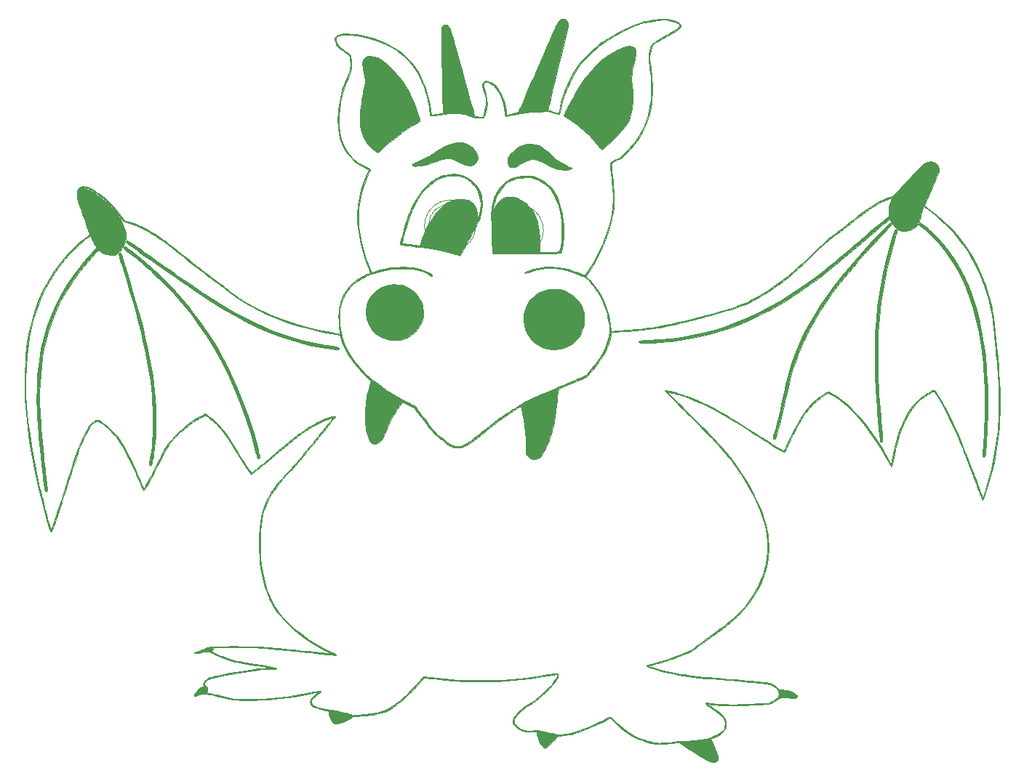
<source format=gbr>
%TF.GenerationSoftware,KiCad,Pcbnew,(5.1.6)-1*%
%TF.CreationDate,2020-10-19T09:00:09+02:00*%
%TF.ProjectId,Drache3,44726163-6865-4332-9e6b-696361645f70,rev?*%
%TF.SameCoordinates,Original*%
%TF.FileFunction,Legend,Top*%
%TF.FilePolarity,Positive*%
%FSLAX46Y46*%
G04 Gerber Fmt 4.6, Leading zero omitted, Abs format (unit mm)*
G04 Created by KiCad (PCBNEW (5.1.6)-1) date 2020-10-19 09:00:09*
%MOMM*%
%LPD*%
G01*
G04 APERTURE LIST*
%ADD10C,0.010000*%
%ADD11C,0.120000*%
G04 APERTURE END LIST*
D10*
%TO.C,G\u002A\u002A\u002A*%
G36*
X155014917Y-53981547D02*
G01*
X155075218Y-53985414D01*
X155305142Y-54018155D01*
X155473427Y-54084366D01*
X155599591Y-54193394D01*
X155648494Y-54259940D01*
X155696677Y-54390276D01*
X155720844Y-54584946D01*
X155721765Y-54827325D01*
X155700211Y-55100789D01*
X155656950Y-55388713D01*
X155592754Y-55674475D01*
X155580998Y-55717438D01*
X155433099Y-56279242D01*
X155323921Y-56779943D01*
X155252355Y-57233152D01*
X155217290Y-57652479D01*
X155217618Y-58051533D01*
X155252228Y-58443925D01*
X155320011Y-58843265D01*
X155324428Y-58864500D01*
X155360758Y-59070552D01*
X155385206Y-59294616D01*
X155399328Y-59557608D01*
X155404682Y-59880442D01*
X155404833Y-59944000D01*
X155385333Y-60569333D01*
X155323011Y-61143341D01*
X155213538Y-61690112D01*
X155052578Y-62233731D01*
X154935598Y-62552790D01*
X154866054Y-62723741D01*
X154798758Y-62866653D01*
X154722109Y-62999805D01*
X154624503Y-63141477D01*
X154494337Y-63309950D01*
X154320008Y-63523504D01*
X154317566Y-63526457D01*
X154136001Y-63739514D01*
X153914243Y-63989727D01*
X153672476Y-64254901D01*
X153430885Y-64512839D01*
X153249790Y-64700609D01*
X153028306Y-64922162D01*
X152798863Y-65144047D01*
X152570520Y-65358233D01*
X152352335Y-65556689D01*
X152153367Y-65731383D01*
X151982673Y-65874285D01*
X151849314Y-65977363D01*
X151762346Y-66032586D01*
X151739361Y-66039743D01*
X151698569Y-66007728D01*
X151617775Y-65919457D01*
X151507147Y-65786875D01*
X151376852Y-65621928D01*
X151316220Y-65542583D01*
X150831984Y-64955781D01*
X150267509Y-64368186D01*
X149627094Y-63783679D01*
X148915037Y-63206141D01*
X148135638Y-62639455D01*
X147992515Y-62541605D01*
X147783482Y-62398044D01*
X147600925Y-62268962D01*
X147455654Y-62162306D01*
X147358475Y-62086026D01*
X147320195Y-62048069D01*
X147320000Y-62046995D01*
X147339732Y-61997057D01*
X147395281Y-61883318D01*
X147481178Y-61715897D01*
X147591955Y-61504910D01*
X147722143Y-61260475D01*
X147866273Y-60992711D01*
X148018875Y-60711735D01*
X148174482Y-60427664D01*
X148327625Y-60150616D01*
X148472834Y-59890708D01*
X148604640Y-59658060D01*
X148707963Y-59479189D01*
X149224071Y-58636945D01*
X149741148Y-57874232D01*
X150263633Y-57185989D01*
X150795962Y-56567150D01*
X151342572Y-56012653D01*
X151907902Y-55517434D01*
X152496389Y-55076430D01*
X152667496Y-54960935D01*
X152944605Y-54787650D01*
X153233422Y-54627513D01*
X153551945Y-54471667D01*
X153918170Y-54311254D01*
X154303977Y-54155441D01*
X154514995Y-54074412D01*
X154669767Y-54021321D01*
X154790125Y-53991355D01*
X154897898Y-53979701D01*
X155014917Y-53981547D01*
G37*
X155014917Y-53981547D02*
X155075218Y-53985414D01*
X155305142Y-54018155D01*
X155473427Y-54084366D01*
X155599591Y-54193394D01*
X155648494Y-54259940D01*
X155696677Y-54390276D01*
X155720844Y-54584946D01*
X155721765Y-54827325D01*
X155700211Y-55100789D01*
X155656950Y-55388713D01*
X155592754Y-55674475D01*
X155580998Y-55717438D01*
X155433099Y-56279242D01*
X155323921Y-56779943D01*
X155252355Y-57233152D01*
X155217290Y-57652479D01*
X155217618Y-58051533D01*
X155252228Y-58443925D01*
X155320011Y-58843265D01*
X155324428Y-58864500D01*
X155360758Y-59070552D01*
X155385206Y-59294616D01*
X155399328Y-59557608D01*
X155404682Y-59880442D01*
X155404833Y-59944000D01*
X155385333Y-60569333D01*
X155323011Y-61143341D01*
X155213538Y-61690112D01*
X155052578Y-62233731D01*
X154935598Y-62552790D01*
X154866054Y-62723741D01*
X154798758Y-62866653D01*
X154722109Y-62999805D01*
X154624503Y-63141477D01*
X154494337Y-63309950D01*
X154320008Y-63523504D01*
X154317566Y-63526457D01*
X154136001Y-63739514D01*
X153914243Y-63989727D01*
X153672476Y-64254901D01*
X153430885Y-64512839D01*
X153249790Y-64700609D01*
X153028306Y-64922162D01*
X152798863Y-65144047D01*
X152570520Y-65358233D01*
X152352335Y-65556689D01*
X152153367Y-65731383D01*
X151982673Y-65874285D01*
X151849314Y-65977363D01*
X151762346Y-66032586D01*
X151739361Y-66039743D01*
X151698569Y-66007728D01*
X151617775Y-65919457D01*
X151507147Y-65786875D01*
X151376852Y-65621928D01*
X151316220Y-65542583D01*
X150831984Y-64955781D01*
X150267509Y-64368186D01*
X149627094Y-63783679D01*
X148915037Y-63206141D01*
X148135638Y-62639455D01*
X147992515Y-62541605D01*
X147783482Y-62398044D01*
X147600925Y-62268962D01*
X147455654Y-62162306D01*
X147358475Y-62086026D01*
X147320195Y-62048069D01*
X147320000Y-62046995D01*
X147339732Y-61997057D01*
X147395281Y-61883318D01*
X147481178Y-61715897D01*
X147591955Y-61504910D01*
X147722143Y-61260475D01*
X147866273Y-60992711D01*
X148018875Y-60711735D01*
X148174482Y-60427664D01*
X148327625Y-60150616D01*
X148472834Y-59890708D01*
X148604640Y-59658060D01*
X148707963Y-59479189D01*
X149224071Y-58636945D01*
X149741148Y-57874232D01*
X150263633Y-57185989D01*
X150795962Y-56567150D01*
X151342572Y-56012653D01*
X151907902Y-55517434D01*
X152496389Y-55076430D01*
X152667496Y-54960935D01*
X152944605Y-54787650D01*
X153233422Y-54627513D01*
X153551945Y-54471667D01*
X153918170Y-54311254D01*
X154303977Y-54155441D01*
X154514995Y-54074412D01*
X154669767Y-54021321D01*
X154790125Y-53991355D01*
X154897898Y-53979701D01*
X155014917Y-53981547D01*
G36*
X125149915Y-55213876D02*
G01*
X125279936Y-55241542D01*
X125479873Y-55292100D01*
X125637467Y-55346133D01*
X125783494Y-55417577D01*
X125948732Y-55520368D01*
X126054573Y-55592290D01*
X126725192Y-56103027D01*
X127363951Y-56684722D01*
X127960622Y-57326475D01*
X128504979Y-58017389D01*
X128936330Y-58663445D01*
X129101857Y-58948085D01*
X129285302Y-59288862D01*
X129475192Y-59662515D01*
X129660052Y-60045781D01*
X129828407Y-60415397D01*
X129968782Y-60748102D01*
X129985649Y-60790667D01*
X130063275Y-60995448D01*
X130149134Y-61233665D01*
X130238667Y-61491345D01*
X130327317Y-61754515D01*
X130410524Y-62009200D01*
X130483731Y-62241429D01*
X130542379Y-62437228D01*
X130581911Y-62582623D01*
X130597767Y-62663642D01*
X130597877Y-62667458D01*
X130579528Y-62724226D01*
X130516660Y-62785679D01*
X130396680Y-62861974D01*
X130274164Y-62928500D01*
X129773970Y-63211116D01*
X129228953Y-63557593D01*
X128644716Y-63963778D01*
X128026863Y-64425519D01*
X127380995Y-64938662D01*
X126712715Y-65499057D01*
X126199671Y-65948307D01*
X126029291Y-66097485D01*
X125879052Y-66223993D01*
X125761023Y-66318054D01*
X125687273Y-66369893D01*
X125670504Y-66376922D01*
X125617855Y-66352499D01*
X125515400Y-66288493D01*
X125380906Y-66196333D01*
X125306687Y-66142893D01*
X124870375Y-65784462D01*
X124503591Y-65395540D01*
X124201944Y-64968492D01*
X123961045Y-64495683D01*
X123776504Y-63969475D01*
X123643930Y-63382234D01*
X123614609Y-63199643D01*
X123596433Y-62983041D01*
X123593299Y-62697205D01*
X123603831Y-62355957D01*
X123626651Y-61973121D01*
X123660381Y-61562522D01*
X123703642Y-61137983D01*
X123755059Y-60713329D01*
X123813252Y-60302382D01*
X123876844Y-59918967D01*
X123944457Y-59576908D01*
X123998148Y-59351333D01*
X124088423Y-58966191D01*
X124148164Y-58605482D01*
X124177337Y-58251842D01*
X124175912Y-57887906D01*
X124143857Y-57496311D01*
X124081139Y-57059694D01*
X123993049Y-56587010D01*
X123941279Y-56320443D01*
X123908978Y-56119127D01*
X123896262Y-55965886D01*
X123903249Y-55843545D01*
X123930057Y-55734929D01*
X123976802Y-55622863D01*
X123999950Y-55575536D01*
X124131376Y-55385266D01*
X124307584Y-55255139D01*
X124533075Y-55183982D01*
X124812351Y-55170619D01*
X125149915Y-55213876D01*
G37*
X125149915Y-55213876D02*
X125279936Y-55241542D01*
X125479873Y-55292100D01*
X125637467Y-55346133D01*
X125783494Y-55417577D01*
X125948732Y-55520368D01*
X126054573Y-55592290D01*
X126725192Y-56103027D01*
X127363951Y-56684722D01*
X127960622Y-57326475D01*
X128504979Y-58017389D01*
X128936330Y-58663445D01*
X129101857Y-58948085D01*
X129285302Y-59288862D01*
X129475192Y-59662515D01*
X129660052Y-60045781D01*
X129828407Y-60415397D01*
X129968782Y-60748102D01*
X129985649Y-60790667D01*
X130063275Y-60995448D01*
X130149134Y-61233665D01*
X130238667Y-61491345D01*
X130327317Y-61754515D01*
X130410524Y-62009200D01*
X130483731Y-62241429D01*
X130542379Y-62437228D01*
X130581911Y-62582623D01*
X130597767Y-62663642D01*
X130597877Y-62667458D01*
X130579528Y-62724226D01*
X130516660Y-62785679D01*
X130396680Y-62861974D01*
X130274164Y-62928500D01*
X129773970Y-63211116D01*
X129228953Y-63557593D01*
X128644716Y-63963778D01*
X128026863Y-64425519D01*
X127380995Y-64938662D01*
X126712715Y-65499057D01*
X126199671Y-65948307D01*
X126029291Y-66097485D01*
X125879052Y-66223993D01*
X125761023Y-66318054D01*
X125687273Y-66369893D01*
X125670504Y-66376922D01*
X125617855Y-66352499D01*
X125515400Y-66288493D01*
X125380906Y-66196333D01*
X125306687Y-66142893D01*
X124870375Y-65784462D01*
X124503591Y-65395540D01*
X124201944Y-64968492D01*
X123961045Y-64495683D01*
X123776504Y-63969475D01*
X123643930Y-63382234D01*
X123614609Y-63199643D01*
X123596433Y-62983041D01*
X123593299Y-62697205D01*
X123603831Y-62355957D01*
X123626651Y-61973121D01*
X123660381Y-61562522D01*
X123703642Y-61137983D01*
X123755059Y-60713329D01*
X123813252Y-60302382D01*
X123876844Y-59918967D01*
X123944457Y-59576908D01*
X123998148Y-59351333D01*
X124088423Y-58966191D01*
X124148164Y-58605482D01*
X124177337Y-58251842D01*
X124175912Y-57887906D01*
X124143857Y-57496311D01*
X124081139Y-57059694D01*
X123993049Y-56587010D01*
X123941279Y-56320443D01*
X123908978Y-56119127D01*
X123896262Y-55965886D01*
X123903249Y-55843545D01*
X123930057Y-55734929D01*
X123976802Y-55622863D01*
X123999950Y-55575536D01*
X124131376Y-55385266D01*
X124307584Y-55255139D01*
X124533075Y-55183982D01*
X124812351Y-55170619D01*
X125149915Y-55213876D01*
G36*
X135511546Y-65231725D02*
G01*
X135847895Y-65313510D01*
X136168510Y-65449984D01*
X136465572Y-65632085D01*
X136731265Y-65850751D01*
X136957772Y-66096920D01*
X137137275Y-66361530D01*
X137261957Y-66635520D01*
X137324002Y-66909827D01*
X137315592Y-67175389D01*
X137286740Y-67289622D01*
X137206579Y-67448808D01*
X137079212Y-67616977D01*
X136931581Y-67762516D01*
X136816034Y-67841907D01*
X136678125Y-67882683D01*
X136486265Y-67899827D01*
X136267742Y-67893555D01*
X136049845Y-67864081D01*
X135929434Y-67834958D01*
X135731371Y-67768266D01*
X135486304Y-67673397D01*
X135221890Y-67562094D01*
X134965790Y-67446100D01*
X134745662Y-67337159D01*
X134702383Y-67313982D01*
X134441889Y-67197717D01*
X134160830Y-67115863D01*
X133888573Y-67075085D01*
X133670365Y-67079684D01*
X133566562Y-67101434D01*
X133397813Y-67145533D01*
X133179501Y-67207568D01*
X132927007Y-67283125D01*
X132655712Y-67367794D01*
X132567365Y-67396115D01*
X132133191Y-67534729D01*
X131767888Y-67647662D01*
X131460604Y-67737746D01*
X131200489Y-67807812D01*
X130976692Y-67860691D01*
X130778361Y-67899216D01*
X130594647Y-67926216D01*
X130492500Y-67937516D01*
X130218363Y-67961495D01*
X130016160Y-67971334D01*
X129874288Y-67966671D01*
X129781143Y-67947144D01*
X129726292Y-67913578D01*
X129677526Y-67844436D01*
X129680312Y-67778327D01*
X129740987Y-67709933D01*
X129865891Y-67633937D01*
X130061359Y-67545022D01*
X130259667Y-67466048D01*
X130591820Y-67330768D01*
X130933451Y-67177915D01*
X131263704Y-67017730D01*
X131561721Y-66860458D01*
X131806646Y-66716339D01*
X131868334Y-66676067D01*
X132000744Y-66586772D01*
X132177828Y-66467263D01*
X132374110Y-66334734D01*
X132524500Y-66233148D01*
X132779215Y-66071699D01*
X133075278Y-65901194D01*
X133390249Y-65733192D01*
X133701687Y-65579249D01*
X133987153Y-65450920D01*
X134213230Y-65363471D01*
X134552870Y-65273844D01*
X134918903Y-65221914D01*
X135276016Y-65211262D01*
X135511546Y-65231725D01*
G37*
X135511546Y-65231725D02*
X135847895Y-65313510D01*
X136168510Y-65449984D01*
X136465572Y-65632085D01*
X136731265Y-65850751D01*
X136957772Y-66096920D01*
X137137275Y-66361530D01*
X137261957Y-66635520D01*
X137324002Y-66909827D01*
X137315592Y-67175389D01*
X137286740Y-67289622D01*
X137206579Y-67448808D01*
X137079212Y-67616977D01*
X136931581Y-67762516D01*
X136816034Y-67841907D01*
X136678125Y-67882683D01*
X136486265Y-67899827D01*
X136267742Y-67893555D01*
X136049845Y-67864081D01*
X135929434Y-67834958D01*
X135731371Y-67768266D01*
X135486304Y-67673397D01*
X135221890Y-67562094D01*
X134965790Y-67446100D01*
X134745662Y-67337159D01*
X134702383Y-67313982D01*
X134441889Y-67197717D01*
X134160830Y-67115863D01*
X133888573Y-67075085D01*
X133670365Y-67079684D01*
X133566562Y-67101434D01*
X133397813Y-67145533D01*
X133179501Y-67207568D01*
X132927007Y-67283125D01*
X132655712Y-67367794D01*
X132567365Y-67396115D01*
X132133191Y-67534729D01*
X131767888Y-67647662D01*
X131460604Y-67737746D01*
X131200489Y-67807812D01*
X130976692Y-67860691D01*
X130778361Y-67899216D01*
X130594647Y-67926216D01*
X130492500Y-67937516D01*
X130218363Y-67961495D01*
X130016160Y-67971334D01*
X129874288Y-67966671D01*
X129781143Y-67947144D01*
X129726292Y-67913578D01*
X129677526Y-67844436D01*
X129680312Y-67778327D01*
X129740987Y-67709933D01*
X129865891Y-67633937D01*
X130061359Y-67545022D01*
X130259667Y-67466048D01*
X130591820Y-67330768D01*
X130933451Y-67177915D01*
X131263704Y-67017730D01*
X131561721Y-66860458D01*
X131806646Y-66716339D01*
X131868334Y-66676067D01*
X132000744Y-66586772D01*
X132177828Y-66467263D01*
X132374110Y-66334734D01*
X132524500Y-66233148D01*
X132779215Y-66071699D01*
X133075278Y-65901194D01*
X133390249Y-65733192D01*
X133701687Y-65579249D01*
X133987153Y-65450920D01*
X134213230Y-65363471D01*
X134552870Y-65273844D01*
X134918903Y-65221914D01*
X135276016Y-65211262D01*
X135511546Y-65231725D01*
G36*
X143624223Y-65411977D02*
G01*
X143911036Y-65436984D01*
X144075977Y-65465909D01*
X144282296Y-65518904D01*
X144468796Y-65585205D01*
X144648839Y-65673073D01*
X144835784Y-65790770D01*
X145042994Y-65946559D01*
X145283827Y-66148701D01*
X145520834Y-66359417D01*
X146002386Y-66783309D01*
X146439491Y-67143485D01*
X146838190Y-67444194D01*
X147204524Y-67689686D01*
X147544535Y-67884212D01*
X147864262Y-68032020D01*
X147940815Y-68061827D01*
X148121861Y-68137888D01*
X148223645Y-68201303D01*
X148250875Y-68247571D01*
X148211464Y-68298020D01*
X148102051Y-68339823D01*
X147936943Y-68372129D01*
X147730443Y-68394089D01*
X147496858Y-68404852D01*
X147250492Y-68403568D01*
X147005652Y-68389387D01*
X146776642Y-68361457D01*
X146670025Y-68341533D01*
X146356462Y-68256226D01*
X146020611Y-68134654D01*
X145701478Y-67992115D01*
X145499667Y-67882523D01*
X145033997Y-67621081D01*
X144606583Y-67419069D01*
X144221607Y-67278088D01*
X143883249Y-67199735D01*
X143671501Y-67183000D01*
X143526339Y-67188690D01*
X143386209Y-67209003D01*
X143238940Y-67248807D01*
X143072357Y-67312967D01*
X142874288Y-67406349D01*
X142632561Y-67533819D01*
X142335003Y-67700244D01*
X142235675Y-67756979D01*
X141991233Y-67895424D01*
X141805704Y-67995659D01*
X141665739Y-68063590D01*
X141557985Y-68105124D01*
X141469092Y-68126169D01*
X141386639Y-68132617D01*
X141171266Y-68098944D01*
X140997878Y-67995452D01*
X140871813Y-67828648D01*
X140798410Y-67605037D01*
X140781151Y-67394667D01*
X140807908Y-67149629D01*
X140889850Y-66915174D01*
X141034066Y-66676998D01*
X141247651Y-66420799D01*
X141282358Y-66383870D01*
X141481449Y-66197994D01*
X141727374Y-66003716D01*
X141995322Y-65818032D01*
X142260480Y-65657937D01*
X142498035Y-65540426D01*
X142536334Y-65524960D01*
X142748258Y-65466724D01*
X143017262Y-65427827D01*
X143317774Y-65409252D01*
X143624223Y-65411977D01*
G37*
X143624223Y-65411977D02*
X143911036Y-65436984D01*
X144075977Y-65465909D01*
X144282296Y-65518904D01*
X144468796Y-65585205D01*
X144648839Y-65673073D01*
X144835784Y-65790770D01*
X145042994Y-65946559D01*
X145283827Y-66148701D01*
X145520834Y-66359417D01*
X146002386Y-66783309D01*
X146439491Y-67143485D01*
X146838190Y-67444194D01*
X147204524Y-67689686D01*
X147544535Y-67884212D01*
X147864262Y-68032020D01*
X147940815Y-68061827D01*
X148121861Y-68137888D01*
X148223645Y-68201303D01*
X148250875Y-68247571D01*
X148211464Y-68298020D01*
X148102051Y-68339823D01*
X147936943Y-68372129D01*
X147730443Y-68394089D01*
X147496858Y-68404852D01*
X147250492Y-68403568D01*
X147005652Y-68389387D01*
X146776642Y-68361457D01*
X146670025Y-68341533D01*
X146356462Y-68256226D01*
X146020611Y-68134654D01*
X145701478Y-67992115D01*
X145499667Y-67882523D01*
X145033997Y-67621081D01*
X144606583Y-67419069D01*
X144221607Y-67278088D01*
X143883249Y-67199735D01*
X143671501Y-67183000D01*
X143526339Y-67188690D01*
X143386209Y-67209003D01*
X143238940Y-67248807D01*
X143072357Y-67312967D01*
X142874288Y-67406349D01*
X142632561Y-67533819D01*
X142335003Y-67700244D01*
X142235675Y-67756979D01*
X141991233Y-67895424D01*
X141805704Y-67995659D01*
X141665739Y-68063590D01*
X141557985Y-68105124D01*
X141469092Y-68126169D01*
X141386639Y-68132617D01*
X141171266Y-68098944D01*
X140997878Y-67995452D01*
X140871813Y-67828648D01*
X140798410Y-67605037D01*
X140781151Y-67394667D01*
X140807908Y-67149629D01*
X140889850Y-66915174D01*
X141034066Y-66676998D01*
X141247651Y-66420799D01*
X141282358Y-66383870D01*
X141481449Y-66197994D01*
X141727374Y-66003716D01*
X141995322Y-65818032D01*
X142260480Y-65657937D01*
X142498035Y-65540426D01*
X142536334Y-65524960D01*
X142748258Y-65466724D01*
X143017262Y-65427827D01*
X143317774Y-65409252D01*
X143624223Y-65411977D01*
G36*
X143372978Y-69104278D02*
G01*
X143701924Y-69153138D01*
X144177198Y-69290468D01*
X144646999Y-69500032D01*
X145095447Y-69771117D01*
X145506662Y-70093009D01*
X145864761Y-70454996D01*
X146109742Y-70777422D01*
X146392195Y-71252415D01*
X146634118Y-71763956D01*
X146838223Y-72320641D01*
X147007219Y-72931065D01*
X147143820Y-73603824D01*
X147250737Y-74347514D01*
X147259429Y-74422000D01*
X147288760Y-74763263D01*
X147306043Y-75153317D01*
X147311622Y-75570634D01*
X147305839Y-75993687D01*
X147289040Y-76400947D01*
X147261567Y-76770887D01*
X147223764Y-77081979D01*
X147216237Y-77128037D01*
X147177090Y-77342603D01*
X147133354Y-77559666D01*
X147088998Y-77761876D01*
X147047989Y-77931882D01*
X147014299Y-78052337D01*
X146992745Y-78105000D01*
X146947388Y-78111297D01*
X146828079Y-78118763D01*
X146645517Y-78126980D01*
X146410400Y-78135529D01*
X146133429Y-78143993D01*
X145825303Y-78151954D01*
X145739649Y-78153929D01*
X145415733Y-78161680D01*
X145111743Y-78169838D01*
X144840174Y-78178000D01*
X144613524Y-78185760D01*
X144444289Y-78192714D01*
X144344965Y-78198460D01*
X144335500Y-78199332D01*
X144263148Y-78202123D01*
X144114139Y-78203976D01*
X143896476Y-78204911D01*
X143618164Y-78204947D01*
X143287207Y-78204104D01*
X142911608Y-78202402D01*
X142499373Y-78199859D01*
X142058503Y-78196496D01*
X141638832Y-78192736D01*
X141034687Y-78186201D01*
X140509674Y-78178952D01*
X140064610Y-78171010D01*
X139700315Y-78162398D01*
X139417607Y-78153136D01*
X139217306Y-78143247D01*
X139100230Y-78132752D01*
X139067435Y-78124402D01*
X139052692Y-78068610D01*
X139037195Y-77933205D01*
X139021163Y-77723236D01*
X139004814Y-77443751D01*
X138988370Y-77099799D01*
X138972048Y-76696428D01*
X138956069Y-76238687D01*
X138940653Y-75731623D01*
X138926018Y-75180286D01*
X138912384Y-74589723D01*
X138911065Y-74527833D01*
X138903656Y-74140232D01*
X138899730Y-73824158D01*
X138899619Y-73566533D01*
X138903651Y-73354275D01*
X138910210Y-73215500D01*
X139101705Y-73215500D01*
X139292488Y-72834500D01*
X139535387Y-72417401D01*
X139807921Y-72078223D01*
X140111994Y-71814889D01*
X140365526Y-71664119D01*
X140466124Y-71619609D01*
X140566041Y-71590552D01*
X140687129Y-71573789D01*
X140851237Y-71566163D01*
X141054667Y-71564500D01*
X141296494Y-71568011D01*
X141480356Y-71580769D01*
X141632747Y-71606109D01*
X141780161Y-71647365D01*
X141820271Y-71660879D01*
X142202651Y-71829051D01*
X142592251Y-72068325D01*
X142973430Y-72368281D01*
X143195026Y-72576498D01*
X143444693Y-72842727D01*
X143651859Y-73102586D01*
X143823727Y-73370938D01*
X143967498Y-73662648D01*
X144090374Y-73992582D01*
X144199559Y-74375603D01*
X144302254Y-74826577D01*
X144314830Y-74887667D01*
X144407490Y-75366076D01*
X144476712Y-75784297D01*
X144524580Y-76162870D01*
X144553182Y-76522335D01*
X144564602Y-76883232D01*
X144560928Y-77266100D01*
X144559957Y-77301364D01*
X144540456Y-77978000D01*
X145500986Y-77978000D01*
X145790564Y-77976830D01*
X146063045Y-77973556D01*
X146303103Y-77968532D01*
X146495413Y-77962110D01*
X146624648Y-77954645D01*
X146655773Y-77951374D01*
X146850030Y-77924748D01*
X146913067Y-77644457D01*
X147049132Y-76859762D01*
X147114699Y-76031283D01*
X147109795Y-75162084D01*
X147034450Y-74255225D01*
X146888692Y-73313769D01*
X146872108Y-73227379D01*
X146799326Y-72885237D01*
X146719758Y-72583707D01*
X146624237Y-72295490D01*
X146503596Y-71993288D01*
X146348667Y-71649801D01*
X146326599Y-71602951D01*
X146080699Y-71130759D01*
X145819385Y-70730457D01*
X145530462Y-70389331D01*
X145201731Y-70094666D01*
X144820998Y-69833747D01*
X144420167Y-69615468D01*
X143948068Y-69428679D01*
X143445781Y-69318011D01*
X142921677Y-69284209D01*
X142384123Y-69328016D01*
X142017576Y-69401913D01*
X141584349Y-69524326D01*
X141221746Y-69659480D01*
X140915896Y-69814665D01*
X140652932Y-69997174D01*
X140418985Y-70214299D01*
X140368754Y-70268862D01*
X140195533Y-70475441D01*
X140014136Y-70714645D01*
X139837577Y-70967138D01*
X139678873Y-71213585D01*
X139551038Y-71434651D01*
X139469659Y-71604502D01*
X139370243Y-71885018D01*
X139277123Y-72205535D01*
X139198947Y-72531991D01*
X139144367Y-72830326D01*
X139130425Y-72940333D01*
X139101705Y-73215500D01*
X138910210Y-73215500D01*
X138912158Y-73174304D01*
X138925469Y-73013541D01*
X138943915Y-72858906D01*
X138955193Y-72779621D01*
X139017341Y-72443589D01*
X139103360Y-72095562D01*
X139206261Y-71757739D01*
X139319057Y-71452315D01*
X139434760Y-71201489D01*
X139473914Y-71131931D01*
X139616584Y-70910588D01*
X139789598Y-70667618D01*
X139977372Y-70422810D01*
X140164319Y-70195951D01*
X140334857Y-70006832D01*
X140443317Y-69901037D01*
X140749510Y-69675753D01*
X141119822Y-69481499D01*
X141538248Y-69321951D01*
X141988782Y-69200781D01*
X142455419Y-69121664D01*
X142922153Y-69088271D01*
X143372978Y-69104278D01*
G37*
X143372978Y-69104278D02*
X143701924Y-69153138D01*
X144177198Y-69290468D01*
X144646999Y-69500032D01*
X145095447Y-69771117D01*
X145506662Y-70093009D01*
X145864761Y-70454996D01*
X146109742Y-70777422D01*
X146392195Y-71252415D01*
X146634118Y-71763956D01*
X146838223Y-72320641D01*
X147007219Y-72931065D01*
X147143820Y-73603824D01*
X147250737Y-74347514D01*
X147259429Y-74422000D01*
X147288760Y-74763263D01*
X147306043Y-75153317D01*
X147311622Y-75570634D01*
X147305839Y-75993687D01*
X147289040Y-76400947D01*
X147261567Y-76770887D01*
X147223764Y-77081979D01*
X147216237Y-77128037D01*
X147177090Y-77342603D01*
X147133354Y-77559666D01*
X147088998Y-77761876D01*
X147047989Y-77931882D01*
X147014299Y-78052337D01*
X146992745Y-78105000D01*
X146947388Y-78111297D01*
X146828079Y-78118763D01*
X146645517Y-78126980D01*
X146410400Y-78135529D01*
X146133429Y-78143993D01*
X145825303Y-78151954D01*
X145739649Y-78153929D01*
X145415733Y-78161680D01*
X145111743Y-78169838D01*
X144840174Y-78178000D01*
X144613524Y-78185760D01*
X144444289Y-78192714D01*
X144344965Y-78198460D01*
X144335500Y-78199332D01*
X144263148Y-78202123D01*
X144114139Y-78203976D01*
X143896476Y-78204911D01*
X143618164Y-78204947D01*
X143287207Y-78204104D01*
X142911608Y-78202402D01*
X142499373Y-78199859D01*
X142058503Y-78196496D01*
X141638832Y-78192736D01*
X141034687Y-78186201D01*
X140509674Y-78178952D01*
X140064610Y-78171010D01*
X139700315Y-78162398D01*
X139417607Y-78153136D01*
X139217306Y-78143247D01*
X139100230Y-78132752D01*
X139067435Y-78124402D01*
X139052692Y-78068610D01*
X139037195Y-77933205D01*
X139021163Y-77723236D01*
X139004814Y-77443751D01*
X138988370Y-77099799D01*
X138972048Y-76696428D01*
X138956069Y-76238687D01*
X138940653Y-75731623D01*
X138926018Y-75180286D01*
X138912384Y-74589723D01*
X138911065Y-74527833D01*
X138903656Y-74140232D01*
X138899730Y-73824158D01*
X138899619Y-73566533D01*
X138903651Y-73354275D01*
X138910210Y-73215500D01*
X139101705Y-73215500D01*
X139292488Y-72834500D01*
X139535387Y-72417401D01*
X139807921Y-72078223D01*
X140111994Y-71814889D01*
X140365526Y-71664119D01*
X140466124Y-71619609D01*
X140566041Y-71590552D01*
X140687129Y-71573789D01*
X140851237Y-71566163D01*
X141054667Y-71564500D01*
X141296494Y-71568011D01*
X141480356Y-71580769D01*
X141632747Y-71606109D01*
X141780161Y-71647365D01*
X141820271Y-71660879D01*
X142202651Y-71829051D01*
X142592251Y-72068325D01*
X142973430Y-72368281D01*
X143195026Y-72576498D01*
X143444693Y-72842727D01*
X143651859Y-73102586D01*
X143823727Y-73370938D01*
X143967498Y-73662648D01*
X144090374Y-73992582D01*
X144199559Y-74375603D01*
X144302254Y-74826577D01*
X144314830Y-74887667D01*
X144407490Y-75366076D01*
X144476712Y-75784297D01*
X144524580Y-76162870D01*
X144553182Y-76522335D01*
X144564602Y-76883232D01*
X144560928Y-77266100D01*
X144559957Y-77301364D01*
X144540456Y-77978000D01*
X145500986Y-77978000D01*
X145790564Y-77976830D01*
X146063045Y-77973556D01*
X146303103Y-77968532D01*
X146495413Y-77962110D01*
X146624648Y-77954645D01*
X146655773Y-77951374D01*
X146850030Y-77924748D01*
X146913067Y-77644457D01*
X147049132Y-76859762D01*
X147114699Y-76031283D01*
X147109795Y-75162084D01*
X147034450Y-74255225D01*
X146888692Y-73313769D01*
X146872108Y-73227379D01*
X146799326Y-72885237D01*
X146719758Y-72583707D01*
X146624237Y-72295490D01*
X146503596Y-71993288D01*
X146348667Y-71649801D01*
X146326599Y-71602951D01*
X146080699Y-71130759D01*
X145819385Y-70730457D01*
X145530462Y-70389331D01*
X145201731Y-70094666D01*
X144820998Y-69833747D01*
X144420167Y-69615468D01*
X143948068Y-69428679D01*
X143445781Y-69318011D01*
X142921677Y-69284209D01*
X142384123Y-69328016D01*
X142017576Y-69401913D01*
X141584349Y-69524326D01*
X141221746Y-69659480D01*
X140915896Y-69814665D01*
X140652932Y-69997174D01*
X140418985Y-70214299D01*
X140368754Y-70268862D01*
X140195533Y-70475441D01*
X140014136Y-70714645D01*
X139837577Y-70967138D01*
X139678873Y-71213585D01*
X139551038Y-71434651D01*
X139469659Y-71604502D01*
X139370243Y-71885018D01*
X139277123Y-72205535D01*
X139198947Y-72531991D01*
X139144367Y-72830326D01*
X139130425Y-72940333D01*
X139101705Y-73215500D01*
X138910210Y-73215500D01*
X138912158Y-73174304D01*
X138925469Y-73013541D01*
X138943915Y-72858906D01*
X138955193Y-72779621D01*
X139017341Y-72443589D01*
X139103360Y-72095562D01*
X139206261Y-71757739D01*
X139319057Y-71452315D01*
X139434760Y-71201489D01*
X139473914Y-71131931D01*
X139616584Y-70910588D01*
X139789598Y-70667618D01*
X139977372Y-70422810D01*
X140164319Y-70195951D01*
X140334857Y-70006832D01*
X140443317Y-69901037D01*
X140749510Y-69675753D01*
X141119822Y-69481499D01*
X141538248Y-69321951D01*
X141988782Y-69200781D01*
X142455419Y-69121664D01*
X142922153Y-69088271D01*
X143372978Y-69104278D01*
G36*
X135042977Y-68911747D02*
G01*
X135479100Y-69009512D01*
X135894235Y-69178381D01*
X136297908Y-69421853D01*
X136699644Y-69743427D01*
X136936920Y-69968505D01*
X137179021Y-70233473D01*
X137370690Y-70500041D01*
X137520071Y-70785808D01*
X137635313Y-71108374D01*
X137724563Y-71485337D01*
X137773737Y-71776167D01*
X137822289Y-72197988D01*
X137832190Y-72575613D01*
X137802982Y-72940408D01*
X137752397Y-73237993D01*
X137709772Y-73438162D01*
X137665106Y-73624082D01*
X137614860Y-73803697D01*
X137555494Y-73984956D01*
X137483469Y-74175805D01*
X137395245Y-74384191D01*
X137287284Y-74618061D01*
X137156045Y-74885361D01*
X136997991Y-75194039D01*
X136809580Y-75552042D01*
X136587274Y-75967316D01*
X136327534Y-76447808D01*
X136301218Y-76496333D01*
X136072117Y-76918615D01*
X135879865Y-77272531D01*
X135720963Y-77564149D01*
X135591912Y-77799536D01*
X135489211Y-77984759D01*
X135409361Y-78125886D01*
X135348861Y-78228984D01*
X135304212Y-78300121D01*
X135271915Y-78345365D01*
X135248468Y-78370782D01*
X135230373Y-78382441D01*
X135214129Y-78386408D01*
X135210741Y-78386818D01*
X135147831Y-78375744D01*
X135024661Y-78340303D01*
X134860078Y-78286290D01*
X134704667Y-78231193D01*
X134441348Y-78139559D01*
X134168067Y-78054678D01*
X133877099Y-77975082D01*
X133560717Y-77899303D01*
X133211195Y-77825875D01*
X132820809Y-77753328D01*
X132381831Y-77680197D01*
X131886538Y-77605013D01*
X131327202Y-77526309D01*
X130696099Y-77442617D01*
X130259667Y-77386858D01*
X129805218Y-77329485D01*
X129427536Y-77281609D01*
X129119395Y-77242041D01*
X128873574Y-77209591D01*
X128682848Y-77183071D01*
X128539994Y-77161291D01*
X128437789Y-77143061D01*
X128369008Y-77127194D01*
X128326428Y-77112499D01*
X128302825Y-77097788D01*
X128290977Y-77081872D01*
X128283659Y-77063560D01*
X128282851Y-77061427D01*
X128283741Y-76991245D01*
X128291714Y-76946486D01*
X128497102Y-76946486D01*
X128498693Y-76950804D01*
X128545943Y-76963179D01*
X128662703Y-76983705D01*
X128834422Y-77010422D01*
X129046549Y-77041368D01*
X129284533Y-77074580D01*
X129533825Y-77108098D01*
X129779874Y-77139960D01*
X130008128Y-77168203D01*
X130204037Y-77190867D01*
X130353050Y-77205989D01*
X130432037Y-77211451D01*
X130583241Y-77216000D01*
X130699990Y-76824417D01*
X130851710Y-76362969D01*
X131037513Y-75873228D01*
X131241503Y-75395240D01*
X131397102Y-75068090D01*
X131585187Y-74722366D01*
X131810322Y-74356166D01*
X132061786Y-73983647D01*
X132328857Y-73618962D01*
X132600815Y-73276269D01*
X132866939Y-72969721D01*
X133116507Y-72713474D01*
X133307170Y-72546140D01*
X133702019Y-72266150D01*
X134092433Y-72059537D01*
X134498395Y-71918607D01*
X134939889Y-71835669D01*
X135216007Y-71811342D01*
X135661603Y-71814909D01*
X136053061Y-71881256D01*
X136394286Y-72011524D01*
X136689185Y-72206854D01*
X136749060Y-72259433D01*
X136929835Y-72476127D01*
X137079001Y-72755300D01*
X137190676Y-73078768D01*
X137258979Y-73428344D01*
X137278029Y-73785846D01*
X137273908Y-73882250D01*
X137265537Y-74036620D01*
X137262369Y-74151951D01*
X137264871Y-74207968D01*
X137266360Y-74210333D01*
X137288393Y-74172470D01*
X137326379Y-74071158D01*
X137374675Y-73924819D01*
X137427640Y-73751870D01*
X137479633Y-73570731D01*
X137525013Y-73399821D01*
X137558082Y-73257833D01*
X137622595Y-72886804D01*
X137650463Y-72558021D01*
X137642889Y-72237994D01*
X137605930Y-71924333D01*
X137537141Y-71527827D01*
X137459857Y-71199573D01*
X137367130Y-70923170D01*
X137252009Y-70682217D01*
X137107546Y-70460314D01*
X136926791Y-70241060D01*
X136863667Y-70172516D01*
X136498406Y-69825127D01*
X136113231Y-69535395D01*
X135719980Y-69310811D01*
X135330492Y-69158866D01*
X135212667Y-69127753D01*
X134922853Y-69085115D01*
X134579847Y-69074617D01*
X134207974Y-69094350D01*
X133831561Y-69142405D01*
X133474933Y-69216874D01*
X133257545Y-69281149D01*
X132773219Y-69485722D01*
X132290181Y-69766127D01*
X131818109Y-70113947D01*
X131366684Y-70520762D01*
X130945583Y-70978156D01*
X130564487Y-71477710D01*
X130349155Y-71810517D01*
X130047460Y-72355308D01*
X129753821Y-72975517D01*
X129472057Y-73661998D01*
X129205986Y-74405609D01*
X129018091Y-74998424D01*
X128912673Y-75353904D01*
X128813779Y-75696150D01*
X128723901Y-76015783D01*
X128645536Y-76303423D01*
X128581178Y-76549692D01*
X128533323Y-76745212D01*
X128504466Y-76880603D01*
X128497102Y-76946486D01*
X128291714Y-76946486D01*
X128308789Y-76850642D01*
X128355064Y-76649412D01*
X128419631Y-76397351D01*
X128499559Y-76104252D01*
X128591913Y-75779911D01*
X128693761Y-75434122D01*
X128802171Y-75076678D01*
X128914208Y-74717375D01*
X129026941Y-74366008D01*
X129137436Y-74032370D01*
X129242761Y-73726256D01*
X129339982Y-73457461D01*
X129426166Y-73235778D01*
X129434511Y-73215500D01*
X129727477Y-72557270D01*
X130032643Y-71971912D01*
X130357410Y-71447771D01*
X130709183Y-70973186D01*
X131095361Y-70536503D01*
X131208664Y-70421423D01*
X131555167Y-70092532D01*
X131876415Y-69822533D01*
X132190939Y-69597850D01*
X132517268Y-69404909D01*
X132768613Y-69278650D01*
X133060340Y-69150896D01*
X133331488Y-69056477D01*
X133613364Y-68986657D01*
X133937278Y-68932698D01*
X134069667Y-68915538D01*
X134576341Y-68881588D01*
X135042977Y-68911747D01*
G37*
X135042977Y-68911747D02*
X135479100Y-69009512D01*
X135894235Y-69178381D01*
X136297908Y-69421853D01*
X136699644Y-69743427D01*
X136936920Y-69968505D01*
X137179021Y-70233473D01*
X137370690Y-70500041D01*
X137520071Y-70785808D01*
X137635313Y-71108374D01*
X137724563Y-71485337D01*
X137773737Y-71776167D01*
X137822289Y-72197988D01*
X137832190Y-72575613D01*
X137802982Y-72940408D01*
X137752397Y-73237993D01*
X137709772Y-73438162D01*
X137665106Y-73624082D01*
X137614860Y-73803697D01*
X137555494Y-73984956D01*
X137483469Y-74175805D01*
X137395245Y-74384191D01*
X137287284Y-74618061D01*
X137156045Y-74885361D01*
X136997991Y-75194039D01*
X136809580Y-75552042D01*
X136587274Y-75967316D01*
X136327534Y-76447808D01*
X136301218Y-76496333D01*
X136072117Y-76918615D01*
X135879865Y-77272531D01*
X135720963Y-77564149D01*
X135591912Y-77799536D01*
X135489211Y-77984759D01*
X135409361Y-78125886D01*
X135348861Y-78228984D01*
X135304212Y-78300121D01*
X135271915Y-78345365D01*
X135248468Y-78370782D01*
X135230373Y-78382441D01*
X135214129Y-78386408D01*
X135210741Y-78386818D01*
X135147831Y-78375744D01*
X135024661Y-78340303D01*
X134860078Y-78286290D01*
X134704667Y-78231193D01*
X134441348Y-78139559D01*
X134168067Y-78054678D01*
X133877099Y-77975082D01*
X133560717Y-77899303D01*
X133211195Y-77825875D01*
X132820809Y-77753328D01*
X132381831Y-77680197D01*
X131886538Y-77605013D01*
X131327202Y-77526309D01*
X130696099Y-77442617D01*
X130259667Y-77386858D01*
X129805218Y-77329485D01*
X129427536Y-77281609D01*
X129119395Y-77242041D01*
X128873574Y-77209591D01*
X128682848Y-77183071D01*
X128539994Y-77161291D01*
X128437789Y-77143061D01*
X128369008Y-77127194D01*
X128326428Y-77112499D01*
X128302825Y-77097788D01*
X128290977Y-77081872D01*
X128283659Y-77063560D01*
X128282851Y-77061427D01*
X128283741Y-76991245D01*
X128291714Y-76946486D01*
X128497102Y-76946486D01*
X128498693Y-76950804D01*
X128545943Y-76963179D01*
X128662703Y-76983705D01*
X128834422Y-77010422D01*
X129046549Y-77041368D01*
X129284533Y-77074580D01*
X129533825Y-77108098D01*
X129779874Y-77139960D01*
X130008128Y-77168203D01*
X130204037Y-77190867D01*
X130353050Y-77205989D01*
X130432037Y-77211451D01*
X130583241Y-77216000D01*
X130699990Y-76824417D01*
X130851710Y-76362969D01*
X131037513Y-75873228D01*
X131241503Y-75395240D01*
X131397102Y-75068090D01*
X131585187Y-74722366D01*
X131810322Y-74356166D01*
X132061786Y-73983647D01*
X132328857Y-73618962D01*
X132600815Y-73276269D01*
X132866939Y-72969721D01*
X133116507Y-72713474D01*
X133307170Y-72546140D01*
X133702019Y-72266150D01*
X134092433Y-72059537D01*
X134498395Y-71918607D01*
X134939889Y-71835669D01*
X135216007Y-71811342D01*
X135661603Y-71814909D01*
X136053061Y-71881256D01*
X136394286Y-72011524D01*
X136689185Y-72206854D01*
X136749060Y-72259433D01*
X136929835Y-72476127D01*
X137079001Y-72755300D01*
X137190676Y-73078768D01*
X137258979Y-73428344D01*
X137278029Y-73785846D01*
X137273908Y-73882250D01*
X137265537Y-74036620D01*
X137262369Y-74151951D01*
X137264871Y-74207968D01*
X137266360Y-74210333D01*
X137288393Y-74172470D01*
X137326379Y-74071158D01*
X137374675Y-73924819D01*
X137427640Y-73751870D01*
X137479633Y-73570731D01*
X137525013Y-73399821D01*
X137558082Y-73257833D01*
X137622595Y-72886804D01*
X137650463Y-72558021D01*
X137642889Y-72237994D01*
X137605930Y-71924333D01*
X137537141Y-71527827D01*
X137459857Y-71199573D01*
X137367130Y-70923170D01*
X137252009Y-70682217D01*
X137107546Y-70460314D01*
X136926791Y-70241060D01*
X136863667Y-70172516D01*
X136498406Y-69825127D01*
X136113231Y-69535395D01*
X135719980Y-69310811D01*
X135330492Y-69158866D01*
X135212667Y-69127753D01*
X134922853Y-69085115D01*
X134579847Y-69074617D01*
X134207974Y-69094350D01*
X133831561Y-69142405D01*
X133474933Y-69216874D01*
X133257545Y-69281149D01*
X132773219Y-69485722D01*
X132290181Y-69766127D01*
X131818109Y-70113947D01*
X131366684Y-70520762D01*
X130945583Y-70978156D01*
X130564487Y-71477710D01*
X130349155Y-71810517D01*
X130047460Y-72355308D01*
X129753821Y-72975517D01*
X129472057Y-73661998D01*
X129205986Y-74405609D01*
X129018091Y-74998424D01*
X128912673Y-75353904D01*
X128813779Y-75696150D01*
X128723901Y-76015783D01*
X128645536Y-76303423D01*
X128581178Y-76549692D01*
X128533323Y-76745212D01*
X128504466Y-76880603D01*
X128497102Y-76946486D01*
X128291714Y-76946486D01*
X128308789Y-76850642D01*
X128355064Y-76649412D01*
X128419631Y-76397351D01*
X128499559Y-76104252D01*
X128591913Y-75779911D01*
X128693761Y-75434122D01*
X128802171Y-75076678D01*
X128914208Y-74717375D01*
X129026941Y-74366008D01*
X129137436Y-74032370D01*
X129242761Y-73726256D01*
X129339982Y-73457461D01*
X129426166Y-73235778D01*
X129434511Y-73215500D01*
X129727477Y-72557270D01*
X130032643Y-71971912D01*
X130357410Y-71447771D01*
X130709183Y-70973186D01*
X131095361Y-70536503D01*
X131208664Y-70421423D01*
X131555167Y-70092532D01*
X131876415Y-69822533D01*
X132190939Y-69597850D01*
X132517268Y-69404909D01*
X132768613Y-69278650D01*
X133060340Y-69150896D01*
X133331488Y-69056477D01*
X133613364Y-68986657D01*
X133937278Y-68932698D01*
X134069667Y-68915538D01*
X134576341Y-68881588D01*
X135042977Y-68911747D01*
G36*
X127972917Y-81775311D02*
G01*
X128253422Y-81800535D01*
X128502879Y-81849768D01*
X128747654Y-81928894D01*
X129014111Y-82043798D01*
X129137834Y-82103649D01*
X129600346Y-82374822D01*
X129997036Y-82698635D01*
X130329947Y-83077106D01*
X130601123Y-83512250D01*
X130637157Y-83583668D01*
X130780391Y-83909497D01*
X130877476Y-84219458D01*
X130937669Y-84548979D01*
X130964607Y-84836867D01*
X130955880Y-85344777D01*
X130864566Y-85844817D01*
X130692745Y-86328587D01*
X130507512Y-86683682D01*
X130257378Y-87032245D01*
X129942737Y-87362650D01*
X129583749Y-87657289D01*
X129200571Y-87898555D01*
X129009200Y-87992351D01*
X128600828Y-88134761D01*
X128149166Y-88226071D01*
X127680060Y-88264059D01*
X127219352Y-88246504D01*
X126827276Y-88179915D01*
X126320568Y-88013282D01*
X125856387Y-87775894D01*
X125440291Y-87473167D01*
X125077839Y-87110515D01*
X124774592Y-86693355D01*
X124536108Y-86227101D01*
X124391474Y-85807218D01*
X124347754Y-85579223D01*
X124321893Y-85296455D01*
X124313905Y-84986908D01*
X124323805Y-84678571D01*
X124351605Y-84399439D01*
X124390670Y-84201000D01*
X124565539Y-83711996D01*
X124813404Y-83261382D01*
X125128789Y-82855752D01*
X125506221Y-82501700D01*
X125940225Y-82205818D01*
X126132167Y-82103386D01*
X126415666Y-81971904D01*
X126666396Y-81878644D01*
X126910751Y-81817721D01*
X127175126Y-81783248D01*
X127485914Y-81769337D01*
X127635000Y-81768210D01*
X127972917Y-81775311D01*
G37*
X127972917Y-81775311D02*
X128253422Y-81800535D01*
X128502879Y-81849768D01*
X128747654Y-81928894D01*
X129014111Y-82043798D01*
X129137834Y-82103649D01*
X129600346Y-82374822D01*
X129997036Y-82698635D01*
X130329947Y-83077106D01*
X130601123Y-83512250D01*
X130637157Y-83583668D01*
X130780391Y-83909497D01*
X130877476Y-84219458D01*
X130937669Y-84548979D01*
X130964607Y-84836867D01*
X130955880Y-85344777D01*
X130864566Y-85844817D01*
X130692745Y-86328587D01*
X130507512Y-86683682D01*
X130257378Y-87032245D01*
X129942737Y-87362650D01*
X129583749Y-87657289D01*
X129200571Y-87898555D01*
X129009200Y-87992351D01*
X128600828Y-88134761D01*
X128149166Y-88226071D01*
X127680060Y-88264059D01*
X127219352Y-88246504D01*
X126827276Y-88179915D01*
X126320568Y-88013282D01*
X125856387Y-87775894D01*
X125440291Y-87473167D01*
X125077839Y-87110515D01*
X124774592Y-86693355D01*
X124536108Y-86227101D01*
X124391474Y-85807218D01*
X124347754Y-85579223D01*
X124321893Y-85296455D01*
X124313905Y-84986908D01*
X124323805Y-84678571D01*
X124351605Y-84399439D01*
X124390670Y-84201000D01*
X124565539Y-83711996D01*
X124813404Y-83261382D01*
X125128789Y-82855752D01*
X125506221Y-82501700D01*
X125940225Y-82205818D01*
X126132167Y-82103386D01*
X126415666Y-81971904D01*
X126666396Y-81878644D01*
X126910751Y-81817721D01*
X127175126Y-81783248D01*
X127485914Y-81769337D01*
X127635000Y-81768210D01*
X127972917Y-81775311D01*
G36*
X146748222Y-82323895D02*
G01*
X147270967Y-82441898D01*
X147760680Y-82633542D01*
X148211642Y-82894714D01*
X148618130Y-83221300D01*
X148974425Y-83609188D01*
X149274804Y-84054263D01*
X149513548Y-84552412D01*
X149571401Y-84709000D01*
X149623051Y-84861647D01*
X149660018Y-84986595D01*
X149684755Y-85103258D01*
X149699714Y-85231050D01*
X149707349Y-85389384D01*
X149710111Y-85597674D01*
X149710462Y-85809667D01*
X149709810Y-86070988D01*
X149706219Y-86267058D01*
X149697235Y-86417290D01*
X149680407Y-86541098D01*
X149653281Y-86657896D01*
X149613404Y-86787098D01*
X149571401Y-86910333D01*
X149349542Y-87432726D01*
X149065237Y-87898941D01*
X148719943Y-88307302D01*
X148315117Y-88656130D01*
X147852213Y-88943750D01*
X147770428Y-88985170D01*
X147323435Y-89165203D01*
X146844289Y-89286863D01*
X146354822Y-89346989D01*
X145876871Y-89342416D01*
X145579301Y-89302603D01*
X145037800Y-89158856D01*
X144537252Y-88943067D01*
X144082483Y-88658885D01*
X143678319Y-88309957D01*
X143329588Y-87899931D01*
X143041116Y-87432455D01*
X143001982Y-87354833D01*
X142829957Y-86936820D01*
X142720614Y-86504982D01*
X142669169Y-86037417D01*
X142663630Y-85805855D01*
X142702538Y-85251321D01*
X142819763Y-84728828D01*
X143015027Y-84239055D01*
X143288048Y-83782682D01*
X143638548Y-83360389D01*
X143692899Y-83304913D01*
X144105296Y-82949738D01*
X144557527Y-82668773D01*
X145046342Y-82463343D01*
X145568491Y-82334773D01*
X146120725Y-82284387D01*
X146198167Y-82283647D01*
X146748222Y-82323895D01*
G37*
X146748222Y-82323895D02*
X147270967Y-82441898D01*
X147760680Y-82633542D01*
X148211642Y-82894714D01*
X148618130Y-83221300D01*
X148974425Y-83609188D01*
X149274804Y-84054263D01*
X149513548Y-84552412D01*
X149571401Y-84709000D01*
X149623051Y-84861647D01*
X149660018Y-84986595D01*
X149684755Y-85103258D01*
X149699714Y-85231050D01*
X149707349Y-85389384D01*
X149710111Y-85597674D01*
X149710462Y-85809667D01*
X149709810Y-86070988D01*
X149706219Y-86267058D01*
X149697235Y-86417290D01*
X149680407Y-86541098D01*
X149653281Y-86657896D01*
X149613404Y-86787098D01*
X149571401Y-86910333D01*
X149349542Y-87432726D01*
X149065237Y-87898941D01*
X148719943Y-88307302D01*
X148315117Y-88656130D01*
X147852213Y-88943750D01*
X147770428Y-88985170D01*
X147323435Y-89165203D01*
X146844289Y-89286863D01*
X146354822Y-89346989D01*
X145876871Y-89342416D01*
X145579301Y-89302603D01*
X145037800Y-89158856D01*
X144537252Y-88943067D01*
X144082483Y-88658885D01*
X143678319Y-88309957D01*
X143329588Y-87899931D01*
X143041116Y-87432455D01*
X143001982Y-87354833D01*
X142829957Y-86936820D01*
X142720614Y-86504982D01*
X142669169Y-86037417D01*
X142663630Y-85805855D01*
X142702538Y-85251321D01*
X142819763Y-84728828D01*
X143015027Y-84239055D01*
X143288048Y-83782682D01*
X143638548Y-83360389D01*
X143692899Y-83304913D01*
X144105296Y-82949738D01*
X144557527Y-82668773D01*
X145046342Y-82463343D01*
X145568491Y-82334773D01*
X146120725Y-82284387D01*
X146198167Y-82283647D01*
X146748222Y-82323895D01*
G36*
X96564181Y-76675101D02*
G01*
X96617919Y-76697382D01*
X96691243Y-76736190D01*
X96788311Y-76794244D01*
X96913281Y-76874262D01*
X97070308Y-76978962D01*
X97263551Y-77111062D01*
X97497165Y-77273281D01*
X97775309Y-77468337D01*
X98102140Y-77698948D01*
X98481813Y-77967832D01*
X98918487Y-78277707D01*
X99416319Y-78631293D01*
X99927834Y-78994637D01*
X100780356Y-79598927D01*
X101570161Y-80156108D01*
X102302432Y-80669646D01*
X102982354Y-81143005D01*
X103615110Y-81579652D01*
X104205886Y-81983050D01*
X104759865Y-82356666D01*
X105282232Y-82703964D01*
X105778171Y-83028410D01*
X106252867Y-83333468D01*
X106711503Y-83622605D01*
X107159265Y-83899284D01*
X107601336Y-84166972D01*
X108042901Y-84429134D01*
X108170216Y-84503812D01*
X109522207Y-85267391D01*
X110841926Y-85956609D01*
X112134191Y-86573213D01*
X113403819Y-87118951D01*
X114655629Y-87595573D01*
X115894437Y-88004826D01*
X117125062Y-88348460D01*
X118352321Y-88628222D01*
X119581032Y-88845862D01*
X120459500Y-88963932D01*
X120720622Y-88997272D01*
X120906922Y-89028101D01*
X121028120Y-89058493D01*
X121093936Y-89090522D01*
X121105084Y-89101708D01*
X121152648Y-89184194D01*
X121134001Y-89251393D01*
X121091476Y-89299143D01*
X121062450Y-89327403D01*
X121032113Y-89346095D01*
X120986452Y-89355213D01*
X120911455Y-89354752D01*
X120793108Y-89344708D01*
X120617397Y-89325074D01*
X120396000Y-89298890D01*
X119011009Y-89095307D01*
X117620086Y-88811924D01*
X116221832Y-88448259D01*
X114814845Y-88003832D01*
X113397727Y-87478159D01*
X111969077Y-86870759D01*
X110527494Y-86181150D01*
X109071580Y-85408850D01*
X109033723Y-85387774D01*
X108563274Y-85123230D01*
X108102282Y-84858948D01*
X107645586Y-84591537D01*
X107188027Y-84317606D01*
X106724444Y-84033766D01*
X106249679Y-83736624D01*
X105758572Y-83422791D01*
X105245962Y-83088875D01*
X104706691Y-82731485D01*
X104135598Y-82347231D01*
X103527523Y-81932722D01*
X102877308Y-81484567D01*
X102179791Y-80999376D01*
X101429815Y-80473757D01*
X100622218Y-79904320D01*
X99758500Y-79292401D01*
X99370757Y-79017242D01*
X98981880Y-78741447D01*
X98601390Y-78471759D01*
X98238810Y-78214920D01*
X97903662Y-77977671D01*
X97605470Y-77766756D01*
X97353754Y-77588917D01*
X97158037Y-77450895D01*
X97102084Y-77411523D01*
X96847114Y-77230276D01*
X96656268Y-77088565D01*
X96522929Y-76979404D01*
X96440481Y-76895808D01*
X96402307Y-76830791D01*
X96401791Y-76777366D01*
X96432317Y-76728547D01*
X96443800Y-76716466D01*
X96461959Y-76696885D01*
X96478920Y-76680239D01*
X96498839Y-76669248D01*
X96525874Y-76666629D01*
X96564181Y-76675101D01*
G37*
X96564181Y-76675101D02*
X96617919Y-76697382D01*
X96691243Y-76736190D01*
X96788311Y-76794244D01*
X96913281Y-76874262D01*
X97070308Y-76978962D01*
X97263551Y-77111062D01*
X97497165Y-77273281D01*
X97775309Y-77468337D01*
X98102140Y-77698948D01*
X98481813Y-77967832D01*
X98918487Y-78277707D01*
X99416319Y-78631293D01*
X99927834Y-78994637D01*
X100780356Y-79598927D01*
X101570161Y-80156108D01*
X102302432Y-80669646D01*
X102982354Y-81143005D01*
X103615110Y-81579652D01*
X104205886Y-81983050D01*
X104759865Y-82356666D01*
X105282232Y-82703964D01*
X105778171Y-83028410D01*
X106252867Y-83333468D01*
X106711503Y-83622605D01*
X107159265Y-83899284D01*
X107601336Y-84166972D01*
X108042901Y-84429134D01*
X108170216Y-84503812D01*
X109522207Y-85267391D01*
X110841926Y-85956609D01*
X112134191Y-86573213D01*
X113403819Y-87118951D01*
X114655629Y-87595573D01*
X115894437Y-88004826D01*
X117125062Y-88348460D01*
X118352321Y-88628222D01*
X119581032Y-88845862D01*
X120459500Y-88963932D01*
X120720622Y-88997272D01*
X120906922Y-89028101D01*
X121028120Y-89058493D01*
X121093936Y-89090522D01*
X121105084Y-89101708D01*
X121152648Y-89184194D01*
X121134001Y-89251393D01*
X121091476Y-89299143D01*
X121062450Y-89327403D01*
X121032113Y-89346095D01*
X120986452Y-89355213D01*
X120911455Y-89354752D01*
X120793108Y-89344708D01*
X120617397Y-89325074D01*
X120396000Y-89298890D01*
X119011009Y-89095307D01*
X117620086Y-88811924D01*
X116221832Y-88448259D01*
X114814845Y-88003832D01*
X113397727Y-87478159D01*
X111969077Y-86870759D01*
X110527494Y-86181150D01*
X109071580Y-85408850D01*
X109033723Y-85387774D01*
X108563274Y-85123230D01*
X108102282Y-84858948D01*
X107645586Y-84591537D01*
X107188027Y-84317606D01*
X106724444Y-84033766D01*
X106249679Y-83736624D01*
X105758572Y-83422791D01*
X105245962Y-83088875D01*
X104706691Y-82731485D01*
X104135598Y-82347231D01*
X103527523Y-81932722D01*
X102877308Y-81484567D01*
X102179791Y-80999376D01*
X101429815Y-80473757D01*
X100622218Y-79904320D01*
X99758500Y-79292401D01*
X99370757Y-79017242D01*
X98981880Y-78741447D01*
X98601390Y-78471759D01*
X98238810Y-78214920D01*
X97903662Y-77977671D01*
X97605470Y-77766756D01*
X97353754Y-77588917D01*
X97158037Y-77450895D01*
X97102084Y-77411523D01*
X96847114Y-77230276D01*
X96656268Y-77088565D01*
X96522929Y-76979404D01*
X96440481Y-76895808D01*
X96402307Y-76830791D01*
X96401791Y-76777366D01*
X96432317Y-76728547D01*
X96443800Y-76716466D01*
X96461959Y-76696885D01*
X96478920Y-76680239D01*
X96498839Y-76669248D01*
X96525874Y-76666629D01*
X96564181Y-76675101D01*
G36*
X185374212Y-74599793D02*
G01*
X185457443Y-74628498D01*
X185483116Y-74704910D01*
X185483500Y-74723144D01*
X185471596Y-74765136D01*
X185432798Y-74829903D01*
X185362483Y-74922745D01*
X185256025Y-75048959D01*
X185108798Y-75213843D01*
X184916177Y-75422698D01*
X184673538Y-75680820D01*
X184376255Y-75993508D01*
X184356397Y-76014311D01*
X183929501Y-76462549D01*
X183551735Y-76861888D01*
X183212744Y-77223682D01*
X182902177Y-77559284D01*
X182609681Y-77880049D01*
X182324902Y-78197330D01*
X182037489Y-78522481D01*
X181737089Y-78866855D01*
X181413348Y-79241807D01*
X181411654Y-79243777D01*
X180397984Y-80451605D01*
X179460425Y-81629548D01*
X178597023Y-82780506D01*
X177805823Y-83907373D01*
X177084874Y-85013048D01*
X176432220Y-86100426D01*
X175845910Y-87172405D01*
X175323989Y-88231882D01*
X175266457Y-88356430D01*
X174914229Y-89155596D01*
X174594628Y-89949002D01*
X174302747Y-90751726D01*
X174033679Y-91578846D01*
X173782517Y-92445441D01*
X173544354Y-93366590D01*
X173315861Y-94350224D01*
X173247181Y-94661048D01*
X173165498Y-95030903D01*
X173076033Y-95436141D01*
X172984007Y-95853111D01*
X172894639Y-96258163D01*
X172827553Y-96562333D01*
X172682585Y-97201410D01*
X172537731Y-97804525D01*
X172395768Y-98360956D01*
X172259472Y-98859983D01*
X172131616Y-99290888D01*
X172076767Y-99462167D01*
X172021524Y-99618375D01*
X171975949Y-99710266D01*
X171928352Y-99755452D01*
X171871749Y-99771027D01*
X171779278Y-99769897D01*
X171734166Y-99753388D01*
X171708479Y-99691986D01*
X171711658Y-99581627D01*
X171745088Y-99414096D01*
X171810154Y-99181184D01*
X171854601Y-99038833D01*
X171942150Y-98747844D01*
X172042784Y-98382479D01*
X172154331Y-97951640D01*
X172274621Y-97464234D01*
X172401482Y-96929163D01*
X172532743Y-96355331D01*
X172666232Y-95751644D01*
X172742365Y-95398167D01*
X172901587Y-94661730D01*
X173049901Y-93998410D01*
X173190170Y-93397781D01*
X173325255Y-92849421D01*
X173458020Y-92342906D01*
X173591327Y-91867812D01*
X173728039Y-91413716D01*
X173871018Y-90970194D01*
X174023127Y-90526822D01*
X174187229Y-90073177D01*
X174253739Y-89894833D01*
X174696275Y-88800091D01*
X175206007Y-87693550D01*
X175784031Y-86573660D01*
X176431441Y-85438872D01*
X177149331Y-84287635D01*
X177938795Y-83118399D01*
X178800928Y-81929615D01*
X179736822Y-80719733D01*
X180747573Y-79487202D01*
X181834275Y-78230473D01*
X182998022Y-76947997D01*
X184239907Y-75638222D01*
X184525559Y-75344367D01*
X184760163Y-75105393D01*
X184944239Y-74921532D01*
X185085266Y-74786223D01*
X185190720Y-74692906D01*
X185268082Y-74635019D01*
X185324828Y-74606001D01*
X185368438Y-74599292D01*
X185374212Y-74599793D01*
G37*
X185374212Y-74599793D02*
X185457443Y-74628498D01*
X185483116Y-74704910D01*
X185483500Y-74723144D01*
X185471596Y-74765136D01*
X185432798Y-74829903D01*
X185362483Y-74922745D01*
X185256025Y-75048959D01*
X185108798Y-75213843D01*
X184916177Y-75422698D01*
X184673538Y-75680820D01*
X184376255Y-75993508D01*
X184356397Y-76014311D01*
X183929501Y-76462549D01*
X183551735Y-76861888D01*
X183212744Y-77223682D01*
X182902177Y-77559284D01*
X182609681Y-77880049D01*
X182324902Y-78197330D01*
X182037489Y-78522481D01*
X181737089Y-78866855D01*
X181413348Y-79241807D01*
X181411654Y-79243777D01*
X180397984Y-80451605D01*
X179460425Y-81629548D01*
X178597023Y-82780506D01*
X177805823Y-83907373D01*
X177084874Y-85013048D01*
X176432220Y-86100426D01*
X175845910Y-87172405D01*
X175323989Y-88231882D01*
X175266457Y-88356430D01*
X174914229Y-89155596D01*
X174594628Y-89949002D01*
X174302747Y-90751726D01*
X174033679Y-91578846D01*
X173782517Y-92445441D01*
X173544354Y-93366590D01*
X173315861Y-94350224D01*
X173247181Y-94661048D01*
X173165498Y-95030903D01*
X173076033Y-95436141D01*
X172984007Y-95853111D01*
X172894639Y-96258163D01*
X172827553Y-96562333D01*
X172682585Y-97201410D01*
X172537731Y-97804525D01*
X172395768Y-98360956D01*
X172259472Y-98859983D01*
X172131616Y-99290888D01*
X172076767Y-99462167D01*
X172021524Y-99618375D01*
X171975949Y-99710266D01*
X171928352Y-99755452D01*
X171871749Y-99771027D01*
X171779278Y-99769897D01*
X171734166Y-99753388D01*
X171708479Y-99691986D01*
X171711658Y-99581627D01*
X171745088Y-99414096D01*
X171810154Y-99181184D01*
X171854601Y-99038833D01*
X171942150Y-98747844D01*
X172042784Y-98382479D01*
X172154331Y-97951640D01*
X172274621Y-97464234D01*
X172401482Y-96929163D01*
X172532743Y-96355331D01*
X172666232Y-95751644D01*
X172742365Y-95398167D01*
X172901587Y-94661730D01*
X173049901Y-93998410D01*
X173190170Y-93397781D01*
X173325255Y-92849421D01*
X173458020Y-92342906D01*
X173591327Y-91867812D01*
X173728039Y-91413716D01*
X173871018Y-90970194D01*
X174023127Y-90526822D01*
X174187229Y-90073177D01*
X174253739Y-89894833D01*
X174696275Y-88800091D01*
X175206007Y-87693550D01*
X175784031Y-86573660D01*
X176431441Y-85438872D01*
X177149331Y-84287635D01*
X177938795Y-83118399D01*
X178800928Y-81929615D01*
X179736822Y-80719733D01*
X180747573Y-79487202D01*
X181834275Y-78230473D01*
X182998022Y-76947997D01*
X184239907Y-75638222D01*
X184525559Y-75344367D01*
X184760163Y-75105393D01*
X184944239Y-74921532D01*
X185085266Y-74786223D01*
X185190720Y-74692906D01*
X185268082Y-74635019D01*
X185324828Y-74606001D01*
X185368438Y-74599292D01*
X185374212Y-74599793D01*
G36*
X186106756Y-75382419D02*
G01*
X186132170Y-75437792D01*
X186131155Y-75535057D01*
X186103355Y-75683207D01*
X186048413Y-75891233D01*
X185965973Y-76168128D01*
X185943136Y-76242333D01*
X185396919Y-78145803D01*
X184934541Y-80048851D01*
X184556183Y-81950568D01*
X184262025Y-83850043D01*
X184052249Y-85746365D01*
X184046698Y-85809667D01*
X184003688Y-86326639D01*
X183968324Y-86806333D01*
X183939966Y-87265223D01*
X183917974Y-87719783D01*
X183901708Y-88186487D01*
X183890529Y-88681809D01*
X183883796Y-89222225D01*
X183880869Y-89824208D01*
X183880621Y-90085333D01*
X183884019Y-90826767D01*
X183894678Y-91550269D01*
X183913215Y-92268368D01*
X183940244Y-92993595D01*
X183976382Y-93738476D01*
X184022245Y-94515541D01*
X184078448Y-95337320D01*
X184145608Y-96216340D01*
X184224340Y-97165130D01*
X184234399Y-97282000D01*
X184281498Y-97828375D01*
X184321588Y-98296626D01*
X184355079Y-98692972D01*
X184382385Y-99023630D01*
X184403917Y-99294818D01*
X184420089Y-99512752D01*
X184431312Y-99683651D01*
X184437999Y-99813732D01*
X184440562Y-99909212D01*
X184439413Y-99976309D01*
X184434965Y-100021241D01*
X184427629Y-100050225D01*
X184419113Y-100067477D01*
X184337191Y-100141644D01*
X184245869Y-100139676D01*
X184191927Y-100096676D01*
X184174415Y-100037817D01*
X184151801Y-99901436D01*
X184124698Y-99694483D01*
X184093717Y-99423911D01*
X184059470Y-99096670D01*
X184022570Y-98719712D01*
X183983628Y-98299988D01*
X183943257Y-97844449D01*
X183902069Y-97360047D01*
X183860675Y-96853733D01*
X183819688Y-96332458D01*
X183779720Y-95803174D01*
X183741383Y-95272831D01*
X183705288Y-94748382D01*
X183672049Y-94236776D01*
X183662664Y-94085833D01*
X183576374Y-92336727D01*
X183537123Y-90649975D01*
X183545432Y-89017188D01*
X183601822Y-87429979D01*
X183706814Y-85879959D01*
X183860928Y-84358740D01*
X184064686Y-82857932D01*
X184318608Y-81369148D01*
X184512937Y-80393777D01*
X184633854Y-79843776D01*
X184774236Y-79246976D01*
X184929150Y-78622012D01*
X185093663Y-77987518D01*
X185262841Y-77362127D01*
X185431750Y-76764472D01*
X185595457Y-76213188D01*
X185746593Y-75734333D01*
X185805741Y-75560988D01*
X185851360Y-75452861D01*
X185893451Y-75393843D01*
X185942014Y-75367819D01*
X185978070Y-75361379D01*
X186055271Y-75359945D01*
X186106756Y-75382419D01*
G37*
X186106756Y-75382419D02*
X186132170Y-75437792D01*
X186131155Y-75535057D01*
X186103355Y-75683207D01*
X186048413Y-75891233D01*
X185965973Y-76168128D01*
X185943136Y-76242333D01*
X185396919Y-78145803D01*
X184934541Y-80048851D01*
X184556183Y-81950568D01*
X184262025Y-83850043D01*
X184052249Y-85746365D01*
X184046698Y-85809667D01*
X184003688Y-86326639D01*
X183968324Y-86806333D01*
X183939966Y-87265223D01*
X183917974Y-87719783D01*
X183901708Y-88186487D01*
X183890529Y-88681809D01*
X183883796Y-89222225D01*
X183880869Y-89824208D01*
X183880621Y-90085333D01*
X183884019Y-90826767D01*
X183894678Y-91550269D01*
X183913215Y-92268368D01*
X183940244Y-92993595D01*
X183976382Y-93738476D01*
X184022245Y-94515541D01*
X184078448Y-95337320D01*
X184145608Y-96216340D01*
X184224340Y-97165130D01*
X184234399Y-97282000D01*
X184281498Y-97828375D01*
X184321588Y-98296626D01*
X184355079Y-98692972D01*
X184382385Y-99023630D01*
X184403917Y-99294818D01*
X184420089Y-99512752D01*
X184431312Y-99683651D01*
X184437999Y-99813732D01*
X184440562Y-99909212D01*
X184439413Y-99976309D01*
X184434965Y-100021241D01*
X184427629Y-100050225D01*
X184419113Y-100067477D01*
X184337191Y-100141644D01*
X184245869Y-100139676D01*
X184191927Y-100096676D01*
X184174415Y-100037817D01*
X184151801Y-99901436D01*
X184124698Y-99694483D01*
X184093717Y-99423911D01*
X184059470Y-99096670D01*
X184022570Y-98719712D01*
X183983628Y-98299988D01*
X183943257Y-97844449D01*
X183902069Y-97360047D01*
X183860675Y-96853733D01*
X183819688Y-96332458D01*
X183779720Y-95803174D01*
X183741383Y-95272831D01*
X183705288Y-94748382D01*
X183672049Y-94236776D01*
X183662664Y-94085833D01*
X183576374Y-92336727D01*
X183537123Y-90649975D01*
X183545432Y-89017188D01*
X183601822Y-87429979D01*
X183706814Y-85879959D01*
X183860928Y-84358740D01*
X184064686Y-82857932D01*
X184318608Y-81369148D01*
X184512937Y-80393777D01*
X184633854Y-79843776D01*
X184774236Y-79246976D01*
X184929150Y-78622012D01*
X185093663Y-77987518D01*
X185262841Y-77362127D01*
X185431750Y-76764472D01*
X185595457Y-76213188D01*
X185746593Y-75734333D01*
X185805741Y-75560988D01*
X185851360Y-75452861D01*
X185893451Y-75393843D01*
X185942014Y-75367819D01*
X185978070Y-75361379D01*
X186055271Y-75359945D01*
X186106756Y-75382419D01*
G36*
X188893680Y-74577819D02*
G01*
X189019946Y-74659490D01*
X189189187Y-74786838D01*
X189393038Y-74952686D01*
X189623133Y-75149857D01*
X189871106Y-75371175D01*
X190128591Y-75609463D01*
X190387223Y-75857544D01*
X190638636Y-76108242D01*
X190650696Y-76120542D01*
X191418156Y-76958970D01*
X192131915Y-77852629D01*
X192792352Y-78802598D01*
X193399845Y-79809957D01*
X193954773Y-80875783D01*
X194457516Y-82001155D01*
X194908452Y-83187153D01*
X195307961Y-84434854D01*
X195656420Y-85745338D01*
X195954209Y-87119683D01*
X196201707Y-88558968D01*
X196399294Y-90064272D01*
X196547346Y-91636673D01*
X196641634Y-93175667D01*
X196652899Y-93487726D01*
X196661472Y-93869827D01*
X196667442Y-94309406D01*
X196670900Y-94793897D01*
X196671934Y-95310736D01*
X196670635Y-95847357D01*
X196667092Y-96391196D01*
X196661395Y-96929689D01*
X196653634Y-97450269D01*
X196643899Y-97940372D01*
X196632278Y-98387434D01*
X196618864Y-98778888D01*
X196603743Y-99102172D01*
X196598698Y-99187000D01*
X196560923Y-99767087D01*
X196525492Y-100279768D01*
X196492616Y-100722571D01*
X196462508Y-101093025D01*
X196435379Y-101388659D01*
X196411440Y-101607001D01*
X196390904Y-101745580D01*
X196374751Y-101801083D01*
X196293643Y-101848856D01*
X196196926Y-101846550D01*
X196123119Y-101798342D01*
X196110140Y-101772400D01*
X196105337Y-101706351D01*
X196107192Y-101570301D01*
X196115098Y-101378602D01*
X196128443Y-101145610D01*
X196146619Y-100885675D01*
X196149228Y-100851650D01*
X196183928Y-100394305D01*
X196213396Y-99981587D01*
X196238168Y-99599963D01*
X196258783Y-99235901D01*
X196275779Y-98875866D01*
X196289694Y-98506325D01*
X196301065Y-98113745D01*
X196310430Y-97684592D01*
X196318327Y-97205333D01*
X196325294Y-96662434D01*
X196328949Y-96329500D01*
X196334924Y-95407397D01*
X196332213Y-94557459D01*
X196320140Y-93767561D01*
X196298030Y-93025582D01*
X196265211Y-92319398D01*
X196221007Y-91636887D01*
X196164744Y-90965925D01*
X196095747Y-90294392D01*
X196013343Y-89610162D01*
X195916857Y-88901114D01*
X195915028Y-88888333D01*
X195670848Y-87408639D01*
X195371346Y-85992971D01*
X195016466Y-84641211D01*
X194606150Y-83353244D01*
X194140340Y-82128952D01*
X193618981Y-80968217D01*
X193042014Y-79870924D01*
X192409382Y-78836955D01*
X191721029Y-77866193D01*
X190976897Y-76958521D01*
X190176928Y-76113822D01*
X189321066Y-75331980D01*
X189261334Y-75281513D01*
X189097622Y-75144574D01*
X188951688Y-75023786D01*
X188838818Y-74931715D01*
X188774302Y-74880931D01*
X188772129Y-74879346D01*
X188695752Y-74811427D01*
X188664535Y-74772125D01*
X188656650Y-74688890D01*
X188704542Y-74605273D01*
X188785884Y-74553576D01*
X188818755Y-74549000D01*
X188893680Y-74577819D01*
G37*
X188893680Y-74577819D02*
X189019946Y-74659490D01*
X189189187Y-74786838D01*
X189393038Y-74952686D01*
X189623133Y-75149857D01*
X189871106Y-75371175D01*
X190128591Y-75609463D01*
X190387223Y-75857544D01*
X190638636Y-76108242D01*
X190650696Y-76120542D01*
X191418156Y-76958970D01*
X192131915Y-77852629D01*
X192792352Y-78802598D01*
X193399845Y-79809957D01*
X193954773Y-80875783D01*
X194457516Y-82001155D01*
X194908452Y-83187153D01*
X195307961Y-84434854D01*
X195656420Y-85745338D01*
X195954209Y-87119683D01*
X196201707Y-88558968D01*
X196399294Y-90064272D01*
X196547346Y-91636673D01*
X196641634Y-93175667D01*
X196652899Y-93487726D01*
X196661472Y-93869827D01*
X196667442Y-94309406D01*
X196670900Y-94793897D01*
X196671934Y-95310736D01*
X196670635Y-95847357D01*
X196667092Y-96391196D01*
X196661395Y-96929689D01*
X196653634Y-97450269D01*
X196643899Y-97940372D01*
X196632278Y-98387434D01*
X196618864Y-98778888D01*
X196603743Y-99102172D01*
X196598698Y-99187000D01*
X196560923Y-99767087D01*
X196525492Y-100279768D01*
X196492616Y-100722571D01*
X196462508Y-101093025D01*
X196435379Y-101388659D01*
X196411440Y-101607001D01*
X196390904Y-101745580D01*
X196374751Y-101801083D01*
X196293643Y-101848856D01*
X196196926Y-101846550D01*
X196123119Y-101798342D01*
X196110140Y-101772400D01*
X196105337Y-101706351D01*
X196107192Y-101570301D01*
X196115098Y-101378602D01*
X196128443Y-101145610D01*
X196146619Y-100885675D01*
X196149228Y-100851650D01*
X196183928Y-100394305D01*
X196213396Y-99981587D01*
X196238168Y-99599963D01*
X196258783Y-99235901D01*
X196275779Y-98875866D01*
X196289694Y-98506325D01*
X196301065Y-98113745D01*
X196310430Y-97684592D01*
X196318327Y-97205333D01*
X196325294Y-96662434D01*
X196328949Y-96329500D01*
X196334924Y-95407397D01*
X196332213Y-94557459D01*
X196320140Y-93767561D01*
X196298030Y-93025582D01*
X196265211Y-92319398D01*
X196221007Y-91636887D01*
X196164744Y-90965925D01*
X196095747Y-90294392D01*
X196013343Y-89610162D01*
X195916857Y-88901114D01*
X195915028Y-88888333D01*
X195670848Y-87408639D01*
X195371346Y-85992971D01*
X195016466Y-84641211D01*
X194606150Y-83353244D01*
X194140340Y-82128952D01*
X193618981Y-80968217D01*
X193042014Y-79870924D01*
X192409382Y-78836955D01*
X191721029Y-77866193D01*
X190976897Y-76958521D01*
X190176928Y-76113822D01*
X189321066Y-75331980D01*
X189261334Y-75281513D01*
X189097622Y-75144574D01*
X188951688Y-75023786D01*
X188838818Y-74931715D01*
X188774302Y-74880931D01*
X188772129Y-74879346D01*
X188695752Y-74811427D01*
X188664535Y-74772125D01*
X188656650Y-74688890D01*
X188704542Y-74605273D01*
X188785884Y-74553576D01*
X188818755Y-74549000D01*
X188893680Y-74577819D01*
G36*
X96290233Y-77358006D02*
G01*
X96374540Y-77394561D01*
X96492826Y-77467064D01*
X96655169Y-77581712D01*
X96871645Y-77744706D01*
X96880486Y-77751486D01*
X98148320Y-78768237D01*
X99391386Y-79852440D01*
X100597905Y-80992495D01*
X101756097Y-82176803D01*
X102854184Y-83393767D01*
X103880387Y-84631787D01*
X103924708Y-84687833D01*
X104985701Y-86094855D01*
X105981557Y-87545018D01*
X106913410Y-89040683D01*
X107782390Y-90584213D01*
X108589632Y-92177971D01*
X109336268Y-93824320D01*
X110023429Y-95525623D01*
X110652249Y-97284241D01*
X111223859Y-99102537D01*
X111739393Y-100982875D01*
X111744098Y-101001330D01*
X111810423Y-101269091D01*
X111867081Y-101512302D01*
X111911336Y-101717978D01*
X111940453Y-101873132D01*
X111951697Y-101964781D01*
X111950497Y-101981009D01*
X111888740Y-102056675D01*
X111791487Y-102081952D01*
X111704029Y-102050605D01*
X111674723Y-101995171D01*
X111630815Y-101871675D01*
X111576758Y-101694549D01*
X111517004Y-101478228D01*
X111467069Y-101282500D01*
X110991051Y-99495579D01*
X110450430Y-97739421D01*
X109847617Y-96019976D01*
X109185017Y-94343191D01*
X108465040Y-92715016D01*
X107690092Y-91141401D01*
X106862583Y-89628293D01*
X106502054Y-89015785D01*
X105658300Y-87670962D01*
X104779821Y-86386809D01*
X103857220Y-85151445D01*
X102881104Y-83952990D01*
X101842077Y-82779561D01*
X100730745Y-81619279D01*
X100367695Y-81258054D01*
X99772131Y-80679998D01*
X99210629Y-80152839D01*
X98665120Y-79660759D01*
X98117536Y-79187941D01*
X97549809Y-78718565D01*
X96943873Y-78236814D01*
X96702791Y-78049494D01*
X96483245Y-77878402D01*
X96323164Y-77749216D01*
X96213898Y-77653561D01*
X96146792Y-77583063D01*
X96113196Y-77529346D01*
X96104456Y-77484035D01*
X96105344Y-77471193D01*
X96139528Y-77384824D01*
X96229489Y-77351237D01*
X96229829Y-77351198D01*
X96290233Y-77358006D01*
G37*
X96290233Y-77358006D02*
X96374540Y-77394561D01*
X96492826Y-77467064D01*
X96655169Y-77581712D01*
X96871645Y-77744706D01*
X96880486Y-77751486D01*
X98148320Y-78768237D01*
X99391386Y-79852440D01*
X100597905Y-80992495D01*
X101756097Y-82176803D01*
X102854184Y-83393767D01*
X103880387Y-84631787D01*
X103924708Y-84687833D01*
X104985701Y-86094855D01*
X105981557Y-87545018D01*
X106913410Y-89040683D01*
X107782390Y-90584213D01*
X108589632Y-92177971D01*
X109336268Y-93824320D01*
X110023429Y-95525623D01*
X110652249Y-97284241D01*
X111223859Y-99102537D01*
X111739393Y-100982875D01*
X111744098Y-101001330D01*
X111810423Y-101269091D01*
X111867081Y-101512302D01*
X111911336Y-101717978D01*
X111940453Y-101873132D01*
X111951697Y-101964781D01*
X111950497Y-101981009D01*
X111888740Y-102056675D01*
X111791487Y-102081952D01*
X111704029Y-102050605D01*
X111674723Y-101995171D01*
X111630815Y-101871675D01*
X111576758Y-101694549D01*
X111517004Y-101478228D01*
X111467069Y-101282500D01*
X110991051Y-99495579D01*
X110450430Y-97739421D01*
X109847617Y-96019976D01*
X109185017Y-94343191D01*
X108465040Y-92715016D01*
X107690092Y-91141401D01*
X106862583Y-89628293D01*
X106502054Y-89015785D01*
X105658300Y-87670962D01*
X104779821Y-86386809D01*
X103857220Y-85151445D01*
X102881104Y-83952990D01*
X101842077Y-82779561D01*
X100730745Y-81619279D01*
X100367695Y-81258054D01*
X99772131Y-80679998D01*
X99210629Y-80152839D01*
X98665120Y-79660759D01*
X98117536Y-79187941D01*
X97549809Y-78718565D01*
X96943873Y-78236814D01*
X96702791Y-78049494D01*
X96483245Y-77878402D01*
X96323164Y-77749216D01*
X96213898Y-77653561D01*
X96146792Y-77583063D01*
X96113196Y-77529346D01*
X96104456Y-77484035D01*
X96105344Y-77471193D01*
X96139528Y-77384824D01*
X96229489Y-77351237D01*
X96229829Y-77351198D01*
X96290233Y-77358006D01*
G36*
X95719673Y-78093781D02*
G01*
X95742135Y-78102429D01*
X95764183Y-78120771D01*
X95788295Y-78155839D01*
X95816949Y-78214666D01*
X95852623Y-78304284D01*
X95897795Y-78431725D01*
X95954944Y-78604020D01*
X96026546Y-78828203D01*
X96115081Y-79111304D01*
X96223026Y-79460356D01*
X96352859Y-79882391D01*
X96372554Y-79946500D01*
X96778084Y-81280663D01*
X97152376Y-82542268D01*
X97496695Y-83736939D01*
X97812300Y-84870300D01*
X98100456Y-85947974D01*
X98362424Y-86975585D01*
X98599465Y-87958756D01*
X98812843Y-88903111D01*
X99003818Y-89814273D01*
X99173654Y-90697866D01*
X99323612Y-91559514D01*
X99454954Y-92404840D01*
X99568942Y-93239468D01*
X99666839Y-94069021D01*
X99749907Y-94899123D01*
X99764305Y-95059500D01*
X99787086Y-95375539D01*
X99806118Y-95755426D01*
X99821336Y-96185075D01*
X99832675Y-96650400D01*
X99840068Y-97137317D01*
X99843451Y-97631738D01*
X99842757Y-98119578D01*
X99837922Y-98586752D01*
X99828879Y-99019173D01*
X99815564Y-99402757D01*
X99797910Y-99723417D01*
X99786654Y-99864333D01*
X99747445Y-100259683D01*
X99702736Y-100658227D01*
X99654033Y-101050348D01*
X99602844Y-101426426D01*
X99550675Y-101776845D01*
X99499034Y-102091985D01*
X99449427Y-102362230D01*
X99403361Y-102577960D01*
X99362343Y-102729559D01*
X99327880Y-102807407D01*
X99325043Y-102810576D01*
X99227449Y-102866082D01*
X99134143Y-102837851D01*
X99101664Y-102805693D01*
X99084790Y-102768119D01*
X99078869Y-102701160D01*
X99084901Y-102593876D01*
X99103886Y-102435326D01*
X99136825Y-102214571D01*
X99180097Y-101948443D01*
X99288328Y-101252088D01*
X99374025Y-100593028D01*
X99438571Y-99951228D01*
X99483351Y-99306650D01*
X99509748Y-98639258D01*
X99519145Y-97929015D01*
X99512926Y-97155885D01*
X99512552Y-97133833D01*
X99489777Y-96321193D01*
X99448701Y-95506599D01*
X99388357Y-94685298D01*
X99307777Y-93852536D01*
X99205995Y-93003561D01*
X99082044Y-92133618D01*
X98934955Y-91237956D01*
X98763762Y-90311819D01*
X98567497Y-89350455D01*
X98345193Y-88349111D01*
X98095884Y-87303034D01*
X97818601Y-86207470D01*
X97512378Y-85057665D01*
X97176247Y-83848867D01*
X96809242Y-82576322D01*
X96410393Y-81235277D01*
X96010650Y-79924441D01*
X95900560Y-79565714D01*
X95798707Y-79230846D01*
X95707742Y-78928774D01*
X95630314Y-78668435D01*
X95569074Y-78458766D01*
X95526673Y-78308704D01*
X95505761Y-78227187D01*
X95504000Y-78216087D01*
X95540371Y-78139525D01*
X95627288Y-78093645D01*
X95719673Y-78093781D01*
G37*
X95719673Y-78093781D02*
X95742135Y-78102429D01*
X95764183Y-78120771D01*
X95788295Y-78155839D01*
X95816949Y-78214666D01*
X95852623Y-78304284D01*
X95897795Y-78431725D01*
X95954944Y-78604020D01*
X96026546Y-78828203D01*
X96115081Y-79111304D01*
X96223026Y-79460356D01*
X96352859Y-79882391D01*
X96372554Y-79946500D01*
X96778084Y-81280663D01*
X97152376Y-82542268D01*
X97496695Y-83736939D01*
X97812300Y-84870300D01*
X98100456Y-85947974D01*
X98362424Y-86975585D01*
X98599465Y-87958756D01*
X98812843Y-88903111D01*
X99003818Y-89814273D01*
X99173654Y-90697866D01*
X99323612Y-91559514D01*
X99454954Y-92404840D01*
X99568942Y-93239468D01*
X99666839Y-94069021D01*
X99749907Y-94899123D01*
X99764305Y-95059500D01*
X99787086Y-95375539D01*
X99806118Y-95755426D01*
X99821336Y-96185075D01*
X99832675Y-96650400D01*
X99840068Y-97137317D01*
X99843451Y-97631738D01*
X99842757Y-98119578D01*
X99837922Y-98586752D01*
X99828879Y-99019173D01*
X99815564Y-99402757D01*
X99797910Y-99723417D01*
X99786654Y-99864333D01*
X99747445Y-100259683D01*
X99702736Y-100658227D01*
X99654033Y-101050348D01*
X99602844Y-101426426D01*
X99550675Y-101776845D01*
X99499034Y-102091985D01*
X99449427Y-102362230D01*
X99403361Y-102577960D01*
X99362343Y-102729559D01*
X99327880Y-102807407D01*
X99325043Y-102810576D01*
X99227449Y-102866082D01*
X99134143Y-102837851D01*
X99101664Y-102805693D01*
X99084790Y-102768119D01*
X99078869Y-102701160D01*
X99084901Y-102593876D01*
X99103886Y-102435326D01*
X99136825Y-102214571D01*
X99180097Y-101948443D01*
X99288328Y-101252088D01*
X99374025Y-100593028D01*
X99438571Y-99951228D01*
X99483351Y-99306650D01*
X99509748Y-98639258D01*
X99519145Y-97929015D01*
X99512926Y-97155885D01*
X99512552Y-97133833D01*
X99489777Y-96321193D01*
X99448701Y-95506599D01*
X99388357Y-94685298D01*
X99307777Y-93852536D01*
X99205995Y-93003561D01*
X99082044Y-92133618D01*
X98934955Y-91237956D01*
X98763762Y-90311819D01*
X98567497Y-89350455D01*
X98345193Y-88349111D01*
X98095884Y-87303034D01*
X97818601Y-86207470D01*
X97512378Y-85057665D01*
X97176247Y-83848867D01*
X96809242Y-82576322D01*
X96410393Y-81235277D01*
X96010650Y-79924441D01*
X95900560Y-79565714D01*
X95798707Y-79230846D01*
X95707742Y-78928774D01*
X95630314Y-78668435D01*
X95569074Y-78458766D01*
X95526673Y-78308704D01*
X95505761Y-78227187D01*
X95504000Y-78216087D01*
X95540371Y-78139525D01*
X95627288Y-78093645D01*
X95719673Y-78093781D01*
G36*
X159136611Y-50788034D02*
G01*
X159298074Y-50804847D01*
X159472688Y-50832819D01*
X159674264Y-50871575D01*
X159746194Y-50886086D01*
X160112880Y-50972806D01*
X160403853Y-51070066D01*
X160627772Y-51181370D01*
X160792584Y-51309513D01*
X160904689Y-51444136D01*
X160945490Y-51569024D01*
X160919878Y-51711352D01*
X160881331Y-51802557D01*
X160788691Y-51936286D01*
X160630508Y-52081034D01*
X160402293Y-52240085D01*
X160099556Y-52416726D01*
X159893000Y-52525992D01*
X159657033Y-52650770D01*
X159400039Y-52792336D01*
X159157184Y-52931058D01*
X159004000Y-53022325D01*
X158802391Y-53142469D01*
X158590362Y-53263509D01*
X158399769Y-53367473D01*
X158312687Y-53412326D01*
X158040778Y-53566910D01*
X157826889Y-53737248D01*
X157662721Y-53936493D01*
X157539975Y-54177796D01*
X157450353Y-54474312D01*
X157385556Y-54839191D01*
X157378436Y-54893012D01*
X157354045Y-55090128D01*
X157339021Y-55245497D01*
X157334039Y-55381031D01*
X157339780Y-55518643D01*
X157356919Y-55680243D01*
X157386135Y-55887743D01*
X157415103Y-56078345D01*
X157480057Y-56517127D01*
X157530752Y-56901392D01*
X157568798Y-57252982D01*
X157595806Y-57593739D01*
X157613386Y-57945505D01*
X157623148Y-58330122D01*
X157626704Y-58769433D01*
X157626770Y-58949167D01*
X157624777Y-59359629D01*
X157619440Y-59699378D01*
X157610130Y-59982325D01*
X157596217Y-60222379D01*
X157577073Y-60433450D01*
X157552067Y-60629449D01*
X157550150Y-60642500D01*
X157378963Y-61565407D01*
X157145215Y-62434355D01*
X156845747Y-63255505D01*
X156477400Y-64035021D01*
X156037015Y-64779062D01*
X155521434Y-65493792D01*
X154927496Y-66185373D01*
X154467793Y-66654764D01*
X154278509Y-66836477D01*
X154134143Y-66968041D01*
X154020541Y-67059958D01*
X153923546Y-67122729D01*
X153829003Y-67166858D01*
X153733500Y-67199566D01*
X153347559Y-67346237D01*
X153034970Y-67526626D01*
X153003250Y-67549823D01*
X152957065Y-67585312D01*
X152920964Y-67621072D01*
X152894882Y-67666309D01*
X152878755Y-67730228D01*
X152872518Y-67822037D01*
X152876106Y-67950941D01*
X152889456Y-68126148D01*
X152912502Y-68356862D01*
X152945180Y-68652292D01*
X152987425Y-69021642D01*
X152992614Y-69066833D01*
X153069109Y-69774432D01*
X153127123Y-70410137D01*
X153166758Y-70984656D01*
X153188111Y-71508698D01*
X153191284Y-71992971D01*
X153176375Y-72448185D01*
X153143484Y-72885048D01*
X153092711Y-73314268D01*
X153035557Y-73681167D01*
X152847280Y-74572845D01*
X152584246Y-75488731D01*
X152245860Y-76430239D01*
X151831526Y-77398782D01*
X151340649Y-78395775D01*
X150772632Y-79422631D01*
X150258502Y-80272591D01*
X150145082Y-80455327D01*
X150049909Y-80612185D01*
X149981150Y-80729436D01*
X149946968Y-80793349D01*
X149944667Y-80800311D01*
X149972515Y-80839117D01*
X150048786Y-80926291D01*
X150162566Y-81049803D01*
X150302946Y-81197621D01*
X150337733Y-81233673D01*
X150896245Y-81871136D01*
X151387826Y-82558777D01*
X151810845Y-83292881D01*
X152163671Y-84069732D01*
X152444673Y-84885615D01*
X152652219Y-85736816D01*
X152784679Y-86619620D01*
X152806910Y-86857417D01*
X152824567Y-87034695D01*
X152844702Y-87142090D01*
X152871403Y-87194370D01*
X152903503Y-87206514D01*
X152968562Y-87203160D01*
X153105411Y-87193867D01*
X153301457Y-87179620D01*
X153544108Y-87161404D01*
X153820770Y-87140204D01*
X154118850Y-87117006D01*
X154425757Y-87092794D01*
X154728895Y-87068555D01*
X155015674Y-87045272D01*
X155273500Y-87023931D01*
X155489780Y-87005518D01*
X155617334Y-86994205D01*
X156197958Y-86940036D01*
X156712064Y-86888691D01*
X157174029Y-86837773D01*
X157598230Y-86784884D01*
X157999044Y-86727628D01*
X158390850Y-86663609D01*
X158788024Y-86590428D01*
X159204943Y-86505689D01*
X159655985Y-86406995D01*
X160155528Y-86291948D01*
X160717949Y-86158153D01*
X160910474Y-86111731D01*
X161951916Y-85857208D01*
X162913383Y-85616271D01*
X163798297Y-85387890D01*
X164610080Y-85171036D01*
X165352152Y-84964682D01*
X166027935Y-84767796D01*
X166640851Y-84579351D01*
X167194320Y-84398318D01*
X167691764Y-84223668D01*
X168136605Y-84054372D01*
X168532264Y-83889400D01*
X168882162Y-83727724D01*
X168951141Y-83693597D01*
X170063343Y-83095062D01*
X171167813Y-82418774D01*
X172254191Y-81671606D01*
X173312113Y-80860432D01*
X173683171Y-80554763D01*
X173902448Y-80368572D01*
X174128405Y-80172158D01*
X174368083Y-79959043D01*
X174628521Y-79722752D01*
X174916761Y-79456810D01*
X175239842Y-79154739D01*
X175604805Y-78810064D01*
X176018689Y-78416309D01*
X176297167Y-78150229D01*
X176677381Y-77786629D01*
X177002807Y-77476062D01*
X177279735Y-77212926D01*
X177514456Y-76991621D01*
X177713258Y-76806544D01*
X177882431Y-76652094D01*
X178028265Y-76522671D01*
X178157050Y-76412671D01*
X178275076Y-76316495D01*
X178388633Y-76228540D01*
X178504010Y-76143206D01*
X178627496Y-76054890D01*
X178734569Y-75979576D01*
X178921367Y-75845487D01*
X179157013Y-75671440D01*
X179424294Y-75470432D01*
X179705996Y-75255461D01*
X179984909Y-75039526D01*
X180128334Y-74927071D01*
X180635218Y-74528354D01*
X181082673Y-74178187D01*
X181477100Y-73871878D01*
X181824896Y-73604730D01*
X182132462Y-73372049D01*
X182406196Y-73169139D01*
X182652497Y-72991307D01*
X182877766Y-72833857D01*
X183088401Y-72692095D01*
X183290800Y-72561324D01*
X183491365Y-72436852D01*
X183663167Y-72333688D01*
X184062795Y-72109681D01*
X184471755Y-71903933D01*
X184868097Y-71726623D01*
X185229869Y-71587927D01*
X185368646Y-71542904D01*
X185677125Y-71449471D01*
X187414168Y-69596314D01*
X187775642Y-69210862D01*
X188084391Y-68882324D01*
X188345481Y-68605738D01*
X188563978Y-68376142D01*
X188744947Y-68188575D01*
X188893454Y-68038074D01*
X189014567Y-67919677D01*
X189113349Y-67828422D01*
X189194868Y-67759348D01*
X189264189Y-67707492D01*
X189326378Y-67667892D01*
X189386502Y-67635587D01*
X189443870Y-67608263D01*
X189776424Y-67486527D01*
X190076639Y-67442701D01*
X190344249Y-67476766D01*
X190578988Y-67588704D01*
X190705202Y-67694495D01*
X190824981Y-67844479D01*
X190931790Y-68031247D01*
X191011264Y-68224459D01*
X191049042Y-68393774D01*
X191050334Y-68423574D01*
X191034040Y-68481190D01*
X190987424Y-68608118D01*
X190913884Y-68796003D01*
X190816816Y-69036496D01*
X190699619Y-69321243D01*
X190565690Y-69641894D01*
X190418426Y-69990096D01*
X190306162Y-70252902D01*
X190146702Y-70624703D01*
X189993444Y-70982118D01*
X189850497Y-71315565D01*
X189721966Y-71615459D01*
X189611960Y-71872216D01*
X189524586Y-72076252D01*
X189463950Y-72217983D01*
X189441651Y-72270209D01*
X189321311Y-72552584D01*
X189769765Y-72881634D01*
X190782264Y-73674280D01*
X191725619Y-74515692D01*
X192599898Y-75405974D01*
X193405168Y-76345231D01*
X194141496Y-77333565D01*
X194808951Y-78371082D01*
X195407599Y-79457884D01*
X195937509Y-80594076D01*
X196398746Y-81779761D01*
X196791380Y-83015044D01*
X197078897Y-84137500D01*
X197161675Y-84508014D01*
X197231687Y-84844192D01*
X197291531Y-85163069D01*
X197343807Y-85481680D01*
X197391113Y-85817062D01*
X197436049Y-86186250D01*
X197481212Y-86606281D01*
X197527973Y-87081292D01*
X197565813Y-87475687D01*
X197607177Y-87903067D01*
X197649744Y-88339688D01*
X197691191Y-88761808D01*
X197729195Y-89145686D01*
X197759693Y-89450333D01*
X197847221Y-90356182D01*
X197924869Y-91238418D01*
X197991399Y-92081500D01*
X198045574Y-92869887D01*
X198080855Y-93482896D01*
X198095832Y-93853574D01*
X198106161Y-94282972D01*
X198112021Y-94756875D01*
X198113593Y-95261067D01*
X198111057Y-95781332D01*
X198104593Y-96303456D01*
X198094383Y-96813222D01*
X198080606Y-97296416D01*
X198063443Y-97738820D01*
X198043075Y-98126220D01*
X198019681Y-98444401D01*
X198017601Y-98467333D01*
X197883418Y-99711051D01*
X197713674Y-100901381D01*
X197503950Y-102059474D01*
X197249827Y-103206482D01*
X196946886Y-104363555D01*
X196590708Y-105551845D01*
X196440632Y-106015530D01*
X196340638Y-106313545D01*
X196261302Y-106537449D01*
X196199663Y-106694435D01*
X196152760Y-106791697D01*
X196117634Y-106836429D01*
X196100894Y-106841030D01*
X196087163Y-106836824D01*
X196072700Y-106826275D01*
X196055288Y-106803873D01*
X196032710Y-106764112D01*
X196002748Y-106701481D01*
X195963186Y-106610474D01*
X195911806Y-106485582D01*
X195846391Y-106321297D01*
X195764725Y-106112110D01*
X195664590Y-105852513D01*
X195543769Y-105536998D01*
X195400044Y-105160056D01*
X195231200Y-104716180D01*
X195035018Y-104199861D01*
X194988158Y-104076500D01*
X194682247Y-103272891D01*
X194402698Y-102542543D01*
X194146899Y-101879164D01*
X193912239Y-101276460D01*
X193696105Y-100728139D01*
X193495886Y-100227907D01*
X193308970Y-99769472D01*
X193132744Y-99346540D01*
X192964597Y-98952817D01*
X192801918Y-98582013D01*
X192642093Y-98227832D01*
X192482512Y-97883982D01*
X192320563Y-97544170D01*
X192153633Y-97202103D01*
X192039790Y-96972704D01*
X191778249Y-96462823D01*
X191510622Y-95967416D01*
X191243921Y-95498364D01*
X190985158Y-95067543D01*
X190741343Y-94686834D01*
X190519490Y-94368113D01*
X190440368Y-94263095D01*
X190409295Y-94231306D01*
X190369843Y-94221641D01*
X190306839Y-94238888D01*
X190205108Y-94287837D01*
X190049477Y-94373276D01*
X189996096Y-94403307D01*
X189391021Y-94784696D01*
X188837731Y-95218870D01*
X188333538Y-95709426D01*
X187875755Y-96259957D01*
X187461694Y-96874061D01*
X187088667Y-97555330D01*
X186753986Y-98307362D01*
X186454964Y-99133750D01*
X186451407Y-99144667D01*
X186366868Y-99421233D01*
X186270192Y-99766277D01*
X186165054Y-100165101D01*
X186055126Y-100603005D01*
X185944080Y-101065291D01*
X185835591Y-101537259D01*
X185733331Y-102004209D01*
X185713589Y-102097417D01*
X185649407Y-102396261D01*
X185597862Y-102620759D01*
X185556371Y-102779853D01*
X185522348Y-102882484D01*
X185493210Y-102937593D01*
X185466372Y-102954121D01*
X185465982Y-102954121D01*
X185415748Y-102916288D01*
X185336034Y-102808004D01*
X185231572Y-102636263D01*
X185144834Y-102479377D01*
X185009265Y-102232872D01*
X184838414Y-101932402D01*
X184642610Y-101595334D01*
X184432180Y-101239035D01*
X184217453Y-100880872D01*
X184008756Y-100538213D01*
X183816417Y-100228422D01*
X183663220Y-99988033D01*
X183093724Y-99145513D01*
X182506914Y-98345735D01*
X181911401Y-97599618D01*
X181315796Y-96918080D01*
X180890930Y-96472679D01*
X180365628Y-95965115D01*
X179864775Y-95526241D01*
X179377719Y-95147699D01*
X178893807Y-94821128D01*
X178475717Y-94577468D01*
X178166262Y-94409554D01*
X177927226Y-94530219D01*
X177384649Y-94848563D01*
X176854652Y-95248715D01*
X176339408Y-95728457D01*
X175841092Y-96285572D01*
X175361876Y-96917843D01*
X174918165Y-97599500D01*
X174743692Y-97899364D01*
X174543680Y-98263453D01*
X174325230Y-98677870D01*
X174095440Y-99128718D01*
X173861412Y-99602099D01*
X173630246Y-100084117D01*
X173441840Y-100489082D01*
X173331012Y-100727501D01*
X173228960Y-100940556D01*
X173141897Y-101115788D01*
X173076038Y-101240736D01*
X173037595Y-101302939D01*
X173034329Y-101306298D01*
X172997166Y-101307483D01*
X172919683Y-101280026D01*
X172798948Y-101222172D01*
X172632030Y-101132169D01*
X172415997Y-101008264D01*
X172147917Y-100848704D01*
X171824859Y-100651736D01*
X171443890Y-100415607D01*
X171002080Y-100138563D01*
X170496496Y-99818852D01*
X169924207Y-99454721D01*
X169722692Y-99326094D01*
X169110962Y-98935903D01*
X168563037Y-98587722D01*
X168071830Y-98277270D01*
X167630255Y-98000268D01*
X167231224Y-97752435D01*
X166867650Y-97529492D01*
X166532447Y-97327158D01*
X166218527Y-97141153D01*
X165918804Y-96967197D01*
X165626190Y-96801010D01*
X165333598Y-96638311D01*
X165033942Y-96474822D01*
X164740167Y-96316957D01*
X164061397Y-95968754D01*
X163356682Y-95633962D01*
X162646394Y-95321367D01*
X161950907Y-95039753D01*
X161290591Y-94797906D01*
X160972500Y-94692247D01*
X160787433Y-94635671D01*
X160571104Y-94573472D01*
X160338019Y-94509362D01*
X160102685Y-94447051D01*
X159879608Y-94390252D01*
X159683295Y-94342676D01*
X159528253Y-94308035D01*
X159428989Y-94290040D01*
X159399710Y-94289845D01*
X159426186Y-94321718D01*
X159508476Y-94408398D01*
X159642033Y-94545325D01*
X159822308Y-94727938D01*
X160044751Y-94951675D01*
X160304813Y-95211977D01*
X160597946Y-95504282D01*
X160919602Y-95824029D01*
X161265230Y-96166657D01*
X161630282Y-96527606D01*
X161713713Y-96609972D01*
X162317816Y-97207434D01*
X162865306Y-97751732D01*
X163360992Y-98247974D01*
X163809684Y-98701267D01*
X164216191Y-99116720D01*
X164585323Y-99499441D01*
X164921890Y-99854538D01*
X165230700Y-100187119D01*
X165516564Y-100502292D01*
X165784291Y-100805165D01*
X166038690Y-101100846D01*
X166284572Y-101394444D01*
X166526745Y-101691066D01*
X166691147Y-101896333D01*
X167385601Y-102806143D01*
X168014609Y-103709885D01*
X168592441Y-104630026D01*
X169133365Y-105589030D01*
X169541403Y-106383667D01*
X169884223Y-107099297D01*
X170178187Y-107760594D01*
X170427349Y-108379324D01*
X170635760Y-108967255D01*
X170807472Y-109536154D01*
X170946537Y-110097789D01*
X171057006Y-110663928D01*
X171093774Y-110892167D01*
X171131161Y-111213905D01*
X171157010Y-111596213D01*
X171171278Y-112016231D01*
X171173923Y-112451097D01*
X171164904Y-112877952D01*
X171144178Y-113273936D01*
X171111704Y-113616189D01*
X171098947Y-113709805D01*
X170919262Y-114637052D01*
X170660390Y-115552004D01*
X170326429Y-116445225D01*
X169921476Y-117307282D01*
X169449630Y-118128740D01*
X168914988Y-118900165D01*
X168755458Y-119104833D01*
X168473256Y-119446504D01*
X168181184Y-119776407D01*
X167872540Y-120100385D01*
X167540620Y-120424279D01*
X167178723Y-120753932D01*
X166780145Y-121095186D01*
X166338184Y-121453882D01*
X165846136Y-121835864D01*
X165297299Y-122246972D01*
X164684970Y-122693049D01*
X164422667Y-122881217D01*
X164116003Y-123101154D01*
X163805325Y-123325391D01*
X163504165Y-123544062D01*
X163226056Y-123747296D01*
X162984528Y-123925226D01*
X162793115Y-124067982D01*
X162733641Y-124113004D01*
X162564428Y-124239685D01*
X162409229Y-124349254D01*
X162257145Y-124447024D01*
X162097273Y-124538310D01*
X161918712Y-124628426D01*
X161710562Y-124722685D01*
X161461921Y-124826404D01*
X161161888Y-124944895D01*
X160799561Y-125083473D01*
X160549167Y-125177932D01*
X160183727Y-125312663D01*
X159826159Y-125438418D01*
X159459715Y-125560576D01*
X159067645Y-125684518D01*
X158633200Y-125815622D01*
X158139632Y-125959270D01*
X157931826Y-126018623D01*
X157219484Y-126221206D01*
X157847159Y-126420111D01*
X158607059Y-126646151D01*
X159369529Y-126842074D01*
X160158136Y-127013245D01*
X160996446Y-127165035D01*
X161395834Y-127228393D01*
X161740832Y-127279989D01*
X162072052Y-127327223D01*
X162398410Y-127371008D01*
X162728819Y-127412256D01*
X163072196Y-127451882D01*
X163437455Y-127490798D01*
X163833513Y-127529917D01*
X164269284Y-127570152D01*
X164753684Y-127612417D01*
X165295627Y-127657625D01*
X165904030Y-127706688D01*
X166587808Y-127760520D01*
X166602834Y-127761692D01*
X167364488Y-127821655D01*
X168045823Y-127876528D01*
X168651005Y-127926725D01*
X169184203Y-127972659D01*
X169649583Y-128014744D01*
X170051314Y-128053394D01*
X170393564Y-128089021D01*
X170680499Y-128122040D01*
X170916288Y-128152864D01*
X171105097Y-128181908D01*
X171251096Y-128209583D01*
X171344167Y-128232206D01*
X171647652Y-128349221D01*
X171933791Y-128519399D01*
X172176877Y-128725709D01*
X172291506Y-128859935D01*
X172402500Y-129010833D01*
X172825834Y-129013279D01*
X173055435Y-129019340D01*
X173236498Y-129038247D01*
X173404848Y-129075694D01*
X173587834Y-129134399D01*
X173932459Y-129268145D01*
X174193181Y-129398664D01*
X174370677Y-129526504D01*
X174465627Y-129652211D01*
X174478708Y-129776332D01*
X174456638Y-129834519D01*
X174397064Y-129911136D01*
X174307433Y-129958917D01*
X174173780Y-129980557D01*
X173982138Y-129978751D01*
X173789004Y-129963344D01*
X173456547Y-129937193D01*
X173144452Y-129924362D01*
X172866860Y-129924671D01*
X172637911Y-129937935D01*
X172471745Y-129963973D01*
X172418253Y-129981033D01*
X172314052Y-130037749D01*
X172174723Y-130130257D01*
X172029353Y-130239164D01*
X172020898Y-130245939D01*
X171853168Y-130367633D01*
X171665958Y-130483622D01*
X171512898Y-130562554D01*
X171440479Y-130593240D01*
X171369891Y-130618377D01*
X171291009Y-130639063D01*
X171193705Y-130656397D01*
X171067856Y-130671476D01*
X170903335Y-130685399D01*
X170690016Y-130699266D01*
X170417774Y-130714172D01*
X170076483Y-130731218D01*
X169862500Y-130741575D01*
X169469996Y-130759846D01*
X169054248Y-130778085D01*
X168636132Y-130795451D01*
X168236518Y-130811108D01*
X167876280Y-130824215D01*
X167576291Y-130833933D01*
X167534167Y-130835149D01*
X167160253Y-130841306D01*
X166750137Y-130840431D01*
X166320974Y-130833160D01*
X165889921Y-130820131D01*
X165474132Y-130801980D01*
X165090764Y-130779343D01*
X164756970Y-130752858D01*
X164489906Y-130723161D01*
X164480119Y-130721813D01*
X164324875Y-130703214D01*
X164204887Y-130694447D01*
X164142262Y-130696997D01*
X164138682Y-130698873D01*
X164165548Y-130727581D01*
X164253112Y-130794873D01*
X164390986Y-130893351D01*
X164568779Y-131015613D01*
X164776100Y-131154258D01*
X164802092Y-131171397D01*
X165160187Y-131414602D01*
X165450229Y-131629326D01*
X165680694Y-131823308D01*
X165860054Y-132004291D01*
X165996785Y-132180016D01*
X166097872Y-132355167D01*
X166159830Y-132492689D01*
X166197081Y-132613091D01*
X166215662Y-132747300D01*
X166221610Y-132926240D01*
X166221834Y-132990167D01*
X166217765Y-133193513D01*
X166202188Y-133341299D01*
X166170050Y-133462385D01*
X166118218Y-133581729D01*
X165979929Y-133803333D01*
X165789883Y-134004451D01*
X165540271Y-134190724D01*
X165223284Y-134367794D01*
X164831112Y-134541301D01*
X164740167Y-134577157D01*
X164603480Y-134632378D01*
X164499154Y-134678731D01*
X164453416Y-134703802D01*
X164460639Y-134748957D01*
X164500550Y-134857370D01*
X164567897Y-135016606D01*
X164657428Y-135214232D01*
X164760611Y-135431076D01*
X164955807Y-135853025D01*
X165101272Y-136215735D01*
X165199318Y-136526747D01*
X165252256Y-136793605D01*
X165262400Y-137023851D01*
X165260013Y-137060148D01*
X165219820Y-137263568D01*
X165135758Y-137396211D01*
X165002827Y-137462517D01*
X164816028Y-137466926D01*
X164803667Y-137465406D01*
X164602789Y-137419147D01*
X164340035Y-137325723D01*
X164021839Y-137187990D01*
X163654635Y-137008804D01*
X163244857Y-136791022D01*
X163089167Y-136704293D01*
X162963781Y-136628586D01*
X162782535Y-136512204D01*
X162558376Y-136363812D01*
X162304248Y-136192073D01*
X162033096Y-136005653D01*
X161758006Y-135813316D01*
X160765513Y-135113164D01*
X160424506Y-135165015D01*
X159988552Y-135228455D01*
X159618402Y-135275380D01*
X159297103Y-135307141D01*
X159007701Y-135325092D01*
X158733242Y-135330587D01*
X158456770Y-135324978D01*
X158432500Y-135324028D01*
X158162061Y-135309399D01*
X157920811Y-135286513D01*
X157690709Y-135251500D01*
X157453715Y-135200489D01*
X157191791Y-135129609D01*
X156886895Y-135034992D01*
X156530277Y-134915934D01*
X155942610Y-134693243D01*
X155396853Y-134437431D01*
X154879420Y-134139689D01*
X154376729Y-133791210D01*
X153875196Y-133383186D01*
X153361236Y-132906809D01*
X153227926Y-132774713D01*
X152759834Y-132305259D01*
X152188334Y-132576789D01*
X151613281Y-132846253D01*
X151058151Y-133099043D01*
X150530407Y-133332064D01*
X150037511Y-133542220D01*
X149586926Y-133726419D01*
X149186113Y-133881564D01*
X148842537Y-134004561D01*
X148563659Y-134092315D01*
X148478967Y-134115081D01*
X148186872Y-134182206D01*
X147869969Y-134243791D01*
X147550830Y-134296355D01*
X147252030Y-134336419D01*
X146996144Y-134360505D01*
X146850954Y-134366000D01*
X146760537Y-134367293D01*
X146688741Y-134377545D01*
X146623123Y-134406312D01*
X146551238Y-134463153D01*
X146460645Y-134557623D01*
X146338898Y-134699282D01*
X146199808Y-134866116D01*
X146003399Y-135088243D01*
X145792093Y-135296231D01*
X145543796Y-135510838D01*
X145345408Y-135668923D01*
X145240597Y-135746007D01*
X145162441Y-135795463D01*
X145137737Y-135805333D01*
X145086466Y-135781780D01*
X144998390Y-135723103D01*
X144969354Y-135701496D01*
X144795739Y-135527612D01*
X144628933Y-135280993D01*
X144474750Y-134973562D01*
X144339005Y-134617244D01*
X144227512Y-134223964D01*
X144208449Y-134141079D01*
X144168780Y-133974955D01*
X144136321Y-133878490D01*
X144104523Y-133837804D01*
X144066836Y-133839015D01*
X144066073Y-133839332D01*
X143998839Y-133852043D01*
X143865766Y-133865629D01*
X143685645Y-133878521D01*
X143477269Y-133889151D01*
X143461484Y-133889795D01*
X143221456Y-133897282D01*
X143042147Y-133896153D01*
X142899877Y-133884484D01*
X142770964Y-133860350D01*
X142634226Y-133822589D01*
X142374463Y-133721520D01*
X142119277Y-133582409D01*
X141882858Y-133416925D01*
X141679394Y-133236734D01*
X141523077Y-133053504D01*
X141428094Y-132878902D01*
X141410937Y-132816726D01*
X141407884Y-132596086D01*
X141470545Y-132349994D01*
X141593463Y-132098855D01*
X141610001Y-132072464D01*
X141729247Y-131916517D01*
X141903895Y-131727321D01*
X142118637Y-131518192D01*
X142358164Y-131302447D01*
X142607169Y-131093402D01*
X142850342Y-130904374D01*
X143072375Y-130748680D01*
X143256000Y-130640621D01*
X143527486Y-130487293D01*
X143822447Y-130291288D01*
X144133634Y-130059914D01*
X144453797Y-129800481D01*
X144775686Y-129520300D01*
X145092052Y-129226680D01*
X145395647Y-128926929D01*
X145679219Y-128628359D01*
X145935521Y-128338279D01*
X146157301Y-128063998D01*
X146337312Y-127812827D01*
X146468303Y-127592074D01*
X146543026Y-127409049D01*
X146558000Y-127311195D01*
X146554235Y-127269641D01*
X146536730Y-127239831D01*
X146496171Y-127222162D01*
X146423244Y-127217030D01*
X146308636Y-127224832D01*
X146143033Y-127245966D01*
X145917121Y-127280828D01*
X145621585Y-127329815D01*
X145453413Y-127358267D01*
X144394411Y-127529653D01*
X143395744Y-127673214D01*
X142438435Y-127790758D01*
X141503505Y-127884089D01*
X140571977Y-127955012D01*
X139624872Y-128005334D01*
X138643214Y-128036859D01*
X138239500Y-128044566D01*
X136999142Y-128049324D01*
X135811041Y-128022600D01*
X134648278Y-127962905D01*
X133483935Y-127868751D01*
X132291092Y-127738649D01*
X131963842Y-127697577D01*
X131708033Y-127664996D01*
X131479221Y-127636536D01*
X131291369Y-127613879D01*
X131158439Y-127598707D01*
X131094394Y-127592701D01*
X131092682Y-127592667D01*
X131046750Y-127623601D01*
X130958513Y-127708695D01*
X130839042Y-127836386D01*
X130699407Y-127995107D01*
X130637340Y-128068327D01*
X130216633Y-128551567D01*
X129774797Y-129024810D01*
X129320399Y-129480540D01*
X128862006Y-129911240D01*
X128408187Y-130309395D01*
X127967508Y-130667487D01*
X127548537Y-130978002D01*
X127159843Y-131233421D01*
X126809991Y-131426230D01*
X126809500Y-131426468D01*
X126480076Y-131564508D01*
X126087212Y-131692712D01*
X125652037Y-131805255D01*
X125195683Y-131896314D01*
X124985095Y-131929293D01*
X124690734Y-131967020D01*
X124360707Y-132002323D01*
X124018842Y-132033237D01*
X123688960Y-132057798D01*
X123394888Y-132074040D01*
X123160449Y-132079999D01*
X123157861Y-132080000D01*
X123013854Y-132084075D01*
X122901937Y-132102789D01*
X122792344Y-132145872D01*
X122655311Y-132223054D01*
X122581918Y-132268290D01*
X122263684Y-132451522D01*
X121930513Y-132616443D01*
X121598656Y-132756836D01*
X121284367Y-132866482D01*
X121003897Y-132939162D01*
X120773500Y-132968657D01*
X120750535Y-132969000D01*
X120581415Y-132927667D01*
X120423318Y-132806965D01*
X120279561Y-132611842D01*
X120153463Y-132347244D01*
X120142473Y-132312833D01*
X122216334Y-132312833D01*
X122237500Y-132334000D01*
X122258667Y-132312833D01*
X122237500Y-132291667D01*
X122216334Y-132312833D01*
X120142473Y-132312833D01*
X120115432Y-132228167D01*
X122343334Y-132228167D01*
X122364500Y-132249333D01*
X122385667Y-132228167D01*
X122364500Y-132207000D01*
X122343334Y-132228167D01*
X120115432Y-132228167D01*
X120107792Y-132204244D01*
X122438379Y-132204244D01*
X122444170Y-132207000D01*
X122482803Y-132177198D01*
X122491500Y-132164667D01*
X122502288Y-132125089D01*
X122496497Y-132122333D01*
X122457864Y-132152135D01*
X122449167Y-132164667D01*
X122438379Y-132204244D01*
X120107792Y-132204244D01*
X120080750Y-132119577D01*
X122565379Y-132119577D01*
X122571170Y-132122333D01*
X122609803Y-132092531D01*
X122618500Y-132080000D01*
X122629288Y-132040423D01*
X122623497Y-132037667D01*
X122584864Y-132067468D01*
X122576167Y-132080000D01*
X122565379Y-132119577D01*
X120080750Y-132119577D01*
X120048343Y-132018119D01*
X120012894Y-131869424D01*
X119974408Y-131696948D01*
X119941966Y-131559066D01*
X119920016Y-131474293D01*
X119913709Y-131456598D01*
X119869920Y-131444921D01*
X119759683Y-131421982D01*
X119599942Y-131391161D01*
X119419262Y-131357930D01*
X118935424Y-131253170D01*
X118505409Y-131123994D01*
X118143196Y-130974671D01*
X118109665Y-130957997D01*
X117961840Y-130858940D01*
X117869567Y-130730778D01*
X117823586Y-130555378D01*
X117813903Y-130378839D01*
X117831645Y-130201601D01*
X117891165Y-130041644D01*
X118001040Y-129887874D01*
X118169848Y-129729198D01*
X118406166Y-129554522D01*
X118499611Y-129492014D01*
X118642817Y-129397099D01*
X118754674Y-129321256D01*
X118819602Y-129275136D01*
X118829667Y-129266326D01*
X118791513Y-129270508D01*
X118689741Y-129289425D01*
X118543381Y-129319449D01*
X118480417Y-129332932D01*
X117702952Y-129491655D01*
X116871626Y-129643964D01*
X116017234Y-129784827D01*
X115170573Y-129909210D01*
X114362435Y-130012082D01*
X114236500Y-130026463D01*
X113636346Y-130089184D01*
X113070184Y-130137939D01*
X112517066Y-130173695D01*
X111956044Y-130197421D01*
X111366172Y-130210086D01*
X110726502Y-130212657D01*
X110278334Y-130209420D01*
X108817834Y-130193569D01*
X107653667Y-129907174D01*
X107227056Y-129802761D01*
X106872463Y-129717516D01*
X106579901Y-129649546D01*
X106339381Y-129596961D01*
X106140916Y-129557866D01*
X105974519Y-129530372D01*
X105830201Y-129512585D01*
X105697976Y-129502613D01*
X105567854Y-129498565D01*
X105494667Y-129498176D01*
X105124069Y-129521089D01*
X104802810Y-129592098D01*
X104526547Y-129706307D01*
X104390165Y-129763707D01*
X104310765Y-129766143D01*
X104298101Y-129757367D01*
X104287782Y-129691493D01*
X104324051Y-129577787D01*
X104397868Y-129432243D01*
X104500193Y-129270858D01*
X104621985Y-129109625D01*
X104735882Y-128982799D01*
X104887273Y-128841227D01*
X105021826Y-128748186D01*
X105171522Y-128683032D01*
X105229371Y-128664231D01*
X105367142Y-128619667D01*
X105437353Y-128586616D01*
X105453979Y-128553767D01*
X105430993Y-128509809D01*
X105426974Y-128504258D01*
X105368112Y-128357282D01*
X105384530Y-128191364D01*
X105472500Y-128017991D01*
X105628295Y-127848653D01*
X105644056Y-127835223D01*
X105744127Y-127756389D01*
X105847842Y-127687648D01*
X105964388Y-127626228D01*
X106102953Y-127569355D01*
X106272724Y-127514259D01*
X106482890Y-127458167D01*
X106742640Y-127398306D01*
X107061159Y-127331904D01*
X107447637Y-127256189D01*
X107759500Y-127196922D01*
X108507938Y-127057522D01*
X109181789Y-126935797D01*
X109789008Y-126830572D01*
X110337548Y-126740669D01*
X110835364Y-126664912D01*
X111290410Y-126602125D01*
X111710640Y-126551131D01*
X112104010Y-126510755D01*
X112478472Y-126479819D01*
X112712500Y-126464394D01*
X113220500Y-126434179D01*
X112966500Y-126381931D01*
X112857988Y-126362195D01*
X112679247Y-126332723D01*
X112443884Y-126295624D01*
X112165505Y-126253006D01*
X111857715Y-126206978D01*
X111534121Y-126159649D01*
X111506000Y-126155587D01*
X110941618Y-126072514D01*
X110451386Y-125996439D01*
X110025275Y-125925256D01*
X109653260Y-125856862D01*
X109325313Y-125789153D01*
X109031407Y-125720026D01*
X108761516Y-125647377D01*
X108505612Y-125569102D01*
X108253668Y-125483098D01*
X108188580Y-125459578D01*
X107977550Y-125384150D01*
X107755562Y-125307393D01*
X107561613Y-125242724D01*
X107512694Y-125227043D01*
X107366049Y-125173719D01*
X107167810Y-125091938D01*
X106941687Y-124991934D01*
X106711394Y-124883944D01*
X106661621Y-124859686D01*
X106449540Y-124758881D01*
X106251760Y-124670973D01*
X106086506Y-124603636D01*
X105972005Y-124564542D01*
X105947304Y-124558953D01*
X105843621Y-124557270D01*
X105672460Y-124572103D01*
X105449011Y-124601686D01*
X105188467Y-124644255D01*
X105143369Y-124652331D01*
X104854526Y-124701852D01*
X104639681Y-124731496D01*
X104490606Y-124741574D01*
X104399075Y-124732397D01*
X104356860Y-124704273D01*
X104351667Y-124682207D01*
X104389096Y-124655546D01*
X104492043Y-124605471D01*
X104646500Y-124537615D01*
X104838459Y-124457614D01*
X105053912Y-124371104D01*
X105278849Y-124283718D01*
X105499262Y-124201092D01*
X105701143Y-124128861D01*
X105854500Y-124077687D01*
X105982517Y-124041530D01*
X106118430Y-124013985D01*
X106278893Y-123993194D01*
X106480556Y-123977300D01*
X106740072Y-123964445D01*
X106934000Y-123957300D01*
X107291385Y-123947572D01*
X107703362Y-123940356D01*
X108157104Y-123935576D01*
X108639781Y-123933155D01*
X109138565Y-123933018D01*
X109640627Y-123935086D01*
X110133138Y-123939284D01*
X110603270Y-123945534D01*
X111038193Y-123953760D01*
X111425079Y-123963885D01*
X111751100Y-123975833D01*
X111971667Y-123987421D01*
X112250777Y-124005543D01*
X112517543Y-124023576D01*
X112777925Y-124042098D01*
X113037882Y-124061688D01*
X113303374Y-124082926D01*
X113580359Y-124106390D01*
X113874799Y-124132659D01*
X114192652Y-124162311D01*
X114539878Y-124195925D01*
X114922436Y-124234081D01*
X115346286Y-124277356D01*
X115817388Y-124326330D01*
X116341700Y-124381581D01*
X116925184Y-124443688D01*
X117573797Y-124513231D01*
X118293501Y-124590787D01*
X119090254Y-124676935D01*
X119253000Y-124694556D01*
X119530636Y-124724288D01*
X119782068Y-124750579D01*
X119994379Y-124772130D01*
X120154654Y-124787641D01*
X120249976Y-124795815D01*
X120269000Y-124796748D01*
X120253961Y-124778658D01*
X120173594Y-124728966D01*
X120038476Y-124653581D01*
X119859184Y-124558413D01*
X119656664Y-124454604D01*
X118730365Y-123962613D01*
X117879297Y-123458738D01*
X117094202Y-122936602D01*
X116365822Y-122389825D01*
X115684900Y-121812030D01*
X115302022Y-121454341D01*
X114797668Y-120945804D01*
X114360259Y-120458045D01*
X113979595Y-119976957D01*
X113645479Y-119488429D01*
X113347709Y-118978354D01*
X113076088Y-118432623D01*
X113006792Y-118279323D01*
X112747348Y-117646609D01*
X112525430Y-116999637D01*
X112338745Y-116327573D01*
X112185001Y-115619579D01*
X112061905Y-114864818D01*
X111967165Y-114052455D01*
X111898488Y-113171653D01*
X111887925Y-112990781D01*
X111851969Y-112026479D01*
X111855992Y-111130998D01*
X111901314Y-110297831D01*
X111989260Y-109520473D01*
X112121149Y-108792417D01*
X112298306Y-108107157D01*
X112522051Y-107458187D01*
X112793707Y-106839000D01*
X113114596Y-106243091D01*
X113329473Y-105896833D01*
X113519218Y-105613763D01*
X113714647Y-105340241D01*
X113924053Y-105066318D01*
X114155729Y-104782043D01*
X114417969Y-104477465D01*
X114719068Y-104142634D01*
X115067317Y-103767598D01*
X115373320Y-103444638D01*
X115491626Y-103316288D01*
X115650380Y-103137373D01*
X115845116Y-102913316D01*
X116071369Y-102649541D01*
X116324671Y-102351472D01*
X116600557Y-102024534D01*
X116894561Y-101674150D01*
X117202217Y-101305743D01*
X117519059Y-100924739D01*
X117840621Y-100536560D01*
X118162437Y-100146631D01*
X118480041Y-99760375D01*
X118788966Y-99383218D01*
X119084748Y-99020581D01*
X119362919Y-98677890D01*
X119619014Y-98360569D01*
X119848567Y-98074040D01*
X120047111Y-97823729D01*
X120210182Y-97615059D01*
X120333312Y-97453453D01*
X120412036Y-97344337D01*
X120441887Y-97293134D01*
X120441040Y-97289958D01*
X120376221Y-97296157D01*
X120248662Y-97330043D01*
X120073529Y-97386150D01*
X119865990Y-97459014D01*
X119641210Y-97543172D01*
X119414358Y-97633160D01*
X119200600Y-97723513D01*
X119058122Y-97788171D01*
X118722395Y-97953860D01*
X118382503Y-98137063D01*
X118033104Y-98341647D01*
X117668854Y-98571476D01*
X117284411Y-98830416D01*
X116874432Y-99122332D01*
X116433572Y-99451091D01*
X115956489Y-99820557D01*
X115437839Y-100234596D01*
X114872280Y-100697074D01*
X114254468Y-101211857D01*
X113825190Y-101573930D01*
X113435082Y-101902801D01*
X113048349Y-102225968D01*
X112672963Y-102536939D01*
X112316897Y-102829223D01*
X111988125Y-103096329D01*
X111694620Y-103331766D01*
X111444355Y-103529044D01*
X111245302Y-103681670D01*
X111150152Y-103751713D01*
X110953812Y-103892592D01*
X110844316Y-103767808D01*
X110759837Y-103667852D01*
X110668791Y-103552122D01*
X110567693Y-103415255D01*
X110453056Y-103251884D01*
X110321395Y-103056647D01*
X110169223Y-102824177D01*
X109993055Y-102549112D01*
X109789404Y-102226087D01*
X109554784Y-101849736D01*
X109285710Y-101414696D01*
X108978694Y-100915602D01*
X108775333Y-100584000D01*
X108472345Y-100098390D01*
X108196353Y-99676530D01*
X107937857Y-99305772D01*
X107687354Y-98973470D01*
X107435344Y-98666976D01*
X107172325Y-98373644D01*
X106912834Y-98104911D01*
X106674525Y-97873700D01*
X106434253Y-97655343D01*
X106201931Y-97457615D01*
X105987470Y-97288290D01*
X105800784Y-97155145D01*
X105651785Y-97065955D01*
X105550386Y-97028495D01*
X105539696Y-97027819D01*
X105475675Y-97049079D01*
X105353080Y-97107734D01*
X105185174Y-97196369D01*
X104985218Y-97307568D01*
X104766477Y-97433916D01*
X104542211Y-97567997D01*
X104325684Y-97702396D01*
X104272274Y-97736487D01*
X103707357Y-98124967D01*
X103176964Y-98545234D01*
X102655594Y-99018013D01*
X102465348Y-99204909D01*
X102209267Y-99466373D01*
X101977816Y-99715277D01*
X101765365Y-99960263D01*
X101566285Y-100209971D01*
X101374946Y-100473041D01*
X101185718Y-100758115D01*
X100992972Y-101073833D01*
X100791078Y-101428835D01*
X100574405Y-101831763D01*
X100337325Y-102291257D01*
X100074207Y-102815957D01*
X99953275Y-103060500D01*
X99673540Y-103621972D01*
X99417867Y-104122803D01*
X99187516Y-104560781D01*
X98983749Y-104933694D01*
X98807827Y-105239330D01*
X98661011Y-105475476D01*
X98544563Y-105639921D01*
X98459745Y-105730452D01*
X98420448Y-105748667D01*
X98386788Y-105719688D01*
X98330647Y-105630884D01*
X98250693Y-105479449D01*
X98145593Y-105262578D01*
X98014015Y-104977466D01*
X97854627Y-104621309D01*
X97666096Y-104191302D01*
X97515559Y-103843667D01*
X97178448Y-103075805D01*
X96860990Y-102383164D01*
X96559304Y-101759636D01*
X96269509Y-101199109D01*
X95987724Y-100695476D01*
X95710067Y-100242627D01*
X95432659Y-99834453D01*
X95151617Y-99464844D01*
X94863061Y-99127691D01*
X94563109Y-98816885D01*
X94247882Y-98526318D01*
X94011820Y-98328263D01*
X93724517Y-98101393D01*
X93488776Y-97929815D01*
X93295268Y-97809994D01*
X93134665Y-97738396D01*
X92997636Y-97711486D01*
X92874853Y-97725728D01*
X92756985Y-97777589D01*
X92684602Y-97825395D01*
X92502249Y-97979062D01*
X92319230Y-98176805D01*
X92134056Y-98421918D01*
X91945242Y-98717690D01*
X91751301Y-99067414D01*
X91550744Y-99474381D01*
X91342086Y-99941883D01*
X91123839Y-100473210D01*
X90894517Y-101071655D01*
X90652633Y-101740508D01*
X90396699Y-102483062D01*
X90125229Y-103302607D01*
X89914640Y-103956881D01*
X89693101Y-104652449D01*
X89495349Y-105272889D01*
X89319574Y-105823780D01*
X89163967Y-106310699D01*
X89026719Y-106739224D01*
X88906019Y-107114932D01*
X88800058Y-107443401D01*
X88707027Y-107730209D01*
X88625116Y-107980933D01*
X88552515Y-108201151D01*
X88487414Y-108396440D01*
X88428005Y-108572379D01*
X88372476Y-108734544D01*
X88319020Y-108888514D01*
X88265826Y-109039865D01*
X88262009Y-109050667D01*
X88114950Y-109463735D01*
X87991915Y-109802399D01*
X87890438Y-110072670D01*
X87808055Y-110280560D01*
X87742302Y-110432080D01*
X87690713Y-110533243D01*
X87650825Y-110590060D01*
X87623528Y-110608135D01*
X87598798Y-110594137D01*
X87566772Y-110538998D01*
X87525020Y-110435662D01*
X87471108Y-110277074D01*
X87402607Y-110056180D01*
X87317082Y-109765925D01*
X87236840Y-109486302D01*
X86693230Y-107497764D01*
X86211162Y-105567136D01*
X85790607Y-103694207D01*
X85431540Y-101878769D01*
X85133933Y-100120610D01*
X84897758Y-98419523D01*
X84722990Y-96775298D01*
X84609601Y-95187724D01*
X84557563Y-93656592D01*
X84562308Y-92903097D01*
X84691715Y-92903097D01*
X84713317Y-94414813D01*
X84796602Y-95981946D01*
X84941590Y-97604936D01*
X85148301Y-99284227D01*
X85416754Y-101020259D01*
X85746970Y-102813475D01*
X85963578Y-103864833D01*
X86036804Y-104198798D01*
X86122558Y-104575090D01*
X86218918Y-104986285D01*
X86323962Y-105424953D01*
X86435768Y-105883670D01*
X86552413Y-106355007D01*
X86671976Y-106831538D01*
X86792535Y-107305836D01*
X86912167Y-107770474D01*
X87028950Y-108218025D01*
X87140963Y-108641063D01*
X87246282Y-109032160D01*
X87342987Y-109383890D01*
X87429154Y-109688825D01*
X87502862Y-109939539D01*
X87562189Y-110128605D01*
X87605213Y-110248596D01*
X87626320Y-110289570D01*
X87650905Y-110263274D01*
X87698793Y-110162723D01*
X87767716Y-109994374D01*
X87855406Y-109764685D01*
X87959593Y-109480112D01*
X88078010Y-109147112D01*
X88208386Y-108772144D01*
X88348454Y-108361664D01*
X88495945Y-107922129D01*
X88648589Y-107459997D01*
X88804119Y-106981725D01*
X88960265Y-106493770D01*
X88962859Y-106485592D01*
X89245839Y-105596656D01*
X89511253Y-104769142D01*
X89758311Y-104005434D01*
X89986225Y-103307913D01*
X90194205Y-102678964D01*
X90381462Y-102120967D01*
X90547206Y-101636306D01*
X90690648Y-101227363D01*
X90810999Y-100896521D01*
X90840972Y-100816833D01*
X91105117Y-100147248D01*
X91358537Y-99559544D01*
X91602477Y-99051785D01*
X91838183Y-98622034D01*
X92066901Y-98268357D01*
X92289876Y-97988818D01*
X92508352Y-97781480D01*
X92723577Y-97644409D01*
X92925053Y-97577714D01*
X93032585Y-97569854D01*
X93146568Y-97589602D01*
X93278518Y-97642621D01*
X93439953Y-97734575D01*
X93642387Y-97871127D01*
X93889321Y-98051929D01*
X94256193Y-98343515D01*
X94602326Y-98654924D01*
X94931773Y-98992257D01*
X95248590Y-99361615D01*
X95556830Y-99769100D01*
X95860549Y-100220812D01*
X96163799Y-100722852D01*
X96470635Y-101281322D01*
X96785112Y-101902323D01*
X97111284Y-102591955D01*
X97453205Y-103356320D01*
X97527070Y-103526167D01*
X97725407Y-103983425D01*
X97893299Y-104368358D01*
X98033393Y-104686574D01*
X98148335Y-104943680D01*
X98240772Y-105145284D01*
X98313351Y-105296992D01*
X98368718Y-105404412D01*
X98409521Y-105473151D01*
X98438406Y-105508817D01*
X98458019Y-105517016D01*
X98464851Y-105512912D01*
X98535837Y-105420453D01*
X98639186Y-105257998D01*
X98771286Y-105032195D01*
X98928528Y-104749692D01*
X99107303Y-104417137D01*
X99303999Y-104041180D01*
X99515007Y-103628468D01*
X99736717Y-103185651D01*
X99819432Y-103018167D01*
X100080539Y-102491307D01*
X100312407Y-102032693D01*
X100520426Y-101633307D01*
X100709983Y-101284134D01*
X100886466Y-100976156D01*
X101055264Y-100700356D01*
X101221764Y-100447718D01*
X101391355Y-100209226D01*
X101569426Y-99975861D01*
X101761364Y-99738608D01*
X101824410Y-99662995D01*
X102257519Y-99189481D01*
X102758779Y-98716000D01*
X103312548Y-98254722D01*
X103903183Y-97817814D01*
X104515044Y-97417447D01*
X105132487Y-97065789D01*
X105223722Y-97018452D01*
X105573506Y-96839344D01*
X105998160Y-97126610D01*
X106510375Y-97515904D01*
X107018109Y-97987078D01*
X107518789Y-98537366D01*
X108009837Y-99164002D01*
X108350506Y-99652667D01*
X108466771Y-99830836D01*
X108616853Y-100066145D01*
X108791062Y-100343102D01*
X108979709Y-100646212D01*
X109173104Y-100959983D01*
X109361558Y-101268921D01*
X109369790Y-101282500D01*
X109607938Y-101671794D01*
X109844155Y-102051103D01*
X110072497Y-102411319D01*
X110287023Y-102743334D01*
X110481790Y-103038039D01*
X110650855Y-103286326D01*
X110788278Y-103479088D01*
X110880926Y-103598691D01*
X110976834Y-103713549D01*
X111529601Y-103281191D01*
X111685374Y-103159113D01*
X111828731Y-103046063D01*
X111966950Y-102936038D01*
X112107309Y-102823032D01*
X112257088Y-102701040D01*
X112423565Y-102564057D01*
X112614019Y-102406079D01*
X112835728Y-102221101D01*
X113095971Y-102003117D01*
X113402026Y-101746123D01*
X113761172Y-101444114D01*
X114003552Y-101240167D01*
X114610774Y-100732034D01*
X115162151Y-100277174D01*
X115663828Y-99871188D01*
X116121947Y-99509675D01*
X116542653Y-99188238D01*
X116932087Y-98902477D01*
X117296393Y-98647992D01*
X117641716Y-98420385D01*
X117974196Y-98215257D01*
X118299979Y-98028207D01*
X118625207Y-97854838D01*
X118956024Y-97690749D01*
X118968462Y-97684794D01*
X119261303Y-97551395D01*
X119553247Y-97430513D01*
X119834230Y-97325141D01*
X120094185Y-97238271D01*
X120323047Y-97172897D01*
X120510751Y-97132010D01*
X120647231Y-97118605D01*
X120722421Y-97135674D01*
X120734003Y-97159829D01*
X120707390Y-97206029D01*
X120630899Y-97311610D01*
X120509049Y-97471071D01*
X120346362Y-97678917D01*
X120147358Y-97929648D01*
X119916559Y-98217768D01*
X119658484Y-98537777D01*
X119377655Y-98884178D01*
X119078592Y-99251473D01*
X118765817Y-99634164D01*
X118443849Y-100026753D01*
X118117210Y-100423742D01*
X117790421Y-100819633D01*
X117468002Y-101208929D01*
X117154475Y-101586130D01*
X116854359Y-101945740D01*
X116572175Y-102282260D01*
X116312445Y-102590192D01*
X116079690Y-102864039D01*
X115878429Y-103098302D01*
X115713184Y-103287483D01*
X115588476Y-103426085D01*
X115534758Y-103482917D01*
X115026835Y-104013406D01*
X114581078Y-104503363D01*
X114190804Y-104961536D01*
X113849332Y-105396677D01*
X113549981Y-105817533D01*
X113286071Y-106232853D01*
X113050919Y-106651389D01*
X112923255Y-106902778D01*
X112681073Y-107438737D01*
X112479672Y-107977886D01*
X112316770Y-108531902D01*
X112190085Y-109112463D01*
X112097333Y-109731245D01*
X112036231Y-110399926D01*
X112004497Y-111130183D01*
X111998549Y-111633000D01*
X112012799Y-112639301D01*
X112059160Y-113574421D01*
X112139144Y-114446122D01*
X112254261Y-115262167D01*
X112406021Y-116030317D01*
X112595935Y-116758334D01*
X112825514Y-117453982D01*
X113096269Y-118125021D01*
X113376956Y-118715420D01*
X113647863Y-119212066D01*
X113939936Y-119675383D01*
X114265593Y-120121990D01*
X114637252Y-120568507D01*
X115067330Y-121031554D01*
X115233570Y-121200214D01*
X115944377Y-121862104D01*
X116723011Y-122491895D01*
X117572614Y-123091751D01*
X118496331Y-123663835D01*
X119497302Y-124210312D01*
X119897226Y-124411044D01*
X120153206Y-124538720D01*
X120381876Y-124656745D01*
X120572793Y-124759403D01*
X120715515Y-124840978D01*
X120799599Y-124895753D01*
X120817976Y-124915083D01*
X120817286Y-124930134D01*
X120810979Y-124942729D01*
X120793938Y-124952427D01*
X120761045Y-124958784D01*
X120707185Y-124961357D01*
X120627240Y-124959704D01*
X120516093Y-124953382D01*
X120368628Y-124941948D01*
X120179729Y-124924959D01*
X119944277Y-124901973D01*
X119657158Y-124872545D01*
X119313253Y-124836235D01*
X118907446Y-124792598D01*
X118434621Y-124741191D01*
X117889660Y-124681573D01*
X117267447Y-124613300D01*
X117030500Y-124587281D01*
X116003535Y-124477308D01*
X115032576Y-124379027D01*
X114123227Y-124292951D01*
X113281096Y-124219592D01*
X112511786Y-124159463D01*
X111887000Y-124117125D01*
X111592048Y-124102322D01*
X111226619Y-124089588D01*
X110804881Y-124079043D01*
X110341000Y-124070806D01*
X109849145Y-124064998D01*
X109343482Y-124061737D01*
X108838178Y-124061144D01*
X108347402Y-124063338D01*
X107885321Y-124068439D01*
X107466101Y-124076566D01*
X107372738Y-124079000D01*
X106604975Y-124100167D01*
X106494321Y-124296906D01*
X106431968Y-124414740D01*
X106391837Y-124503973D01*
X106383667Y-124533483D01*
X106420125Y-124566677D01*
X106519196Y-124625304D01*
X106665425Y-124702025D01*
X106843358Y-124789506D01*
X107037539Y-124880407D01*
X107232513Y-124967392D01*
X107412826Y-125043124D01*
X107563023Y-125100265D01*
X107611334Y-125116312D01*
X107759916Y-125164988D01*
X107953431Y-125231641D01*
X108157583Y-125304385D01*
X108225167Y-125329072D01*
X108472039Y-125415986D01*
X108721203Y-125494786D01*
X108982807Y-125567620D01*
X109267003Y-125636634D01*
X109583939Y-125703977D01*
X109943767Y-125771796D01*
X110356637Y-125842239D01*
X110832698Y-125917453D01*
X111382102Y-125999585D01*
X111421334Y-126005323D01*
X111996728Y-126092085D01*
X112510192Y-126175119D01*
X112956912Y-126253553D01*
X113332073Y-126326515D01*
X113630860Y-126393134D01*
X113781417Y-126432503D01*
X113855607Y-126475503D01*
X113876667Y-126518104D01*
X113858779Y-126545587D01*
X113796701Y-126563372D01*
X113677812Y-126573165D01*
X113489489Y-126576672D01*
X113442750Y-126576769D01*
X113061749Y-126582964D01*
X112658257Y-126601948D01*
X112225890Y-126634587D01*
X111758265Y-126681746D01*
X111248996Y-126744291D01*
X110691699Y-126823086D01*
X110079990Y-126918998D01*
X109407484Y-127032890D01*
X108667798Y-127165630D01*
X107854546Y-127318081D01*
X107569000Y-127372852D01*
X107157615Y-127453354D01*
X106819905Y-127522993D01*
X106546077Y-127585081D01*
X106326333Y-127642929D01*
X106150880Y-127699849D01*
X106009921Y-127759154D01*
X105893662Y-127824156D01*
X105792305Y-127898166D01*
X105696058Y-127984496D01*
X105662554Y-128017446D01*
X105542503Y-128158687D01*
X105498394Y-128277585D01*
X105530808Y-128390384D01*
X105640326Y-128513328D01*
X105681556Y-128549006D01*
X105780440Y-128641073D01*
X105842470Y-128717256D01*
X105854355Y-128752196D01*
X105843519Y-128816280D01*
X105829035Y-128937604D01*
X105815098Y-129078624D01*
X105789932Y-129358082D01*
X106097383Y-129408542D01*
X106218281Y-129431893D01*
X106407567Y-129472870D01*
X106651551Y-129528305D01*
X106936550Y-129595029D01*
X107248874Y-129669873D01*
X107574838Y-129749668D01*
X107632500Y-129763964D01*
X108860167Y-130068926D01*
X110680500Y-130067972D01*
X111183410Y-130066979D01*
X111616082Y-130064103D01*
X111992940Y-130058645D01*
X112328404Y-130049906D01*
X112636897Y-130037188D01*
X112932840Y-130019792D01*
X113230654Y-129997018D01*
X113544762Y-129968167D01*
X113889586Y-129932542D01*
X114215334Y-129896666D01*
X115064947Y-129790294D01*
X115968721Y-129656568D01*
X116902154Y-129499444D01*
X117840741Y-129322878D01*
X118131126Y-129264361D01*
X118445127Y-129201265D01*
X118684837Y-129156829D01*
X118858513Y-129130879D01*
X118974407Y-129123242D01*
X119040776Y-129133742D01*
X119065874Y-129162206D01*
X119057956Y-129208460D01*
X119040529Y-129245170D01*
X118992771Y-129294837D01*
X118889406Y-129379984D01*
X118745225Y-129489049D01*
X118575016Y-129610471D01*
X118559182Y-129621434D01*
X118337551Y-129779203D01*
X118178223Y-129906451D01*
X118070344Y-130015276D01*
X118003061Y-130117778D01*
X117965520Y-130226057D01*
X117952964Y-130297274D01*
X117946753Y-130504784D01*
X117998094Y-130660876D01*
X118116145Y-130783605D01*
X118236212Y-130855694D01*
X118406408Y-130933622D01*
X118606502Y-131012410D01*
X118742528Y-131058782D01*
X118910213Y-131105611D01*
X119112129Y-131154150D01*
X119330439Y-131201053D01*
X119547307Y-131242974D01*
X119744895Y-131276569D01*
X119905365Y-131298492D01*
X120010881Y-131305398D01*
X120038412Y-131301830D01*
X120089566Y-131306654D01*
X120210718Y-131328508D01*
X120389552Y-131364592D01*
X120613754Y-131412104D01*
X120871011Y-131468242D01*
X121149007Y-131530207D01*
X121435428Y-131595198D01*
X121717960Y-131660412D01*
X121984289Y-131723050D01*
X122222099Y-131780310D01*
X122419077Y-131829391D01*
X122562909Y-131867493D01*
X122641280Y-131891814D01*
X122649914Y-131895833D01*
X122678633Y-131950342D01*
X122682000Y-131981848D01*
X122698352Y-132023915D01*
X122734917Y-132006143D01*
X122794379Y-131989342D01*
X122921836Y-131971645D01*
X123100657Y-131954797D01*
X123314211Y-131940544D01*
X123401667Y-131936141D01*
X124199097Y-131882968D01*
X124917663Y-131800053D01*
X125557805Y-131687305D01*
X126119964Y-131544636D01*
X126604580Y-131371953D01*
X126942277Y-131209077D01*
X127131674Y-131093409D01*
X127368562Y-130931993D01*
X127638022Y-130736298D01*
X127925135Y-130517790D01*
X128214982Y-130287939D01*
X128492644Y-130058210D01*
X128743203Y-129840071D01*
X128848044Y-129744174D01*
X129289587Y-129316634D01*
X129750220Y-128841936D01*
X130205744Y-128345686D01*
X130608504Y-127881429D01*
X130769070Y-127693934D01*
X130887363Y-127565106D01*
X130972620Y-127486424D01*
X131034082Y-127449364D01*
X131080988Y-127445403D01*
X131081135Y-127445437D01*
X131212004Y-127469619D01*
X131416389Y-127499710D01*
X131683435Y-127534547D01*
X132002288Y-127572967D01*
X132362092Y-127613807D01*
X132751992Y-127655904D01*
X133161134Y-127698097D01*
X133578663Y-127739223D01*
X133993724Y-127778118D01*
X134395462Y-127813621D01*
X134773022Y-127844569D01*
X134895167Y-127853937D01*
X135154841Y-127869189D01*
X135486270Y-127881938D01*
X135876578Y-127892183D01*
X136312891Y-127899921D01*
X136782334Y-127905151D01*
X137272031Y-127907871D01*
X137769108Y-127908077D01*
X138260689Y-127905769D01*
X138733899Y-127900944D01*
X139175864Y-127893600D01*
X139573709Y-127883734D01*
X139914558Y-127871345D01*
X140185536Y-127856430D01*
X140208000Y-127854821D01*
X142243400Y-127669292D01*
X144233858Y-127415022D01*
X145499667Y-127213680D01*
X145841409Y-127155914D01*
X146108897Y-127114382D01*
X146311168Y-127090108D01*
X146457257Y-127084120D01*
X146556199Y-127097440D01*
X146617031Y-127131096D01*
X146648789Y-127186111D01*
X146660509Y-127263512D01*
X146661491Y-127345505D01*
X146641396Y-127503360D01*
X146577664Y-127666632D01*
X146513324Y-127781717D01*
X146287809Y-128115623D01*
X146002502Y-128475485D01*
X145670224Y-128849287D01*
X145303794Y-129225012D01*
X144916035Y-129590645D01*
X144519767Y-129934168D01*
X144127810Y-130243567D01*
X143752986Y-130506823D01*
X143408114Y-130711922D01*
X143360867Y-130736368D01*
X143215364Y-130823431D01*
X143025645Y-130956406D01*
X142808099Y-131122080D01*
X142579113Y-131307239D01*
X142355074Y-131498672D01*
X142152371Y-131683164D01*
X142002407Y-131831639D01*
X141791534Y-132074529D01*
X141649830Y-132292332D01*
X141570629Y-132497608D01*
X141547217Y-132689492D01*
X141549588Y-132787715D01*
X141565274Y-132863418D01*
X141605744Y-132935581D01*
X141682465Y-133023182D01*
X141806905Y-133145200D01*
X141843934Y-133180559D01*
X142137408Y-133424025D01*
X142443616Y-133601657D01*
X142773831Y-133716398D01*
X143139325Y-133771195D01*
X143551373Y-133768993D01*
X143933334Y-133726506D01*
X144028071Y-133713098D01*
X144112564Y-133704947D01*
X144198275Y-133703749D01*
X144296665Y-133711194D01*
X144419197Y-133728978D01*
X144577331Y-133758792D01*
X144782530Y-133802329D01*
X145046255Y-133861283D01*
X145379968Y-133937346D01*
X145415000Y-133945357D01*
X145727720Y-134015901D01*
X146023074Y-134080701D01*
X146288194Y-134137076D01*
X146510215Y-134182345D01*
X146676270Y-134213826D01*
X146773493Y-134228838D01*
X146776714Y-134229144D01*
X146942325Y-134229991D01*
X147171956Y-134211593D01*
X147447832Y-134176572D01*
X147752178Y-134127547D01*
X148067220Y-134067139D01*
X148375183Y-133997971D01*
X148420667Y-133986752D01*
X148688263Y-133909309D01*
X149022069Y-133795082D01*
X149413792Y-133647503D01*
X149855138Y-133470007D01*
X150337813Y-133266027D01*
X150853523Y-133038998D01*
X151393973Y-132792351D01*
X151950871Y-132529522D01*
X152014612Y-132498887D01*
X152240066Y-132391872D01*
X152441735Y-132299053D01*
X152606292Y-132226332D01*
X152720407Y-132179612D01*
X152769333Y-132164667D01*
X152821333Y-132193987D01*
X152915812Y-132273464D01*
X153038555Y-132390370D01*
X153153519Y-132508631D01*
X153513818Y-132868493D01*
X153911247Y-133224765D01*
X154329895Y-133565358D01*
X154753853Y-133878181D01*
X155167208Y-134151144D01*
X155554051Y-134372159D01*
X155702630Y-134445575D01*
X155869355Y-134517812D01*
X156093210Y-134606624D01*
X156350596Y-134703064D01*
X156617917Y-134798185D01*
X156760334Y-134846599D01*
X157071821Y-134947909D01*
X157330209Y-135024896D01*
X157561295Y-135083954D01*
X157790879Y-135131474D01*
X158044759Y-135173849D01*
X158136167Y-135187486D01*
X158296286Y-135199560D01*
X158522855Y-135201084D01*
X158798447Y-135193070D01*
X159105637Y-135176528D01*
X159427001Y-135152470D01*
X159745114Y-135121906D01*
X160042551Y-135085846D01*
X160147000Y-135070842D01*
X160774666Y-134994658D01*
X161446364Y-134950322D01*
X161671000Y-134942599D01*
X162483014Y-134898899D01*
X163220972Y-134814498D01*
X163885081Y-134689361D01*
X164475548Y-134523452D01*
X164778470Y-134410943D01*
X165163916Y-134240130D01*
X165472072Y-134071713D01*
X165709750Y-133898326D01*
X165883760Y-133712602D01*
X166000915Y-133507173D01*
X166068026Y-133274672D01*
X166091904Y-133007733D01*
X166092113Y-132990167D01*
X166088034Y-132792298D01*
X166067953Y-132645041D01*
X166025753Y-132514918D01*
X165991537Y-132439833D01*
X165856073Y-132225521D01*
X165650807Y-131997067D01*
X165372634Y-131751625D01*
X165018446Y-131486350D01*
X164757908Y-131309748D01*
X164446938Y-131102358D01*
X164204840Y-130933124D01*
X164026907Y-130798311D01*
X163908434Y-130694179D01*
X163844716Y-130616994D01*
X163830000Y-130572781D01*
X163832044Y-130544245D01*
X163846879Y-130526275D01*
X163887561Y-130518961D01*
X163967145Y-130522393D01*
X164098686Y-130536662D01*
X164295242Y-130561857D01*
X164408332Y-130576778D01*
X164692459Y-130608092D01*
X165042035Y-130636767D01*
X165437860Y-130662006D01*
X165860737Y-130683018D01*
X166291468Y-130699009D01*
X166710853Y-130709185D01*
X167099694Y-130712752D01*
X167438794Y-130708918D01*
X167534167Y-130705979D01*
X167743864Y-130697911D01*
X168021999Y-130686683D01*
X168352431Y-130672974D01*
X168719017Y-130657466D01*
X169105617Y-130640839D01*
X169496089Y-130623772D01*
X169714334Y-130614102D01*
X171217167Y-130547158D01*
X171494898Y-130411911D01*
X171835586Y-130220012D01*
X172094675Y-130016153D01*
X172271454Y-129801123D01*
X172365210Y-129575710D01*
X172381334Y-129431208D01*
X172341476Y-129223343D01*
X172229266Y-129012223D01*
X172055747Y-128809208D01*
X171831961Y-128625657D01*
X171568953Y-128472928D01*
X171370549Y-128391512D01*
X171234496Y-128354932D01*
X171032182Y-128316329D01*
X170761643Y-128275500D01*
X170420914Y-128232242D01*
X170008028Y-128186351D01*
X169521020Y-128137624D01*
X168957926Y-128085857D01*
X168316779Y-128030848D01*
X167595616Y-127972394D01*
X166792470Y-127910290D01*
X166518167Y-127889638D01*
X165557047Y-127814911D01*
X164673737Y-127740151D01*
X163861384Y-127664458D01*
X163113137Y-127586930D01*
X162422141Y-127506667D01*
X161781546Y-127422769D01*
X161184498Y-127334335D01*
X160624146Y-127240464D01*
X160093636Y-127140257D01*
X159586117Y-127032813D01*
X159094735Y-126917230D01*
X159067500Y-126910485D01*
X158696354Y-126814988D01*
X158338974Y-126716753D01*
X158004352Y-126618767D01*
X157701481Y-126524020D01*
X157439352Y-126435500D01*
X157226957Y-126356196D01*
X157073288Y-126289096D01*
X156987338Y-126237188D01*
X156972000Y-126214021D01*
X157011025Y-126171716D01*
X157118047Y-126120487D01*
X157257750Y-126073544D01*
X157390340Y-126034918D01*
X157585479Y-125978146D01*
X157824405Y-125908684D01*
X158088357Y-125831987D01*
X158347834Y-125756627D01*
X159310343Y-125461293D01*
X160235773Y-125145784D01*
X161101703Y-124817791D01*
X161199372Y-124778436D01*
X161495800Y-124658080D01*
X161725317Y-124564029D01*
X161899428Y-124490662D01*
X162029640Y-124432358D01*
X162127457Y-124383494D01*
X162204384Y-124338451D01*
X162271928Y-124291605D01*
X162341594Y-124237337D01*
X162394715Y-124194407D01*
X162488673Y-124119728D01*
X162603710Y-124031089D01*
X162745733Y-123924169D01*
X162920648Y-123794647D01*
X163134361Y-123638200D01*
X163392780Y-123450508D01*
X163701810Y-123227249D01*
X164067359Y-122964102D01*
X164495332Y-122656746D01*
X164549667Y-122617761D01*
X165079077Y-122235043D01*
X165546162Y-121890609D01*
X165959894Y-121577081D01*
X166329248Y-121287084D01*
X166663199Y-121013242D01*
X166970719Y-120748178D01*
X167260783Y-120484517D01*
X167542365Y-120214882D01*
X167824439Y-119931898D01*
X167852885Y-119902719D01*
X168486898Y-119203144D01*
X169043394Y-118484493D01*
X169529138Y-117735783D01*
X169950891Y-116946033D01*
X170315416Y-116104260D01*
X170494922Y-115612333D01*
X170703904Y-114945090D01*
X170858543Y-114311636D01*
X170963323Y-113684868D01*
X171022728Y-113037683D01*
X171041242Y-112342978D01*
X171041186Y-112310333D01*
X171018566Y-111605080D01*
X170952628Y-110922847D01*
X170840147Y-110249804D01*
X170677899Y-109572118D01*
X170462659Y-108875959D01*
X170191203Y-108147494D01*
X169922624Y-107512340D01*
X169481261Y-106562455D01*
X169015654Y-105654744D01*
X168518347Y-104777815D01*
X167981886Y-103920276D01*
X167398812Y-103070734D01*
X166761671Y-102217798D01*
X166063005Y-101350075D01*
X165329964Y-100495391D01*
X165220668Y-100375705D01*
X165056378Y-100201848D01*
X164842337Y-99979148D01*
X164583788Y-99712933D01*
X164285974Y-99408530D01*
X163954138Y-99071267D01*
X163593523Y-98706472D01*
X163209372Y-98319471D01*
X162806927Y-97915593D01*
X162391432Y-97500165D01*
X161968129Y-97078514D01*
X161934205Y-97044793D01*
X161379171Y-96492275D01*
X160884977Y-95998459D01*
X160451538Y-95563255D01*
X160078766Y-95186574D01*
X159766574Y-94868328D01*
X159514875Y-94608427D01*
X159323584Y-94406784D01*
X159192613Y-94263308D01*
X159121875Y-94177912D01*
X159108502Y-94151487D01*
X159171458Y-94126124D01*
X159305175Y-94128813D01*
X159501367Y-94157279D01*
X159751746Y-94209244D01*
X160048026Y-94282434D01*
X160381920Y-94374573D01*
X160745141Y-94483386D01*
X161129401Y-94606595D01*
X161526414Y-94741926D01*
X161927893Y-94887103D01*
X162284834Y-95023764D01*
X162726134Y-95202547D01*
X163165570Y-95391265D01*
X163609038Y-95593189D01*
X164062435Y-95811586D01*
X164531657Y-96049726D01*
X165022602Y-96310878D01*
X165541167Y-96598310D01*
X166093248Y-96915292D01*
X166684743Y-97265091D01*
X167321549Y-97650978D01*
X168009562Y-98076220D01*
X168754679Y-98544087D01*
X169562798Y-99057847D01*
X169566167Y-99060000D01*
X170144204Y-99428595D01*
X170663708Y-99758071D01*
X171136776Y-100055988D01*
X171575509Y-100329912D01*
X171992005Y-100587406D01*
X172398364Y-100836031D01*
X172698834Y-101018255D01*
X172827866Y-101090217D01*
X172928073Y-101134950D01*
X172978991Y-101143420D01*
X172980145Y-101142459D01*
X173005388Y-101096525D01*
X173059727Y-100985668D01*
X173137371Y-100822110D01*
X173232526Y-100618073D01*
X173339400Y-100385777D01*
X173355209Y-100351167D01*
X173764704Y-99480133D01*
X174163269Y-98685341D01*
X174550039Y-97968357D01*
X174924151Y-97330751D01*
X175284740Y-96774091D01*
X175471667Y-96510246D01*
X175831266Y-96060436D01*
X176231635Y-95631308D01*
X176658827Y-95234977D01*
X177098894Y-94883560D01*
X177537887Y-94589172D01*
X177920548Y-94382992D01*
X178189262Y-94256817D01*
X178449714Y-94398634D01*
X179110354Y-94796358D01*
X179765533Y-95267543D01*
X180416302Y-95813404D01*
X181063711Y-96435152D01*
X181708810Y-97134000D01*
X182352649Y-97911162D01*
X182996280Y-98767849D01*
X183640752Y-99705276D01*
X184287117Y-100724655D01*
X184936424Y-101827198D01*
X185036865Y-102004669D01*
X185444911Y-102729381D01*
X185608291Y-101942440D01*
X185779946Y-101148852D01*
X185950146Y-100431468D01*
X186121487Y-99781923D01*
X186296567Y-99191852D01*
X186477982Y-98652890D01*
X186668331Y-98156672D01*
X186870210Y-97694832D01*
X187026840Y-97373637D01*
X187409228Y-96695985D01*
X187831974Y-96087699D01*
X188302334Y-95540223D01*
X188827561Y-95044997D01*
X189335834Y-94649244D01*
X189500707Y-94537793D01*
X189688748Y-94420649D01*
X189883525Y-94306891D01*
X190068607Y-94205598D01*
X190227563Y-94125851D01*
X190343961Y-94076727D01*
X190392390Y-94065420D01*
X190463933Y-94102863D01*
X190568064Y-94209609D01*
X190700617Y-94378687D01*
X190857426Y-94603128D01*
X191034322Y-94875961D01*
X191227139Y-95190217D01*
X191431710Y-95538926D01*
X191643867Y-95915118D01*
X191859445Y-96311822D01*
X192074275Y-96722070D01*
X192284192Y-97138891D01*
X192485027Y-97555315D01*
X192507619Y-97603433D01*
X192665478Y-97943698D01*
X192819572Y-98282610D01*
X192972632Y-98626873D01*
X193127384Y-98983193D01*
X193286559Y-99358273D01*
X193452885Y-99758818D01*
X193629090Y-100191534D01*
X193817904Y-100663124D01*
X194022055Y-101180294D01*
X194244271Y-101749748D01*
X194487283Y-102378190D01*
X194753817Y-103072325D01*
X195046603Y-103838858D01*
X195064570Y-103886000D01*
X195224881Y-104306615D01*
X195378727Y-104710147D01*
X195522993Y-105088431D01*
X195654564Y-105433306D01*
X195770323Y-105736606D01*
X195867157Y-105990169D01*
X195941948Y-106185832D01*
X195991583Y-106315432D01*
X196007983Y-106358059D01*
X196104452Y-106607619D01*
X196225190Y-106252226D01*
X196686612Y-104792927D01*
X197076027Y-103339418D01*
X197396759Y-101875997D01*
X197652126Y-100386959D01*
X197845453Y-98856603D01*
X197894225Y-98361371D01*
X197913937Y-98092243D01*
X197930890Y-97751082D01*
X197945033Y-97350482D01*
X197956315Y-96903034D01*
X197964683Y-96421329D01*
X197970088Y-95917959D01*
X197972477Y-95405516D01*
X197971800Y-94896592D01*
X197968004Y-94403779D01*
X197961040Y-93939667D01*
X197950855Y-93516849D01*
X197937397Y-93147917D01*
X197920617Y-92845463D01*
X197916905Y-92794667D01*
X197884053Y-92371734D01*
X197851948Y-91969885D01*
X197819480Y-91576632D01*
X197785538Y-91179485D01*
X197749012Y-90765957D01*
X197708792Y-90323559D01*
X197663767Y-89839804D01*
X197612827Y-89302203D01*
X197554861Y-88698269D01*
X197527314Y-88413167D01*
X197474799Y-87871101D01*
X197429338Y-87404814D01*
X197389864Y-87005807D01*
X197355306Y-86665584D01*
X197324593Y-86375646D01*
X197296658Y-86127497D01*
X197270429Y-85912638D01*
X197244837Y-85722572D01*
X197218812Y-85548802D01*
X197191285Y-85382829D01*
X197161185Y-85216157D01*
X197127443Y-85040288D01*
X197088989Y-84846724D01*
X197060481Y-84705017D01*
X196762060Y-83422641D01*
X196392876Y-82184981D01*
X195953474Y-80992973D01*
X195444399Y-79847553D01*
X194866196Y-78749656D01*
X194219409Y-77700218D01*
X193504582Y-76700174D01*
X192722261Y-75750462D01*
X191872990Y-74852015D01*
X190957313Y-74005771D01*
X190711420Y-73796911D01*
X190510010Y-73631703D01*
X190292371Y-73458216D01*
X190068683Y-73284025D01*
X189849130Y-73116707D01*
X189643893Y-72963837D01*
X189463153Y-72832992D01*
X189317093Y-72731747D01*
X189215893Y-72667680D01*
X189169737Y-72648365D01*
X189168703Y-72649004D01*
X189154182Y-72693667D01*
X189124443Y-72806563D01*
X189083067Y-72973375D01*
X189033637Y-73179783D01*
X189000523Y-73321333D01*
X188902315Y-73732660D01*
X188813783Y-74070743D01*
X188730057Y-74345745D01*
X188646267Y-74567831D01*
X188557543Y-74747163D01*
X188459015Y-74893905D01*
X188345815Y-75018222D01*
X188213072Y-75130276D01*
X188092909Y-75215654D01*
X187777300Y-75388830D01*
X187439963Y-75504412D01*
X187097410Y-75560409D01*
X186766156Y-75554825D01*
X186462716Y-75485666D01*
X186330167Y-75428471D01*
X186078726Y-75260836D01*
X185834724Y-75026451D01*
X185613196Y-74742896D01*
X185429173Y-74427745D01*
X185376507Y-74313460D01*
X185294515Y-74122182D01*
X184796341Y-74535152D01*
X184676685Y-74635174D01*
X184499696Y-74784291D01*
X184272375Y-74976555D01*
X184001724Y-75206019D01*
X183694743Y-75466736D01*
X183358433Y-75752758D01*
X182999796Y-76058139D01*
X182625833Y-76376931D01*
X182243544Y-76703188D01*
X182139167Y-76792332D01*
X181542587Y-77301588D01*
X181004483Y-77760103D01*
X180519265Y-78172488D01*
X180081341Y-78543353D01*
X179685121Y-78877309D01*
X179325014Y-79178968D01*
X178995428Y-79452939D01*
X178690774Y-79703833D01*
X178405460Y-79936262D01*
X178133895Y-80154836D01*
X177870488Y-80364165D01*
X177609649Y-80568861D01*
X177345787Y-80773535D01*
X177073310Y-80982796D01*
X176868667Y-81138885D01*
X175461971Y-82171857D01*
X174064064Y-83122466D01*
X172671380Y-83992112D01*
X171280350Y-84782191D01*
X169887407Y-85494103D01*
X168488985Y-86129244D01*
X167081517Y-86689013D01*
X165661434Y-87174807D01*
X164225170Y-87588026D01*
X162769157Y-87930066D01*
X161289829Y-88202327D01*
X159783619Y-88406205D01*
X158246958Y-88543099D01*
X157924500Y-88563210D01*
X157460110Y-88586146D01*
X157054495Y-88598046D01*
X156712074Y-88599037D01*
X156437265Y-88589250D01*
X156234485Y-88568811D01*
X156108153Y-88537850D01*
X156067072Y-88509211D01*
X156046123Y-88435536D01*
X156094455Y-88362402D01*
X156127994Y-88338151D01*
X156181588Y-88318836D01*
X156265918Y-88303400D01*
X156391665Y-88290785D01*
X156569508Y-88279934D01*
X156810129Y-88269791D01*
X157124207Y-88259296D01*
X157141427Y-88258762D01*
X158520725Y-88189065D01*
X159854168Y-88065603D01*
X161163193Y-87885991D01*
X162263667Y-87689175D01*
X163605352Y-87394551D01*
X164921630Y-87045005D01*
X166217437Y-86638140D01*
X167497706Y-86171564D01*
X168767374Y-85642882D01*
X170031376Y-85049701D01*
X171294647Y-84389625D01*
X172562122Y-83660262D01*
X173838737Y-82859216D01*
X175129426Y-81984094D01*
X176439126Y-81032502D01*
X177228500Y-80429769D01*
X177537882Y-80188053D01*
X177846055Y-79944339D01*
X178159511Y-79693241D01*
X178484744Y-79429371D01*
X178828246Y-79147342D01*
X179196508Y-78841768D01*
X179596024Y-78507262D01*
X180033284Y-78138436D01*
X180514783Y-77729905D01*
X181047011Y-77276281D01*
X181631167Y-76776710D01*
X182225098Y-76268518D01*
X182756912Y-75814377D01*
X183228393Y-75412789D01*
X183641322Y-75062258D01*
X183997480Y-74761287D01*
X184298651Y-74508380D01*
X184546615Y-74302039D01*
X184743155Y-74140768D01*
X184890053Y-74023070D01*
X184989090Y-73947448D01*
X185039801Y-73913571D01*
X185123304Y-73887112D01*
X185165996Y-73892830D01*
X185182763Y-73865225D01*
X185189688Y-73760071D01*
X185186550Y-73583941D01*
X185180550Y-73460871D01*
X185174033Y-73083632D01*
X185203311Y-72736575D01*
X185273217Y-72395290D01*
X185388584Y-72035368D01*
X185533034Y-71680445D01*
X185510496Y-71665871D01*
X185423950Y-71681881D01*
X185286325Y-71723718D01*
X185110553Y-71786626D01*
X184909564Y-71865850D01*
X184696287Y-71956635D01*
X184483655Y-72054224D01*
X184382834Y-72103477D01*
X184097271Y-72251040D01*
X183814611Y-72407733D01*
X183527390Y-72578715D01*
X183228147Y-72769149D01*
X182909418Y-72984194D01*
X182563742Y-73229013D01*
X182183656Y-73508765D01*
X181761698Y-73828613D01*
X181290404Y-74193717D01*
X180780462Y-74594876D01*
X180371657Y-74916559D01*
X179974800Y-75225403D01*
X179598659Y-75514757D01*
X179251998Y-75777972D01*
X178943585Y-76008396D01*
X178682186Y-76199379D01*
X178476567Y-76344271D01*
X178456167Y-76358171D01*
X178380483Y-76412634D01*
X178288896Y-76484882D01*
X178176955Y-76579028D01*
X178040208Y-76699186D01*
X177874204Y-76849473D01*
X177674491Y-77034002D01*
X177436618Y-77256887D01*
X177156134Y-77522244D01*
X176828586Y-77834187D01*
X176449524Y-78196830D01*
X176014497Y-78614288D01*
X175993806Y-78634167D01*
X175323706Y-79270005D01*
X174697644Y-79846647D01*
X174106876Y-80371094D01*
X173542656Y-80850349D01*
X172996240Y-81291415D01*
X172458884Y-81701295D01*
X171921843Y-82086992D01*
X171376373Y-82455509D01*
X170813729Y-82813848D01*
X170645667Y-82917128D01*
X170372857Y-83079702D01*
X170070231Y-83253589D01*
X169752672Y-83430801D01*
X169435064Y-83603349D01*
X169132290Y-83763243D01*
X168859234Y-83902495D01*
X168630777Y-84013115D01*
X168478696Y-84080330D01*
X168161833Y-84203138D01*
X167775483Y-84342243D01*
X167332348Y-84493600D01*
X166845127Y-84653164D01*
X166326521Y-84816890D01*
X165789230Y-84980734D01*
X165245956Y-85140651D01*
X164709397Y-85292596D01*
X164443834Y-85365335D01*
X164016573Y-85479319D01*
X163553185Y-85600061D01*
X163062459Y-85725472D01*
X162553183Y-85853460D01*
X162034144Y-85981935D01*
X161514130Y-86108806D01*
X161001931Y-86231981D01*
X160506333Y-86349371D01*
X160036126Y-86458884D01*
X159600097Y-86558430D01*
X159207033Y-86645917D01*
X158865724Y-86719256D01*
X158584958Y-86776354D01*
X158373522Y-86815122D01*
X158305500Y-86825723D01*
X157743340Y-86900522D01*
X157104808Y-86975688D01*
X156398191Y-87050406D01*
X155631774Y-87123861D01*
X154813844Y-87195239D01*
X153952687Y-87263725D01*
X153535868Y-87294647D01*
X152830236Y-87345817D01*
X152802905Y-87604325D01*
X152709733Y-88142034D01*
X152541019Y-88704476D01*
X152296236Y-89292637D01*
X151974856Y-89907506D01*
X151576352Y-90550069D01*
X151100195Y-91221314D01*
X150545859Y-91922227D01*
X150404429Y-92091070D01*
X150050500Y-92509306D01*
X149563667Y-92720903D01*
X149395646Y-92793424D01*
X149165027Y-92892229D01*
X148887242Y-93010744D01*
X148577724Y-93142397D01*
X148251905Y-93280615D01*
X147925219Y-93418826D01*
X147891500Y-93433068D01*
X146706167Y-93933637D01*
X146654759Y-94369568D01*
X146634125Y-94545496D01*
X146606164Y-94785279D01*
X146573227Y-95068661D01*
X146537670Y-95375386D01*
X146501845Y-95685199D01*
X146493441Y-95758000D01*
X146404813Y-96474995D01*
X146312099Y-97119542D01*
X146212903Y-97703840D01*
X146104829Y-98240091D01*
X145985480Y-98740496D01*
X145852459Y-99217256D01*
X145749891Y-99543562D01*
X145596465Y-99969197D01*
X145413269Y-100409906D01*
X145211570Y-100841691D01*
X145002633Y-101240556D01*
X144797726Y-101582503D01*
X144779818Y-101609741D01*
X144675130Y-101764447D01*
X144595902Y-101865285D01*
X144521562Y-101929446D01*
X144431540Y-101974122D01*
X144305265Y-102016505D01*
X144285927Y-102022491D01*
X143969341Y-102094092D01*
X143695107Y-102096715D01*
X143453435Y-102028084D01*
X143234534Y-101885926D01*
X143093084Y-101745409D01*
X142912278Y-101540003D01*
X142940273Y-100966751D01*
X142951891Y-100356130D01*
X142928174Y-99707127D01*
X142868324Y-99011266D01*
X142771545Y-98260071D01*
X142637041Y-97445064D01*
X142580936Y-97143333D01*
X142529462Y-96872373D01*
X142481739Y-96618649D01*
X142440716Y-96398040D01*
X142409344Y-96226427D01*
X142390572Y-96119687D01*
X142389022Y-96110230D01*
X142360565Y-95933294D01*
X141918208Y-96216063D01*
X141525587Y-96467759D01*
X141176292Y-96693733D01*
X140860849Y-96900841D01*
X140569782Y-97095940D01*
X140293616Y-97285888D01*
X140022877Y-97477540D01*
X139748090Y-97677754D01*
X139459780Y-97893386D01*
X139148472Y-98131294D01*
X138804691Y-98398334D01*
X138418962Y-98701362D01*
X137981811Y-99047237D01*
X137731500Y-99245923D01*
X137316772Y-99573737D01*
X136959474Y-99851411D01*
X136652032Y-100083053D01*
X136386872Y-100272774D01*
X136156422Y-100424682D01*
X135953106Y-100542885D01*
X135769352Y-100631493D01*
X135597586Y-100694616D01*
X135430233Y-100736361D01*
X135259721Y-100760838D01*
X135078475Y-100772156D01*
X134914027Y-100774500D01*
X134710012Y-100772963D01*
X134563914Y-100764697D01*
X134448993Y-100744215D01*
X134338510Y-100706031D01*
X134205723Y-100644659D01*
X134152027Y-100618173D01*
X133940635Y-100495672D01*
X133709154Y-100332616D01*
X133503070Y-100163089D01*
X133362729Y-100040170D01*
X133244671Y-99941799D01*
X133163467Y-99879817D01*
X133135427Y-99864333D01*
X133079551Y-99837059D01*
X132975552Y-99762714D01*
X132836716Y-99652513D01*
X132676330Y-99517670D01*
X132507680Y-99369401D01*
X132344053Y-99218920D01*
X132198735Y-99077442D01*
X132177313Y-99055612D01*
X131969774Y-98835800D01*
X131776985Y-98615796D01*
X131584670Y-98377882D01*
X131378555Y-98104338D01*
X131144365Y-97777446D01*
X131122456Y-97746275D01*
X130974711Y-97537994D01*
X130795328Y-97288465D01*
X130603474Y-97024168D01*
X130418316Y-96771583D01*
X130352878Y-96683072D01*
X129916923Y-96095124D01*
X129244317Y-95758325D01*
X128571710Y-95421527D01*
X128447893Y-95579180D01*
X128170079Y-95958103D01*
X127877523Y-96403105D01*
X127578666Y-96898833D01*
X127281947Y-97429934D01*
X126995807Y-97981056D01*
X126728687Y-98536847D01*
X126489026Y-99081953D01*
X126394632Y-99314000D01*
X126168391Y-99885500D01*
X125884006Y-100092960D01*
X125630061Y-100247924D01*
X125401009Y-100322547D01*
X125194023Y-100316486D01*
X125006274Y-100229398D01*
X124834934Y-100060942D01*
X124761554Y-99957136D01*
X124630402Y-99737369D01*
X124522559Y-99517954D01*
X124435517Y-99287168D01*
X124366764Y-99033286D01*
X124313790Y-98744585D01*
X124274084Y-98409340D01*
X124245136Y-98015828D01*
X124224435Y-97552325D01*
X124220440Y-97430167D01*
X124223650Y-96508720D01*
X124289292Y-95603891D01*
X124415672Y-94727885D01*
X124601100Y-93892907D01*
X124803076Y-93226866D01*
X124886411Y-92985167D01*
X124556789Y-92693126D01*
X123977768Y-92146380D01*
X123428300Y-91561183D01*
X122925824Y-90957261D01*
X122487783Y-90354342D01*
X122483977Y-90348668D01*
X122282712Y-90025686D01*
X122074083Y-89650799D01*
X121870225Y-89248824D01*
X121683272Y-88844581D01*
X121525358Y-88462888D01*
X121426737Y-88186268D01*
X121263834Y-87681794D01*
X120840500Y-87609172D01*
X120275337Y-87505749D01*
X119652872Y-87380441D01*
X118996006Y-87238500D01*
X118327637Y-87085181D01*
X117670663Y-86925737D01*
X117047983Y-86765421D01*
X116482495Y-86609486D01*
X116480167Y-86608818D01*
X115146041Y-86192127D01*
X113865643Y-85724513D01*
X112642029Y-85207539D01*
X111478255Y-84642769D01*
X110377380Y-84031766D01*
X109342459Y-83376094D01*
X108376550Y-82677316D01*
X107674834Y-82104917D01*
X107484178Y-81946448D01*
X107276503Y-81782839D01*
X107081911Y-81637424D01*
X106976334Y-81563467D01*
X106672389Y-81352512D01*
X106306354Y-81086860D01*
X105879755Y-80767680D01*
X105394121Y-80396141D01*
X104850979Y-79973411D01*
X104251858Y-79500660D01*
X103598285Y-78979056D01*
X103595494Y-78976817D01*
X103010586Y-78509228D01*
X102483688Y-78091590D01*
X102008245Y-77719076D01*
X101577704Y-77386864D01*
X101185514Y-77090128D01*
X100825121Y-76824044D01*
X100489972Y-76583788D01*
X100173513Y-76364534D01*
X99869193Y-76161459D01*
X99570459Y-75969737D01*
X99270757Y-75784545D01*
X99208167Y-75746686D01*
X98716908Y-75466556D01*
X98201056Y-75201597D01*
X97679799Y-74960383D01*
X97172325Y-74751484D01*
X96697823Y-74583472D01*
X96420693Y-74501465D01*
X96046218Y-74400833D01*
X95856570Y-74108807D01*
X95468172Y-73555357D01*
X95029413Y-73008525D01*
X94558375Y-72488560D01*
X94073141Y-72015710D01*
X93704834Y-71699377D01*
X93494013Y-71535546D01*
X93256057Y-71360690D01*
X93004650Y-71183884D01*
X92753475Y-71014203D01*
X92516215Y-70860720D01*
X92306555Y-70732510D01*
X92138176Y-70638647D01*
X92033863Y-70591255D01*
X91774371Y-70516088D01*
X91528151Y-70474890D01*
X91318614Y-70470692D01*
X91223363Y-70486338D01*
X91096425Y-70527812D01*
X91049948Y-70559493D01*
X91084288Y-70577216D01*
X91199802Y-70576816D01*
X91215714Y-70575629D01*
X91452845Y-70581095D01*
X91719775Y-70625180D01*
X91975831Y-70699574D01*
X92115923Y-70759609D01*
X92299813Y-70862475D01*
X92532089Y-71006957D01*
X92795442Y-71181262D01*
X93072560Y-71373597D01*
X93346134Y-71572170D01*
X93598854Y-71765188D01*
X93640957Y-71798563D01*
X93956912Y-72064545D01*
X94287003Y-72367081D01*
X94612926Y-72687791D01*
X94916381Y-73008294D01*
X95179063Y-73310211D01*
X95307525Y-73472200D01*
X95544811Y-73819860D01*
X95770611Y-74215371D01*
X95974315Y-74635644D01*
X96145315Y-75057592D01*
X96273001Y-75458129D01*
X96326581Y-75689888D01*
X96368447Y-75936992D01*
X96386167Y-76136362D01*
X96377617Y-76316923D01*
X96340671Y-76507598D01*
X96273207Y-76737310D01*
X96242875Y-76829638D01*
X96076312Y-77261546D01*
X95889235Y-77616157D01*
X95677541Y-77899234D01*
X95437129Y-78116540D01*
X95241324Y-78236859D01*
X95019379Y-78314221D01*
X94752574Y-78350994D01*
X94471287Y-78345414D01*
X94209473Y-78296757D01*
X94044321Y-78239337D01*
X93849432Y-78157072D01*
X93647401Y-78061158D01*
X93460826Y-77962794D01*
X93312301Y-77873177D01*
X93233977Y-77813332D01*
X93197686Y-77783746D01*
X93160944Y-77777236D01*
X93111755Y-77801966D01*
X93038121Y-77866102D01*
X92928044Y-77977808D01*
X92811262Y-78100993D01*
X91842061Y-79180974D01*
X90954846Y-80279768D01*
X90148671Y-81399135D01*
X89422591Y-82540838D01*
X88775661Y-83706637D01*
X88206933Y-84898294D01*
X87715463Y-86117569D01*
X87300306Y-87366224D01*
X86960514Y-88646020D01*
X86830692Y-89238667D01*
X86654803Y-90198643D01*
X86515731Y-91186040D01*
X86413206Y-92207689D01*
X86346959Y-93270422D01*
X86316718Y-94381070D01*
X86322215Y-95546464D01*
X86363180Y-96773436D01*
X86439343Y-98068817D01*
X86467050Y-98446167D01*
X86488772Y-98723297D01*
X86511728Y-99001009D01*
X86536708Y-99287128D01*
X86564504Y-99589479D01*
X86595906Y-99915886D01*
X86631703Y-100274174D01*
X86672687Y-100672170D01*
X86719649Y-101117696D01*
X86773378Y-101618580D01*
X86834665Y-102182645D01*
X86904300Y-102817717D01*
X86956411Y-103290371D01*
X87004123Y-103726693D01*
X87048463Y-104140564D01*
X87088617Y-104523810D01*
X87123772Y-104868258D01*
X87153115Y-105165737D01*
X87175832Y-105408073D01*
X87191111Y-105587095D01*
X87198137Y-105694628D01*
X87198197Y-105720268D01*
X87161750Y-105840092D01*
X87093013Y-105902584D01*
X87008980Y-105897010D01*
X86967320Y-105866129D01*
X86949474Y-105836040D01*
X86930694Y-105776958D01*
X86910120Y-105682662D01*
X86886889Y-105546930D01*
X86860140Y-105363542D01*
X86829012Y-105126275D01*
X86792643Y-104828909D01*
X86750171Y-104465222D01*
X86700736Y-104028993D01*
X86650863Y-103580847D01*
X86547608Y-102640243D01*
X86454681Y-101777304D01*
X86371641Y-100985718D01*
X86298045Y-100259171D01*
X86233450Y-99591350D01*
X86177413Y-98975942D01*
X86129492Y-98406633D01*
X86089245Y-97877111D01*
X86056227Y-97381062D01*
X86029998Y-96912174D01*
X86010113Y-96464133D01*
X85996131Y-96030625D01*
X85987608Y-95605339D01*
X85984102Y-95181959D01*
X85985171Y-94754175D01*
X85990371Y-94315671D01*
X85992479Y-94191667D01*
X86009089Y-93510148D01*
X86033931Y-92893302D01*
X86068453Y-92321409D01*
X86114104Y-91774748D01*
X86172329Y-91233597D01*
X86244577Y-90678236D01*
X86256592Y-90593333D01*
X86485976Y-89253915D01*
X86786599Y-87952319D01*
X87159783Y-86685837D01*
X87606854Y-85451759D01*
X88129135Y-84247378D01*
X88727951Y-83069983D01*
X89404625Y-81916867D01*
X90160482Y-80785320D01*
X90996846Y-79672634D01*
X91915041Y-78576099D01*
X92386057Y-78053807D01*
X92554601Y-77870235D01*
X92701384Y-77708553D01*
X92817457Y-77578771D01*
X92893867Y-77490897D01*
X92921665Y-77454940D01*
X92921667Y-77454884D01*
X92901173Y-77412595D01*
X92846742Y-77316751D01*
X92768947Y-77185818D01*
X92744941Y-77146243D01*
X92644993Y-76972301D01*
X92530427Y-76757869D01*
X92420775Y-76539929D01*
X92383951Y-76462800D01*
X92285305Y-76264185D01*
X92211593Y-76143405D01*
X92161159Y-76097914D01*
X92147927Y-76099735D01*
X92060367Y-76160782D01*
X91921690Y-76269259D01*
X91743227Y-76415426D01*
X91536313Y-76589543D01*
X91312280Y-76781872D01*
X91082461Y-76982673D01*
X90858190Y-77182206D01*
X90650799Y-77370733D01*
X90471622Y-77538513D01*
X90453490Y-77555891D01*
X89604450Y-78429788D01*
X88823330Y-79354102D01*
X88110101Y-80328889D01*
X87464733Y-81354207D01*
X86887197Y-82430110D01*
X86377462Y-83556654D01*
X85935499Y-84733897D01*
X85561278Y-85961893D01*
X85254769Y-87240698D01*
X85221735Y-87401546D01*
X84996805Y-88696020D01*
X84833479Y-90044142D01*
X84731775Y-91446354D01*
X84691715Y-92903097D01*
X84562308Y-92903097D01*
X84566851Y-92181693D01*
X84637436Y-90762817D01*
X84711438Y-89916348D01*
X84887431Y-88533126D01*
X85126588Y-87205790D01*
X85429493Y-85933202D01*
X85796727Y-84714225D01*
X86228872Y-83547719D01*
X86726509Y-82432548D01*
X87290221Y-81367573D01*
X87920589Y-80351655D01*
X88618196Y-79383658D01*
X89383623Y-78462442D01*
X90217452Y-77586871D01*
X91120265Y-76755805D01*
X91677174Y-76292576D01*
X92145869Y-75916792D01*
X91813000Y-75010646D01*
X91706471Y-74716973D01*
X91581177Y-74365551D01*
X91445042Y-73978983D01*
X91305990Y-73579871D01*
X91171947Y-73190816D01*
X91072290Y-72898000D01*
X90955477Y-72551275D01*
X90863297Y-72273425D01*
X90792820Y-72053273D01*
X90741117Y-71879638D01*
X90705256Y-71741343D01*
X90682309Y-71627209D01*
X90669344Y-71526056D01*
X90663433Y-71426706D01*
X90661736Y-71331667D01*
X90664872Y-71132356D01*
X90681845Y-70984199D01*
X90718665Y-70854045D01*
X90770457Y-70731940D01*
X90876574Y-70541976D01*
X90995959Y-70421929D01*
X91149800Y-70358451D01*
X91359286Y-70338199D01*
X91395805Y-70338059D01*
X91621615Y-70351027D01*
X91838638Y-70391709D01*
X92061216Y-70465891D01*
X92303692Y-70579361D01*
X92580407Y-70737906D01*
X92905673Y-70947293D01*
X93596163Y-71440900D01*
X94215512Y-71954399D01*
X94776982Y-72500983D01*
X95293832Y-73093846D01*
X95779325Y-73746182D01*
X95904562Y-73930927D01*
X96134667Y-74276754D01*
X96619691Y-74416593D01*
X96928640Y-74515818D01*
X97284735Y-74646747D01*
X97661903Y-74798580D01*
X98034067Y-74960513D01*
X98375153Y-75121744D01*
X98588412Y-75232180D01*
X98919744Y-75416090D01*
X99243865Y-75604070D01*
X99567055Y-75800601D01*
X99895594Y-76010162D01*
X100235763Y-76237235D01*
X100593844Y-76486301D01*
X100976116Y-76761840D01*
X101388862Y-77068332D01*
X101838361Y-77410258D01*
X102330894Y-77792099D01*
X102872743Y-78218335D01*
X103470188Y-78693448D01*
X103716667Y-78890594D01*
X104186545Y-79266415D01*
X104599065Y-79595059D01*
X104962473Y-79882871D01*
X105285018Y-80136194D01*
X105574945Y-80361372D01*
X105840503Y-80564749D01*
X106089939Y-80752668D01*
X106331500Y-80931473D01*
X106573433Y-81107507D01*
X106823985Y-81287113D01*
X106934000Y-81365302D01*
X107158453Y-81527240D01*
X107381565Y-81693095D01*
X107584501Y-81848526D01*
X107748427Y-81979194D01*
X107823000Y-82042176D01*
X108173909Y-82336303D01*
X108580885Y-82653867D01*
X109024177Y-82980619D01*
X109484034Y-83302312D01*
X109940705Y-83604698D01*
X110299500Y-83828592D01*
X111324284Y-84409667D01*
X112407168Y-84948968D01*
X113550881Y-85447466D01*
X114758153Y-85906131D01*
X116031715Y-86325932D01*
X117374297Y-86707839D01*
X118788627Y-87052822D01*
X120205500Y-87348069D01*
X120536266Y-87411846D01*
X120792880Y-87461089D01*
X120984439Y-87496693D01*
X121120041Y-87519550D01*
X121208783Y-87530555D01*
X121259762Y-87530602D01*
X121282075Y-87520583D01*
X121284821Y-87501392D01*
X121277095Y-87473924D01*
X121270937Y-87452730D01*
X121215312Y-87166868D01*
X121172680Y-86816575D01*
X121143260Y-86421115D01*
X121127269Y-85999755D01*
X121124925Y-85571759D01*
X121136445Y-85156393D01*
X121162047Y-84772923D01*
X121201950Y-84440614D01*
X121234909Y-84264500D01*
X121419311Y-83621027D01*
X121672916Y-83026298D01*
X121995585Y-82480472D01*
X122387182Y-81983707D01*
X122847568Y-81536164D01*
X123376607Y-81138000D01*
X123974161Y-80789376D01*
X124416779Y-80581880D01*
X124574966Y-80513450D01*
X124700412Y-80457817D01*
X124775105Y-80423038D01*
X124787856Y-80415922D01*
X124777901Y-80374231D01*
X124741568Y-80269982D01*
X124684618Y-80118944D01*
X124613550Y-79938728D01*
X124195273Y-78811594D01*
X123857216Y-77710976D01*
X123599374Y-76636330D01*
X123421740Y-75587111D01*
X123324311Y-74562772D01*
X123307080Y-73562770D01*
X123370042Y-72586560D01*
X123513191Y-71633596D01*
X123736523Y-70703333D01*
X124040032Y-69795226D01*
X124423711Y-68908730D01*
X124502660Y-68748685D01*
X124577531Y-68596024D01*
X124633244Y-68475164D01*
X124662006Y-68403394D01*
X124663758Y-68391239D01*
X124622370Y-68369985D01*
X124520610Y-68320720D01*
X124374810Y-68251287D01*
X124237849Y-68186685D01*
X123618752Y-67853843D01*
X123065629Y-67468039D01*
X122578391Y-67029149D01*
X122156950Y-66537054D01*
X121801219Y-65991629D01*
X121511110Y-65392755D01*
X121286536Y-64740308D01*
X121127409Y-64034167D01*
X121093229Y-63817500D01*
X121063137Y-63532411D01*
X121043633Y-63186037D01*
X121034721Y-62801092D01*
X121036404Y-62400292D01*
X121048685Y-62006355D01*
X121071568Y-61641996D01*
X121092871Y-61425407D01*
X121152719Y-60981123D01*
X121228643Y-60524741D01*
X121317565Y-60068596D01*
X121416407Y-59625026D01*
X121522090Y-59206370D01*
X121631537Y-58824962D01*
X121741669Y-58493142D01*
X121849407Y-58223247D01*
X121933095Y-58058004D01*
X122120277Y-57691090D01*
X122282806Y-57278410D01*
X122405703Y-56858313D01*
X122411769Y-56832500D01*
X122454790Y-56578892D01*
X122480709Y-56281733D01*
X122489086Y-55969632D01*
X122479486Y-55671198D01*
X122451470Y-55415042D01*
X122434742Y-55329667D01*
X122380761Y-55096833D01*
X121761619Y-54652333D01*
X121556350Y-54503469D01*
X121370624Y-54365983D01*
X121217323Y-54249629D01*
X121109331Y-54164165D01*
X121062851Y-54123167D01*
X121006021Y-54044940D01*
X120928683Y-53915665D01*
X120846062Y-53761054D01*
X120832937Y-53734810D01*
X120723342Y-53461461D01*
X120677903Y-53218372D01*
X120679068Y-53206180D01*
X120820263Y-53206180D01*
X120860216Y-53456903D01*
X120975775Y-53730577D01*
X121085045Y-53909659D01*
X121151667Y-53982528D01*
X121274478Y-54093300D01*
X121440442Y-54231133D01*
X121636523Y-54385184D01*
X121839582Y-54537234D01*
X122066102Y-54703405D01*
X122233944Y-54829436D01*
X122352960Y-54924908D01*
X122432998Y-54999406D01*
X122483909Y-55062512D01*
X122515543Y-55123809D01*
X122537750Y-55192880D01*
X122546152Y-55224647D01*
X122623711Y-55680584D01*
X122632198Y-56169359D01*
X122573705Y-56677942D01*
X122450327Y-57193304D01*
X122264157Y-57702416D01*
X122090211Y-58061882D01*
X121948062Y-58363168D01*
X121810686Y-58731192D01*
X121676537Y-59170860D01*
X121544067Y-59687079D01*
X121457711Y-60067925D01*
X121370324Y-60484108D01*
X121303050Y-60841880D01*
X121253383Y-61164421D01*
X121218818Y-61474909D01*
X121196849Y-61796525D01*
X121184971Y-62152447D01*
X121180678Y-62565854D01*
X121180536Y-62632167D01*
X121180974Y-62970337D01*
X121183969Y-63239648D01*
X121190514Y-63455892D01*
X121201605Y-63634864D01*
X121218234Y-63792355D01*
X121241397Y-63944158D01*
X121272087Y-64106068D01*
X121273862Y-64114834D01*
X121453267Y-64816418D01*
X121695232Y-65460969D01*
X121999857Y-66048613D01*
X122367244Y-66579477D01*
X122797494Y-67053690D01*
X123290709Y-67471378D01*
X123846990Y-67832669D01*
X124466439Y-68137690D01*
X124476855Y-68142110D01*
X124635116Y-68212801D01*
X124758630Y-68275010D01*
X124830115Y-68319665D01*
X124841000Y-68333235D01*
X124823080Y-68385558D01*
X124775249Y-68493461D01*
X124706397Y-68637271D01*
X124675437Y-68699502D01*
X124265720Y-69604763D01*
X123936046Y-70530345D01*
X123687828Y-71471590D01*
X123522479Y-72423838D01*
X123506444Y-72554169D01*
X123478420Y-72867516D01*
X123458888Y-73240417D01*
X123448034Y-73648163D01*
X123446046Y-74066051D01*
X123453107Y-74469373D01*
X123469406Y-74833424D01*
X123487532Y-75063098D01*
X123605976Y-75945628D01*
X123788853Y-76868325D01*
X124033292Y-77819995D01*
X124336417Y-78789445D01*
X124693854Y-79761685D01*
X124938763Y-80381204D01*
X125302632Y-80258146D01*
X125638830Y-80154119D01*
X126030195Y-80048911D01*
X126447627Y-79949560D01*
X126862027Y-79863105D01*
X127148167Y-79811807D01*
X127346509Y-79783449D01*
X127558716Y-79762489D01*
X127800779Y-79748090D01*
X128088689Y-79739412D01*
X128438438Y-79735618D01*
X128608667Y-79735280D01*
X128943837Y-79736221D01*
X129210678Y-79739753D01*
X129425512Y-79746950D01*
X129604664Y-79758887D01*
X129764456Y-79776637D01*
X129921211Y-79801275D01*
X130083732Y-79832352D01*
X130582805Y-79951516D01*
X131029462Y-80095496D01*
X131415063Y-80260777D01*
X131730972Y-80443848D01*
X131891182Y-80567489D01*
X131994295Y-80666364D01*
X132030974Y-80730112D01*
X132004609Y-80771488D01*
X131951302Y-80793706D01*
X131870700Y-80791130D01*
X131768286Y-80730223D01*
X131704154Y-80675859D01*
X131490992Y-80521607D01*
X131204983Y-80374023D01*
X130857913Y-80237504D01*
X130461573Y-80116445D01*
X130027750Y-80015240D01*
X129836837Y-79979649D01*
X129561296Y-79944457D01*
X129223417Y-79920831D01*
X128844733Y-79908722D01*
X128446771Y-79908082D01*
X128051062Y-79918862D01*
X127679135Y-79941014D01*
X127352520Y-79974489D01*
X127275167Y-79985422D01*
X126946091Y-80042209D01*
X126579017Y-80117066D01*
X126199777Y-80203859D01*
X125834204Y-80296454D01*
X125508130Y-80388716D01*
X125312011Y-80451601D01*
X125160501Y-80499998D01*
X125040452Y-80531551D01*
X124973520Y-80540740D01*
X124968095Y-80539225D01*
X124915698Y-80544179D01*
X124808687Y-80575983D01*
X124670114Y-80627772D01*
X124668559Y-80628404D01*
X124007566Y-80934113D01*
X123417901Y-81285304D01*
X122899173Y-81682460D01*
X122450990Y-82126065D01*
X122072960Y-82616604D01*
X121764691Y-83154560D01*
X121525794Y-83740418D01*
X121355875Y-84374661D01*
X121282003Y-84814833D01*
X121251278Y-85173503D01*
X121242991Y-85588822D01*
X121255487Y-86038421D01*
X121287108Y-86499929D01*
X121336199Y-86950976D01*
X121401104Y-87369191D01*
X121480168Y-87732204D01*
X121504498Y-87820500D01*
X121768437Y-88585510D01*
X122109059Y-89331006D01*
X122527040Y-90057661D01*
X123023055Y-90766147D01*
X123597777Y-91457138D01*
X124251882Y-92131305D01*
X124986044Y-92789321D01*
X125800939Y-93431860D01*
X126697241Y-94059593D01*
X127675624Y-94673193D01*
X128736763Y-95273332D01*
X129254072Y-95545685D01*
X129465314Y-95653677D01*
X129639116Y-95743317D01*
X129783598Y-95822607D01*
X129906884Y-95899549D01*
X130017095Y-95982145D01*
X130122354Y-96078396D01*
X130230781Y-96196305D01*
X130350500Y-96343874D01*
X130489633Y-96529104D01*
X130656301Y-96759997D01*
X130858626Y-97044556D01*
X131052617Y-97317622D01*
X131375530Y-97765018D01*
X131662999Y-98148558D01*
X131922981Y-98477080D01*
X132163435Y-98759425D01*
X132392318Y-99004432D01*
X132617589Y-99220940D01*
X132847207Y-99417788D01*
X133089128Y-99603815D01*
X133151682Y-99649108D01*
X133319611Y-99774163D01*
X133512799Y-99925137D01*
X133692945Y-100072014D01*
X133714390Y-100090072D01*
X134054611Y-100343142D01*
X134384174Y-100515150D01*
X134709507Y-100607956D01*
X135037040Y-100623424D01*
X135360834Y-100566875D01*
X135533272Y-100514235D01*
X135698741Y-100451275D01*
X135866449Y-100372149D01*
X136045606Y-100271011D01*
X136245422Y-100142013D01*
X136475107Y-99979308D01*
X136743868Y-99777051D01*
X137060917Y-99529393D01*
X137320176Y-99322957D01*
X137946667Y-98823903D01*
X138514257Y-98377230D01*
X139027651Y-97979440D01*
X139491551Y-97627033D01*
X139910663Y-97316507D01*
X140289691Y-97044365D01*
X140633340Y-96807105D01*
X140946312Y-96601229D01*
X141149839Y-96473805D01*
X141378633Y-96332100D01*
X141636420Y-96169802D01*
X141883545Y-96011976D01*
X142002741Y-95934730D01*
X142211575Y-95802015D01*
X142430673Y-95670580D01*
X142666086Y-95537583D01*
X142923866Y-95400179D01*
X143210064Y-95255524D01*
X143530731Y-95100775D01*
X143891919Y-94933087D01*
X144299679Y-94749617D01*
X144760063Y-94547521D01*
X145279122Y-94323955D01*
X145862908Y-94076075D01*
X146517471Y-93801037D01*
X146748500Y-93704474D01*
X147327782Y-93462341D01*
X147833961Y-93250032D01*
X148272240Y-93065166D01*
X148647819Y-92905364D01*
X148965901Y-92768249D01*
X149231687Y-92651439D01*
X149450378Y-92552556D01*
X149627177Y-92469220D01*
X149767283Y-92399053D01*
X149875900Y-92339675D01*
X149958228Y-92288707D01*
X150019469Y-92243770D01*
X150064824Y-92202484D01*
X150087778Y-92177044D01*
X150638956Y-91496810D01*
X151118422Y-90859208D01*
X151526935Y-90263098D01*
X151865256Y-89707335D01*
X152134143Y-89190780D01*
X152252812Y-88922725D01*
X152345970Y-88677054D01*
X152433172Y-88410658D01*
X152508826Y-88144398D01*
X152567338Y-87899137D01*
X152603116Y-87695734D01*
X152611667Y-87584230D01*
X152624803Y-87445363D01*
X152656815Y-87323727D01*
X152660672Y-87314762D01*
X152683150Y-87202215D01*
X152684672Y-87020444D01*
X152667321Y-86781697D01*
X152633179Y-86498223D01*
X152584327Y-86182269D01*
X152522848Y-85846084D01*
X152450823Y-85501917D01*
X152370336Y-85162015D01*
X152283467Y-84838627D01*
X152192299Y-84544001D01*
X152187016Y-84528326D01*
X151929517Y-83867137D01*
X151610156Y-83211542D01*
X151241856Y-82585050D01*
X150837542Y-82011168D01*
X150725895Y-81870755D01*
X150577197Y-81693674D01*
X150416538Y-81510674D01*
X150254160Y-81332467D01*
X150100307Y-81169765D01*
X149965221Y-81033276D01*
X149859144Y-80933714D01*
X149792320Y-80881789D01*
X149775993Y-80877426D01*
X149726264Y-80869650D01*
X149615285Y-80833199D01*
X149459139Y-80773866D01*
X149273908Y-80697444D01*
X149260898Y-80691875D01*
X148443527Y-80375514D01*
X147649765Y-80138756D01*
X146875816Y-79981094D01*
X146117883Y-79902023D01*
X145372169Y-79901035D01*
X144634879Y-79977625D01*
X144322994Y-80033576D01*
X144155644Y-80073126D01*
X143936133Y-80133166D01*
X143692057Y-80205774D01*
X143451014Y-80283030D01*
X143433865Y-80288778D01*
X143227943Y-80355433D01*
X143049878Y-80408172D01*
X142915302Y-80442735D01*
X142839844Y-80454859D01*
X142830615Y-80453232D01*
X142788283Y-80400518D01*
X142822262Y-80339534D01*
X142934883Y-80268223D01*
X143128474Y-80184526D01*
X143139584Y-80180261D01*
X143784430Y-79972807D01*
X144471667Y-79823396D01*
X145179693Y-79734631D01*
X145886906Y-79709117D01*
X146571705Y-79749456D01*
X146643777Y-79757907D01*
X147205132Y-79849691D01*
X147803558Y-79988204D01*
X148411387Y-80165612D01*
X149000948Y-80374084D01*
X149390938Y-80535624D01*
X149813464Y-80722962D01*
X150148992Y-80185963D01*
X150768595Y-79150456D01*
X151312026Y-78148762D01*
X151779975Y-77179194D01*
X152173133Y-76240063D01*
X152492190Y-75329680D01*
X152737838Y-74446356D01*
X152910767Y-73588403D01*
X152947315Y-73344807D01*
X152986398Y-73043538D01*
X153017768Y-72754287D01*
X153041111Y-72469408D01*
X153056114Y-72181256D01*
X153062463Y-71882185D01*
X153059843Y-71564548D01*
X153047941Y-71220700D01*
X153026443Y-70842995D01*
X152995034Y-70423787D01*
X152953402Y-69955431D01*
X152901232Y-69430279D01*
X152838210Y-68840687D01*
X152764022Y-68179008D01*
X152719205Y-67789013D01*
X152713597Y-67667527D01*
X152743539Y-67586879D01*
X152825120Y-67505510D01*
X152830830Y-67500688D01*
X152996790Y-67384772D01*
X153216848Y-67264381D01*
X153462548Y-67153832D01*
X153670000Y-67078396D01*
X153764651Y-67043416D01*
X153855141Y-66996146D01*
X153954037Y-66926795D01*
X154073907Y-66825573D01*
X154227316Y-66682691D01*
X154424736Y-66490421D01*
X155070544Y-65805434D01*
X155635647Y-65100111D01*
X156122623Y-64369372D01*
X156534048Y-63608139D01*
X156872498Y-62811333D01*
X157140549Y-61973876D01*
X157340779Y-61090688D01*
X157423580Y-60578969D01*
X157449772Y-60364336D01*
X157469511Y-60133300D01*
X157483439Y-59871269D01*
X157492195Y-59563653D01*
X157496422Y-59195862D01*
X157497038Y-58906833D01*
X157492626Y-58381062D01*
X157478759Y-57913568D01*
X157453384Y-57478285D01*
X157414446Y-57049147D01*
X157359891Y-56600089D01*
X157287665Y-56105046D01*
X157264806Y-55959729D01*
X157229663Y-55730726D01*
X157208584Y-55556066D01*
X157201045Y-55406694D01*
X157206524Y-55253552D01*
X157224498Y-55067583D01*
X157245582Y-54891375D01*
X157303374Y-54512773D01*
X157378751Y-54205207D01*
X157479453Y-53955618D01*
X157613226Y-53750949D01*
X157787810Y-53578141D01*
X158010950Y-53424137D01*
X158166894Y-53337648D01*
X158346049Y-53241115D01*
X158567702Y-53116729D01*
X158802391Y-52981246D01*
X159000983Y-52863321D01*
X159230218Y-52728429D01*
X159481183Y-52586449D01*
X159721071Y-52455665D01*
X159891493Y-52367089D01*
X160231454Y-52181739D01*
X160493727Y-52006290D01*
X160677143Y-51841954D01*
X160780532Y-51689940D01*
X160802725Y-51551460D01*
X160767371Y-51460203D01*
X160650583Y-51347253D01*
X160454302Y-51239590D01*
X160183631Y-51139036D01*
X159843673Y-51047415D01*
X159439531Y-50966550D01*
X159338964Y-50949814D01*
X158933094Y-50884597D01*
X157727667Y-51071048D01*
X157378097Y-51125326D01*
X157098308Y-51170032D01*
X156874407Y-51208520D01*
X156692501Y-51244148D01*
X156538698Y-51280271D01*
X156399105Y-51320246D01*
X156259829Y-51367428D01*
X156106977Y-51425174D01*
X155926657Y-51496840D01*
X155868703Y-51520119D01*
X155487341Y-51679538D01*
X155067852Y-51865543D01*
X154631046Y-52068156D01*
X154197735Y-52277399D01*
X153788728Y-52483294D01*
X153424838Y-52675863D01*
X153224710Y-52787809D01*
X152311597Y-53352538D01*
X151472928Y-53954381D01*
X150706609Y-54596204D01*
X150010548Y-55280873D01*
X149382653Y-56011251D01*
X148820832Y-56790205D01*
X148322991Y-57620599D01*
X147887040Y-58505298D01*
X147510884Y-59447168D01*
X147192432Y-60449073D01*
X146962840Y-61362167D01*
X146916221Y-61560745D01*
X146872427Y-61729409D01*
X146836277Y-61850718D01*
X146812591Y-61907233D01*
X146812044Y-61907826D01*
X146758658Y-61911676D01*
X146635496Y-61895256D01*
X146454433Y-61860703D01*
X146227342Y-61810149D01*
X146105474Y-61780826D01*
X145436167Y-61616167D01*
X144335500Y-61644993D01*
X143942788Y-61656921D01*
X143619431Y-61670822D01*
X143350121Y-61687858D01*
X143119549Y-61709189D01*
X142912407Y-61735973D01*
X142726834Y-61766894D01*
X142508525Y-61805224D01*
X142301301Y-61838665D01*
X142130103Y-61863361D01*
X142028334Y-61874857D01*
X141919226Y-61889613D01*
X141748007Y-61920123D01*
X141534915Y-61962472D01*
X141300186Y-62012740D01*
X141202834Y-62034630D01*
X140982104Y-62083645D01*
X140791294Y-62123465D01*
X140645228Y-62151196D01*
X140558728Y-62163947D01*
X140541999Y-62163581D01*
X140527342Y-62117031D01*
X140510146Y-62006165D01*
X140493282Y-61851159D01*
X140486857Y-61776074D01*
X140419163Y-61224456D01*
X140307059Y-60693619D01*
X140154688Y-60191941D01*
X139966192Y-59727798D01*
X139745712Y-59309571D01*
X139497393Y-58945635D01*
X139225375Y-58644370D01*
X138933801Y-58414153D01*
X138782229Y-58328431D01*
X138526228Y-58225668D01*
X138318624Y-58191247D01*
X138161035Y-58222938D01*
X138055081Y-58318515D01*
X138002377Y-58475747D01*
X138004544Y-58692406D01*
X138063197Y-58966265D01*
X138144706Y-59206487D01*
X138304318Y-59719218D01*
X138388511Y-60234230D01*
X138397216Y-60759709D01*
X138330362Y-61303840D01*
X138187883Y-61874810D01*
X138120366Y-62081833D01*
X138018237Y-62378167D01*
X137726702Y-62368484D01*
X137333456Y-62347222D01*
X137004928Y-62309932D01*
X136722129Y-62253321D01*
X136466073Y-62174096D01*
X136355667Y-62130672D01*
X136075150Y-62019046D01*
X135832842Y-61938533D01*
X135601867Y-61883489D01*
X135355348Y-61848270D01*
X135066410Y-61827230D01*
X134874000Y-61819469D01*
X134504120Y-61814213D01*
X134190137Y-61825990D01*
X133904767Y-61856029D01*
X133836834Y-61866198D01*
X133548918Y-61910408D01*
X133248030Y-61954356D01*
X132946185Y-61996517D01*
X132655395Y-62035367D01*
X132387674Y-62069382D01*
X132155036Y-62097038D01*
X131969492Y-62116810D01*
X131843058Y-62127175D01*
X131787746Y-62126608D01*
X131787065Y-62126267D01*
X131766618Y-62076409D01*
X131744615Y-61964199D01*
X131725180Y-61811759D01*
X131721704Y-61775527D01*
X131685011Y-61455270D01*
X131629496Y-61080621D01*
X131560015Y-60678477D01*
X131481427Y-60275735D01*
X131398586Y-59899292D01*
X131340936Y-59666849D01*
X131075154Y-58794588D01*
X130752252Y-57982931D01*
X130370726Y-57228641D01*
X129929074Y-56528483D01*
X129797373Y-56345667D01*
X129614960Y-56116677D01*
X129386175Y-55855574D01*
X129130829Y-55583047D01*
X128868731Y-55319786D01*
X128619693Y-55086483D01*
X128460500Y-54949413D01*
X127836514Y-54488723D01*
X127143814Y-54071733D01*
X126387511Y-53700689D01*
X125572717Y-53377838D01*
X124704542Y-53105428D01*
X123788097Y-52885704D01*
X123747165Y-52877367D01*
X123364238Y-52802125D01*
X123046674Y-52745521D01*
X122777685Y-52705711D01*
X122540482Y-52680849D01*
X122318275Y-52669091D01*
X122094278Y-52668592D01*
X121904841Y-52674954D01*
X121612859Y-52692659D01*
X121389716Y-52718100D01*
X121219682Y-52754989D01*
X121087027Y-52807039D01*
X120976019Y-52877964D01*
X120947648Y-52900890D01*
X120865340Y-52984220D01*
X120828290Y-53074417D01*
X120820263Y-53206180D01*
X120679068Y-53206180D01*
X120697463Y-53013845D01*
X120748440Y-52900842D01*
X120890090Y-52759734D01*
X121104975Y-52652643D01*
X121388784Y-52579602D01*
X121737205Y-52540645D01*
X122145926Y-52535805D01*
X122610637Y-52565116D01*
X123127024Y-52628612D01*
X123690776Y-52726325D01*
X124297582Y-52858290D01*
X124358054Y-52872789D01*
X125298126Y-53135748D01*
X126175203Y-53455125D01*
X126989453Y-53831110D01*
X127741045Y-54263897D01*
X128430145Y-54753676D01*
X129056922Y-55300641D01*
X129621543Y-55904983D01*
X130124175Y-56566893D01*
X130564987Y-57286565D01*
X130944145Y-58064190D01*
X131261818Y-58899959D01*
X131518173Y-59794066D01*
X131713378Y-60746702D01*
X131808624Y-61406186D01*
X131881156Y-62000539D01*
X132541495Y-61919784D01*
X132769754Y-61890223D01*
X132968290Y-61861398D01*
X133121891Y-61835764D01*
X133215349Y-61815774D01*
X133235965Y-61807766D01*
X133239425Y-61762184D01*
X133240797Y-61637305D01*
X133240171Y-61438472D01*
X133237639Y-61171027D01*
X133233291Y-60840311D01*
X133227217Y-60451668D01*
X133219509Y-60010439D01*
X133210257Y-59521966D01*
X133199552Y-58991591D01*
X133187484Y-58424657D01*
X133174145Y-57826505D01*
X133159624Y-57202478D01*
X133153193Y-56933835D01*
X133134709Y-56168944D01*
X133118254Y-55484070D01*
X133103921Y-54874588D01*
X133091801Y-54335869D01*
X133081987Y-53863286D01*
X133074570Y-53452214D01*
X133069643Y-53098025D01*
X133067297Y-52796091D01*
X133067625Y-52541787D01*
X133070718Y-52330484D01*
X133076669Y-52157557D01*
X133085569Y-52018378D01*
X133097512Y-51908321D01*
X133112588Y-51822758D01*
X133130889Y-51757062D01*
X133152509Y-51706607D01*
X133177538Y-51666765D01*
X133206069Y-51632910D01*
X133238194Y-51600415D01*
X133259699Y-51579180D01*
X133345508Y-51508576D01*
X133435258Y-51483334D01*
X133555472Y-51489482D01*
X133747601Y-51537688D01*
X133902862Y-51641849D01*
X134037539Y-51814318D01*
X134079471Y-51886912D01*
X134110326Y-51963214D01*
X134160958Y-52115269D01*
X134231539Y-52343683D01*
X134322243Y-52649059D01*
X134433240Y-53032000D01*
X134564704Y-53493113D01*
X134716806Y-54033000D01*
X134889717Y-54652267D01*
X135083611Y-55351516D01*
X135298660Y-56131353D01*
X135535035Y-56992382D01*
X135571721Y-57126313D01*
X135745236Y-57760022D01*
X135912428Y-58370819D01*
X136071949Y-58953763D01*
X136222448Y-59503914D01*
X136362575Y-60016330D01*
X136490980Y-60486070D01*
X136606313Y-60908193D01*
X136707224Y-61277759D01*
X136792363Y-61589825D01*
X136860380Y-61839451D01*
X136909924Y-62021696D01*
X136939646Y-62131618D01*
X136948334Y-62164618D01*
X136987153Y-62173395D01*
X137090106Y-62186482D01*
X137236932Y-62201390D01*
X137276417Y-62204959D01*
X137458706Y-62222401D01*
X137629115Y-62240987D01*
X137752553Y-62256874D01*
X137758239Y-62257740D01*
X137911977Y-62281552D01*
X138022894Y-61948497D01*
X138141847Y-61548120D01*
X138216732Y-61183011D01*
X138253278Y-60819963D01*
X138259197Y-60579000D01*
X138235239Y-60113199D01*
X138160166Y-59691551D01*
X138029180Y-59287334D01*
X138025651Y-59278480D01*
X137910582Y-58938692D01*
X137858118Y-58651872D01*
X137868201Y-58419071D01*
X137940771Y-58241338D01*
X138075769Y-58119722D01*
X138091334Y-58111384D01*
X138287872Y-58058299D01*
X138523115Y-58079874D01*
X138796058Y-58175992D01*
X138843697Y-58198543D01*
X139108546Y-58356214D01*
X139350613Y-58563754D01*
X139587988Y-58836964D01*
X139615170Y-58872471D01*
X139910563Y-59324356D01*
X140162603Y-59837147D01*
X140366045Y-60396150D01*
X140515646Y-60986668D01*
X140606162Y-61594002D01*
X140612953Y-61669083D01*
X140627325Y-61828840D01*
X140640078Y-61950199D01*
X140649075Y-62013516D01*
X140650910Y-62018333D01*
X140723429Y-62008381D01*
X140855233Y-61981369D01*
X141029513Y-61941567D01*
X141229460Y-61893241D01*
X141438265Y-61840660D01*
X141639120Y-61788092D01*
X141815214Y-61739805D01*
X141949741Y-61700067D01*
X142025889Y-61673146D01*
X142036544Y-61666502D01*
X142060765Y-61615878D01*
X142117183Y-61490878D01*
X142204349Y-61294823D01*
X142320812Y-61031031D01*
X142465123Y-60702820D01*
X142635832Y-60313510D01*
X142831488Y-59866419D01*
X143050642Y-59364867D01*
X143291843Y-58812172D01*
X143553642Y-58211653D01*
X143834589Y-57566629D01*
X144133234Y-56880418D01*
X144448127Y-56156341D01*
X144777818Y-55397714D01*
X145120857Y-54607858D01*
X145202630Y-54419500D01*
X145416074Y-53928828D01*
X145621841Y-53457767D01*
X145817170Y-53012519D01*
X145999302Y-52599287D01*
X146165475Y-52224275D01*
X146312929Y-51893686D01*
X146438903Y-51613722D01*
X146540638Y-51390586D01*
X146615371Y-51230482D01*
X146660344Y-51139613D01*
X146668901Y-51124760D01*
X146813998Y-50971750D01*
X147008078Y-50858842D01*
X147218501Y-50803644D01*
X147269186Y-50800930D01*
X147469255Y-50835721D01*
X147625462Y-50942421D01*
X147737094Y-51120093D01*
X147803435Y-51367799D01*
X147819809Y-51524162D01*
X147821285Y-51578034D01*
X147818700Y-51641169D01*
X147810866Y-51718835D01*
X147796593Y-51816298D01*
X147774694Y-51938826D01*
X147743979Y-52091685D01*
X147703261Y-52280142D01*
X147651350Y-52509465D01*
X147587058Y-52784920D01*
X147509196Y-53111775D01*
X147416576Y-53495296D01*
X147308009Y-53940750D01*
X147182307Y-54453404D01*
X147038281Y-55038526D01*
X146902693Y-55588162D01*
X146686349Y-56465300D01*
X146490085Y-57262590D01*
X146313355Y-57982300D01*
X146155614Y-58626700D01*
X146016316Y-59198058D01*
X145894916Y-59698643D01*
X145790868Y-60130722D01*
X145703626Y-60496565D01*
X145632646Y-60798439D01*
X145577382Y-61038614D01*
X145537288Y-61219358D01*
X145511819Y-61342939D01*
X145500429Y-61411626D01*
X145499667Y-61422809D01*
X145518406Y-61455392D01*
X145581241Y-61490674D01*
X145698102Y-61532231D01*
X145878918Y-61583641D01*
X146109777Y-61642589D01*
X146719887Y-61793708D01*
X146877034Y-61133437D01*
X147013688Y-60601218D01*
X147173080Y-60051139D01*
X147345728Y-59513707D01*
X147522152Y-59019434D01*
X147582156Y-58864500D01*
X147976833Y-57973780D01*
X148436327Y-57130098D01*
X148961961Y-56332166D01*
X149555060Y-55578698D01*
X150216946Y-54868406D01*
X150948945Y-54200003D01*
X151752379Y-53572201D01*
X152628573Y-52983714D01*
X153578851Y-52433254D01*
X154604536Y-51919534D01*
X154831865Y-51815191D01*
X155215874Y-51642613D01*
X155538556Y-51501275D01*
X155815237Y-51386467D01*
X156061243Y-51293476D01*
X156291902Y-51217590D01*
X156522540Y-51154099D01*
X156768483Y-51098290D01*
X157045058Y-51045452D01*
X157367593Y-50990874D01*
X157670500Y-50942557D01*
X158043120Y-50884520D01*
X158346016Y-50839897D01*
X158593001Y-50808313D01*
X158797887Y-50789392D01*
X158974486Y-50782758D01*
X159136611Y-50788034D01*
G37*
X159136611Y-50788034D02*
X159298074Y-50804847D01*
X159472688Y-50832819D01*
X159674264Y-50871575D01*
X159746194Y-50886086D01*
X160112880Y-50972806D01*
X160403853Y-51070066D01*
X160627772Y-51181370D01*
X160792584Y-51309513D01*
X160904689Y-51444136D01*
X160945490Y-51569024D01*
X160919878Y-51711352D01*
X160881331Y-51802557D01*
X160788691Y-51936286D01*
X160630508Y-52081034D01*
X160402293Y-52240085D01*
X160099556Y-52416726D01*
X159893000Y-52525992D01*
X159657033Y-52650770D01*
X159400039Y-52792336D01*
X159157184Y-52931058D01*
X159004000Y-53022325D01*
X158802391Y-53142469D01*
X158590362Y-53263509D01*
X158399769Y-53367473D01*
X158312687Y-53412326D01*
X158040778Y-53566910D01*
X157826889Y-53737248D01*
X157662721Y-53936493D01*
X157539975Y-54177796D01*
X157450353Y-54474312D01*
X157385556Y-54839191D01*
X157378436Y-54893012D01*
X157354045Y-55090128D01*
X157339021Y-55245497D01*
X157334039Y-55381031D01*
X157339780Y-55518643D01*
X157356919Y-55680243D01*
X157386135Y-55887743D01*
X157415103Y-56078345D01*
X157480057Y-56517127D01*
X157530752Y-56901392D01*
X157568798Y-57252982D01*
X157595806Y-57593739D01*
X157613386Y-57945505D01*
X157623148Y-58330122D01*
X157626704Y-58769433D01*
X157626770Y-58949167D01*
X157624777Y-59359629D01*
X157619440Y-59699378D01*
X157610130Y-59982325D01*
X157596217Y-60222379D01*
X157577073Y-60433450D01*
X157552067Y-60629449D01*
X157550150Y-60642500D01*
X157378963Y-61565407D01*
X157145215Y-62434355D01*
X156845747Y-63255505D01*
X156477400Y-64035021D01*
X156037015Y-64779062D01*
X155521434Y-65493792D01*
X154927496Y-66185373D01*
X154467793Y-66654764D01*
X154278509Y-66836477D01*
X154134143Y-66968041D01*
X154020541Y-67059958D01*
X153923546Y-67122729D01*
X153829003Y-67166858D01*
X153733500Y-67199566D01*
X153347559Y-67346237D01*
X153034970Y-67526626D01*
X153003250Y-67549823D01*
X152957065Y-67585312D01*
X152920964Y-67621072D01*
X152894882Y-67666309D01*
X152878755Y-67730228D01*
X152872518Y-67822037D01*
X152876106Y-67950941D01*
X152889456Y-68126148D01*
X152912502Y-68356862D01*
X152945180Y-68652292D01*
X152987425Y-69021642D01*
X152992614Y-69066833D01*
X153069109Y-69774432D01*
X153127123Y-70410137D01*
X153166758Y-70984656D01*
X153188111Y-71508698D01*
X153191284Y-71992971D01*
X153176375Y-72448185D01*
X153143484Y-72885048D01*
X153092711Y-73314268D01*
X153035557Y-73681167D01*
X152847280Y-74572845D01*
X152584246Y-75488731D01*
X152245860Y-76430239D01*
X151831526Y-77398782D01*
X151340649Y-78395775D01*
X150772632Y-79422631D01*
X150258502Y-80272591D01*
X150145082Y-80455327D01*
X150049909Y-80612185D01*
X149981150Y-80729436D01*
X149946968Y-80793349D01*
X149944667Y-80800311D01*
X149972515Y-80839117D01*
X150048786Y-80926291D01*
X150162566Y-81049803D01*
X150302946Y-81197621D01*
X150337733Y-81233673D01*
X150896245Y-81871136D01*
X151387826Y-82558777D01*
X151810845Y-83292881D01*
X152163671Y-84069732D01*
X152444673Y-84885615D01*
X152652219Y-85736816D01*
X152784679Y-86619620D01*
X152806910Y-86857417D01*
X152824567Y-87034695D01*
X152844702Y-87142090D01*
X152871403Y-87194370D01*
X152903503Y-87206514D01*
X152968562Y-87203160D01*
X153105411Y-87193867D01*
X153301457Y-87179620D01*
X153544108Y-87161404D01*
X153820770Y-87140204D01*
X154118850Y-87117006D01*
X154425757Y-87092794D01*
X154728895Y-87068555D01*
X155015674Y-87045272D01*
X155273500Y-87023931D01*
X155489780Y-87005518D01*
X155617334Y-86994205D01*
X156197958Y-86940036D01*
X156712064Y-86888691D01*
X157174029Y-86837773D01*
X157598230Y-86784884D01*
X157999044Y-86727628D01*
X158390850Y-86663609D01*
X158788024Y-86590428D01*
X159204943Y-86505689D01*
X159655985Y-86406995D01*
X160155528Y-86291948D01*
X160717949Y-86158153D01*
X160910474Y-86111731D01*
X161951916Y-85857208D01*
X162913383Y-85616271D01*
X163798297Y-85387890D01*
X164610080Y-85171036D01*
X165352152Y-84964682D01*
X166027935Y-84767796D01*
X166640851Y-84579351D01*
X167194320Y-84398318D01*
X167691764Y-84223668D01*
X168136605Y-84054372D01*
X168532264Y-83889400D01*
X168882162Y-83727724D01*
X168951141Y-83693597D01*
X170063343Y-83095062D01*
X171167813Y-82418774D01*
X172254191Y-81671606D01*
X173312113Y-80860432D01*
X173683171Y-80554763D01*
X173902448Y-80368572D01*
X174128405Y-80172158D01*
X174368083Y-79959043D01*
X174628521Y-79722752D01*
X174916761Y-79456810D01*
X175239842Y-79154739D01*
X175604805Y-78810064D01*
X176018689Y-78416309D01*
X176297167Y-78150229D01*
X176677381Y-77786629D01*
X177002807Y-77476062D01*
X177279735Y-77212926D01*
X177514456Y-76991621D01*
X177713258Y-76806544D01*
X177882431Y-76652094D01*
X178028265Y-76522671D01*
X178157050Y-76412671D01*
X178275076Y-76316495D01*
X178388633Y-76228540D01*
X178504010Y-76143206D01*
X178627496Y-76054890D01*
X178734569Y-75979576D01*
X178921367Y-75845487D01*
X179157013Y-75671440D01*
X179424294Y-75470432D01*
X179705996Y-75255461D01*
X179984909Y-75039526D01*
X180128334Y-74927071D01*
X180635218Y-74528354D01*
X181082673Y-74178187D01*
X181477100Y-73871878D01*
X181824896Y-73604730D01*
X182132462Y-73372049D01*
X182406196Y-73169139D01*
X182652497Y-72991307D01*
X182877766Y-72833857D01*
X183088401Y-72692095D01*
X183290800Y-72561324D01*
X183491365Y-72436852D01*
X183663167Y-72333688D01*
X184062795Y-72109681D01*
X184471755Y-71903933D01*
X184868097Y-71726623D01*
X185229869Y-71587927D01*
X185368646Y-71542904D01*
X185677125Y-71449471D01*
X187414168Y-69596314D01*
X187775642Y-69210862D01*
X188084391Y-68882324D01*
X188345481Y-68605738D01*
X188563978Y-68376142D01*
X188744947Y-68188575D01*
X188893454Y-68038074D01*
X189014567Y-67919677D01*
X189113349Y-67828422D01*
X189194868Y-67759348D01*
X189264189Y-67707492D01*
X189326378Y-67667892D01*
X189386502Y-67635587D01*
X189443870Y-67608263D01*
X189776424Y-67486527D01*
X190076639Y-67442701D01*
X190344249Y-67476766D01*
X190578988Y-67588704D01*
X190705202Y-67694495D01*
X190824981Y-67844479D01*
X190931790Y-68031247D01*
X191011264Y-68224459D01*
X191049042Y-68393774D01*
X191050334Y-68423574D01*
X191034040Y-68481190D01*
X190987424Y-68608118D01*
X190913884Y-68796003D01*
X190816816Y-69036496D01*
X190699619Y-69321243D01*
X190565690Y-69641894D01*
X190418426Y-69990096D01*
X190306162Y-70252902D01*
X190146702Y-70624703D01*
X189993444Y-70982118D01*
X189850497Y-71315565D01*
X189721966Y-71615459D01*
X189611960Y-71872216D01*
X189524586Y-72076252D01*
X189463950Y-72217983D01*
X189441651Y-72270209D01*
X189321311Y-72552584D01*
X189769765Y-72881634D01*
X190782264Y-73674280D01*
X191725619Y-74515692D01*
X192599898Y-75405974D01*
X193405168Y-76345231D01*
X194141496Y-77333565D01*
X194808951Y-78371082D01*
X195407599Y-79457884D01*
X195937509Y-80594076D01*
X196398746Y-81779761D01*
X196791380Y-83015044D01*
X197078897Y-84137500D01*
X197161675Y-84508014D01*
X197231687Y-84844192D01*
X197291531Y-85163069D01*
X197343807Y-85481680D01*
X197391113Y-85817062D01*
X197436049Y-86186250D01*
X197481212Y-86606281D01*
X197527973Y-87081292D01*
X197565813Y-87475687D01*
X197607177Y-87903067D01*
X197649744Y-88339688D01*
X197691191Y-88761808D01*
X197729195Y-89145686D01*
X197759693Y-89450333D01*
X197847221Y-90356182D01*
X197924869Y-91238418D01*
X197991399Y-92081500D01*
X198045574Y-92869887D01*
X198080855Y-93482896D01*
X198095832Y-93853574D01*
X198106161Y-94282972D01*
X198112021Y-94756875D01*
X198113593Y-95261067D01*
X198111057Y-95781332D01*
X198104593Y-96303456D01*
X198094383Y-96813222D01*
X198080606Y-97296416D01*
X198063443Y-97738820D01*
X198043075Y-98126220D01*
X198019681Y-98444401D01*
X198017601Y-98467333D01*
X197883418Y-99711051D01*
X197713674Y-100901381D01*
X197503950Y-102059474D01*
X197249827Y-103206482D01*
X196946886Y-104363555D01*
X196590708Y-105551845D01*
X196440632Y-106015530D01*
X196340638Y-106313545D01*
X196261302Y-106537449D01*
X196199663Y-106694435D01*
X196152760Y-106791697D01*
X196117634Y-106836429D01*
X196100894Y-106841030D01*
X196087163Y-106836824D01*
X196072700Y-106826275D01*
X196055288Y-106803873D01*
X196032710Y-106764112D01*
X196002748Y-106701481D01*
X195963186Y-106610474D01*
X195911806Y-106485582D01*
X195846391Y-106321297D01*
X195764725Y-106112110D01*
X195664590Y-105852513D01*
X195543769Y-105536998D01*
X195400044Y-105160056D01*
X195231200Y-104716180D01*
X195035018Y-104199861D01*
X194988158Y-104076500D01*
X194682247Y-103272891D01*
X194402698Y-102542543D01*
X194146899Y-101879164D01*
X193912239Y-101276460D01*
X193696105Y-100728139D01*
X193495886Y-100227907D01*
X193308970Y-99769472D01*
X193132744Y-99346540D01*
X192964597Y-98952817D01*
X192801918Y-98582013D01*
X192642093Y-98227832D01*
X192482512Y-97883982D01*
X192320563Y-97544170D01*
X192153633Y-97202103D01*
X192039790Y-96972704D01*
X191778249Y-96462823D01*
X191510622Y-95967416D01*
X191243921Y-95498364D01*
X190985158Y-95067543D01*
X190741343Y-94686834D01*
X190519490Y-94368113D01*
X190440368Y-94263095D01*
X190409295Y-94231306D01*
X190369843Y-94221641D01*
X190306839Y-94238888D01*
X190205108Y-94287837D01*
X190049477Y-94373276D01*
X189996096Y-94403307D01*
X189391021Y-94784696D01*
X188837731Y-95218870D01*
X188333538Y-95709426D01*
X187875755Y-96259957D01*
X187461694Y-96874061D01*
X187088667Y-97555330D01*
X186753986Y-98307362D01*
X186454964Y-99133750D01*
X186451407Y-99144667D01*
X186366868Y-99421233D01*
X186270192Y-99766277D01*
X186165054Y-100165101D01*
X186055126Y-100603005D01*
X185944080Y-101065291D01*
X185835591Y-101537259D01*
X185733331Y-102004209D01*
X185713589Y-102097417D01*
X185649407Y-102396261D01*
X185597862Y-102620759D01*
X185556371Y-102779853D01*
X185522348Y-102882484D01*
X185493210Y-102937593D01*
X185466372Y-102954121D01*
X185465982Y-102954121D01*
X185415748Y-102916288D01*
X185336034Y-102808004D01*
X185231572Y-102636263D01*
X185144834Y-102479377D01*
X185009265Y-102232872D01*
X184838414Y-101932402D01*
X184642610Y-101595334D01*
X184432180Y-101239035D01*
X184217453Y-100880872D01*
X184008756Y-100538213D01*
X183816417Y-100228422D01*
X183663220Y-99988033D01*
X183093724Y-99145513D01*
X182506914Y-98345735D01*
X181911401Y-97599618D01*
X181315796Y-96918080D01*
X180890930Y-96472679D01*
X180365628Y-95965115D01*
X179864775Y-95526241D01*
X179377719Y-95147699D01*
X178893807Y-94821128D01*
X178475717Y-94577468D01*
X178166262Y-94409554D01*
X177927226Y-94530219D01*
X177384649Y-94848563D01*
X176854652Y-95248715D01*
X176339408Y-95728457D01*
X175841092Y-96285572D01*
X175361876Y-96917843D01*
X174918165Y-97599500D01*
X174743692Y-97899364D01*
X174543680Y-98263453D01*
X174325230Y-98677870D01*
X174095440Y-99128718D01*
X173861412Y-99602099D01*
X173630246Y-100084117D01*
X173441840Y-100489082D01*
X173331012Y-100727501D01*
X173228960Y-100940556D01*
X173141897Y-101115788D01*
X173076038Y-101240736D01*
X173037595Y-101302939D01*
X173034329Y-101306298D01*
X172997166Y-101307483D01*
X172919683Y-101280026D01*
X172798948Y-101222172D01*
X172632030Y-101132169D01*
X172415997Y-101008264D01*
X172147917Y-100848704D01*
X171824859Y-100651736D01*
X171443890Y-100415607D01*
X171002080Y-100138563D01*
X170496496Y-99818852D01*
X169924207Y-99454721D01*
X169722692Y-99326094D01*
X169110962Y-98935903D01*
X168563037Y-98587722D01*
X168071830Y-98277270D01*
X167630255Y-98000268D01*
X167231224Y-97752435D01*
X166867650Y-97529492D01*
X166532447Y-97327158D01*
X166218527Y-97141153D01*
X165918804Y-96967197D01*
X165626190Y-96801010D01*
X165333598Y-96638311D01*
X165033942Y-96474822D01*
X164740167Y-96316957D01*
X164061397Y-95968754D01*
X163356682Y-95633962D01*
X162646394Y-95321367D01*
X161950907Y-95039753D01*
X161290591Y-94797906D01*
X160972500Y-94692247D01*
X160787433Y-94635671D01*
X160571104Y-94573472D01*
X160338019Y-94509362D01*
X160102685Y-94447051D01*
X159879608Y-94390252D01*
X159683295Y-94342676D01*
X159528253Y-94308035D01*
X159428989Y-94290040D01*
X159399710Y-94289845D01*
X159426186Y-94321718D01*
X159508476Y-94408398D01*
X159642033Y-94545325D01*
X159822308Y-94727938D01*
X160044751Y-94951675D01*
X160304813Y-95211977D01*
X160597946Y-95504282D01*
X160919602Y-95824029D01*
X161265230Y-96166657D01*
X161630282Y-96527606D01*
X161713713Y-96609972D01*
X162317816Y-97207434D01*
X162865306Y-97751732D01*
X163360992Y-98247974D01*
X163809684Y-98701267D01*
X164216191Y-99116720D01*
X164585323Y-99499441D01*
X164921890Y-99854538D01*
X165230700Y-100187119D01*
X165516564Y-100502292D01*
X165784291Y-100805165D01*
X166038690Y-101100846D01*
X166284572Y-101394444D01*
X166526745Y-101691066D01*
X166691147Y-101896333D01*
X167385601Y-102806143D01*
X168014609Y-103709885D01*
X168592441Y-104630026D01*
X169133365Y-105589030D01*
X169541403Y-106383667D01*
X169884223Y-107099297D01*
X170178187Y-107760594D01*
X170427349Y-108379324D01*
X170635760Y-108967255D01*
X170807472Y-109536154D01*
X170946537Y-110097789D01*
X171057006Y-110663928D01*
X171093774Y-110892167D01*
X171131161Y-111213905D01*
X171157010Y-111596213D01*
X171171278Y-112016231D01*
X171173923Y-112451097D01*
X171164904Y-112877952D01*
X171144178Y-113273936D01*
X171111704Y-113616189D01*
X171098947Y-113709805D01*
X170919262Y-114637052D01*
X170660390Y-115552004D01*
X170326429Y-116445225D01*
X169921476Y-117307282D01*
X169449630Y-118128740D01*
X168914988Y-118900165D01*
X168755458Y-119104833D01*
X168473256Y-119446504D01*
X168181184Y-119776407D01*
X167872540Y-120100385D01*
X167540620Y-120424279D01*
X167178723Y-120753932D01*
X166780145Y-121095186D01*
X166338184Y-121453882D01*
X165846136Y-121835864D01*
X165297299Y-122246972D01*
X164684970Y-122693049D01*
X164422667Y-122881217D01*
X164116003Y-123101154D01*
X163805325Y-123325391D01*
X163504165Y-123544062D01*
X163226056Y-123747296D01*
X162984528Y-123925226D01*
X162793115Y-124067982D01*
X162733641Y-124113004D01*
X162564428Y-124239685D01*
X162409229Y-124349254D01*
X162257145Y-124447024D01*
X162097273Y-124538310D01*
X161918712Y-124628426D01*
X161710562Y-124722685D01*
X161461921Y-124826404D01*
X161161888Y-124944895D01*
X160799561Y-125083473D01*
X160549167Y-125177932D01*
X160183727Y-125312663D01*
X159826159Y-125438418D01*
X159459715Y-125560576D01*
X159067645Y-125684518D01*
X158633200Y-125815622D01*
X158139632Y-125959270D01*
X157931826Y-126018623D01*
X157219484Y-126221206D01*
X157847159Y-126420111D01*
X158607059Y-126646151D01*
X159369529Y-126842074D01*
X160158136Y-127013245D01*
X160996446Y-127165035D01*
X161395834Y-127228393D01*
X161740832Y-127279989D01*
X162072052Y-127327223D01*
X162398410Y-127371008D01*
X162728819Y-127412256D01*
X163072196Y-127451882D01*
X163437455Y-127490798D01*
X163833513Y-127529917D01*
X164269284Y-127570152D01*
X164753684Y-127612417D01*
X165295627Y-127657625D01*
X165904030Y-127706688D01*
X166587808Y-127760520D01*
X166602834Y-127761692D01*
X167364488Y-127821655D01*
X168045823Y-127876528D01*
X168651005Y-127926725D01*
X169184203Y-127972659D01*
X169649583Y-128014744D01*
X170051314Y-128053394D01*
X170393564Y-128089021D01*
X170680499Y-128122040D01*
X170916288Y-128152864D01*
X171105097Y-128181908D01*
X171251096Y-128209583D01*
X171344167Y-128232206D01*
X171647652Y-128349221D01*
X171933791Y-128519399D01*
X172176877Y-128725709D01*
X172291506Y-128859935D01*
X172402500Y-129010833D01*
X172825834Y-129013279D01*
X173055435Y-129019340D01*
X173236498Y-129038247D01*
X173404848Y-129075694D01*
X173587834Y-129134399D01*
X173932459Y-129268145D01*
X174193181Y-129398664D01*
X174370677Y-129526504D01*
X174465627Y-129652211D01*
X174478708Y-129776332D01*
X174456638Y-129834519D01*
X174397064Y-129911136D01*
X174307433Y-129958917D01*
X174173780Y-129980557D01*
X173982138Y-129978751D01*
X173789004Y-129963344D01*
X173456547Y-129937193D01*
X173144452Y-129924362D01*
X172866860Y-129924671D01*
X172637911Y-129937935D01*
X172471745Y-129963973D01*
X172418253Y-129981033D01*
X172314052Y-130037749D01*
X172174723Y-130130257D01*
X172029353Y-130239164D01*
X172020898Y-130245939D01*
X171853168Y-130367633D01*
X171665958Y-130483622D01*
X171512898Y-130562554D01*
X171440479Y-130593240D01*
X171369891Y-130618377D01*
X171291009Y-130639063D01*
X171193705Y-130656397D01*
X171067856Y-130671476D01*
X170903335Y-130685399D01*
X170690016Y-130699266D01*
X170417774Y-130714172D01*
X170076483Y-130731218D01*
X169862500Y-130741575D01*
X169469996Y-130759846D01*
X169054248Y-130778085D01*
X168636132Y-130795451D01*
X168236518Y-130811108D01*
X167876280Y-130824215D01*
X167576291Y-130833933D01*
X167534167Y-130835149D01*
X167160253Y-130841306D01*
X166750137Y-130840431D01*
X166320974Y-130833160D01*
X165889921Y-130820131D01*
X165474132Y-130801980D01*
X165090764Y-130779343D01*
X164756970Y-130752858D01*
X164489906Y-130723161D01*
X164480119Y-130721813D01*
X164324875Y-130703214D01*
X164204887Y-130694447D01*
X164142262Y-130696997D01*
X164138682Y-130698873D01*
X164165548Y-130727581D01*
X164253112Y-130794873D01*
X164390986Y-130893351D01*
X164568779Y-131015613D01*
X164776100Y-131154258D01*
X164802092Y-131171397D01*
X165160187Y-131414602D01*
X165450229Y-131629326D01*
X165680694Y-131823308D01*
X165860054Y-132004291D01*
X165996785Y-132180016D01*
X166097872Y-132355167D01*
X166159830Y-132492689D01*
X166197081Y-132613091D01*
X166215662Y-132747300D01*
X166221610Y-132926240D01*
X166221834Y-132990167D01*
X166217765Y-133193513D01*
X166202188Y-133341299D01*
X166170050Y-133462385D01*
X166118218Y-133581729D01*
X165979929Y-133803333D01*
X165789883Y-134004451D01*
X165540271Y-134190724D01*
X165223284Y-134367794D01*
X164831112Y-134541301D01*
X164740167Y-134577157D01*
X164603480Y-134632378D01*
X164499154Y-134678731D01*
X164453416Y-134703802D01*
X164460639Y-134748957D01*
X164500550Y-134857370D01*
X164567897Y-135016606D01*
X164657428Y-135214232D01*
X164760611Y-135431076D01*
X164955807Y-135853025D01*
X165101272Y-136215735D01*
X165199318Y-136526747D01*
X165252256Y-136793605D01*
X165262400Y-137023851D01*
X165260013Y-137060148D01*
X165219820Y-137263568D01*
X165135758Y-137396211D01*
X165002827Y-137462517D01*
X164816028Y-137466926D01*
X164803667Y-137465406D01*
X164602789Y-137419147D01*
X164340035Y-137325723D01*
X164021839Y-137187990D01*
X163654635Y-137008804D01*
X163244857Y-136791022D01*
X163089167Y-136704293D01*
X162963781Y-136628586D01*
X162782535Y-136512204D01*
X162558376Y-136363812D01*
X162304248Y-136192073D01*
X162033096Y-136005653D01*
X161758006Y-135813316D01*
X160765513Y-135113164D01*
X160424506Y-135165015D01*
X159988552Y-135228455D01*
X159618402Y-135275380D01*
X159297103Y-135307141D01*
X159007701Y-135325092D01*
X158733242Y-135330587D01*
X158456770Y-135324978D01*
X158432500Y-135324028D01*
X158162061Y-135309399D01*
X157920811Y-135286513D01*
X157690709Y-135251500D01*
X157453715Y-135200489D01*
X157191791Y-135129609D01*
X156886895Y-135034992D01*
X156530277Y-134915934D01*
X155942610Y-134693243D01*
X155396853Y-134437431D01*
X154879420Y-134139689D01*
X154376729Y-133791210D01*
X153875196Y-133383186D01*
X153361236Y-132906809D01*
X153227926Y-132774713D01*
X152759834Y-132305259D01*
X152188334Y-132576789D01*
X151613281Y-132846253D01*
X151058151Y-133099043D01*
X150530407Y-133332064D01*
X150037511Y-133542220D01*
X149586926Y-133726419D01*
X149186113Y-133881564D01*
X148842537Y-134004561D01*
X148563659Y-134092315D01*
X148478967Y-134115081D01*
X148186872Y-134182206D01*
X147869969Y-134243791D01*
X147550830Y-134296355D01*
X147252030Y-134336419D01*
X146996144Y-134360505D01*
X146850954Y-134366000D01*
X146760537Y-134367293D01*
X146688741Y-134377545D01*
X146623123Y-134406312D01*
X146551238Y-134463153D01*
X146460645Y-134557623D01*
X146338898Y-134699282D01*
X146199808Y-134866116D01*
X146003399Y-135088243D01*
X145792093Y-135296231D01*
X145543796Y-135510838D01*
X145345408Y-135668923D01*
X145240597Y-135746007D01*
X145162441Y-135795463D01*
X145137737Y-135805333D01*
X145086466Y-135781780D01*
X144998390Y-135723103D01*
X144969354Y-135701496D01*
X144795739Y-135527612D01*
X144628933Y-135280993D01*
X144474750Y-134973562D01*
X144339005Y-134617244D01*
X144227512Y-134223964D01*
X144208449Y-134141079D01*
X144168780Y-133974955D01*
X144136321Y-133878490D01*
X144104523Y-133837804D01*
X144066836Y-133839015D01*
X144066073Y-133839332D01*
X143998839Y-133852043D01*
X143865766Y-133865629D01*
X143685645Y-133878521D01*
X143477269Y-133889151D01*
X143461484Y-133889795D01*
X143221456Y-133897282D01*
X143042147Y-133896153D01*
X142899877Y-133884484D01*
X142770964Y-133860350D01*
X142634226Y-133822589D01*
X142374463Y-133721520D01*
X142119277Y-133582409D01*
X141882858Y-133416925D01*
X141679394Y-133236734D01*
X141523077Y-133053504D01*
X141428094Y-132878902D01*
X141410937Y-132816726D01*
X141407884Y-132596086D01*
X141470545Y-132349994D01*
X141593463Y-132098855D01*
X141610001Y-132072464D01*
X141729247Y-131916517D01*
X141903895Y-131727321D01*
X142118637Y-131518192D01*
X142358164Y-131302447D01*
X142607169Y-131093402D01*
X142850342Y-130904374D01*
X143072375Y-130748680D01*
X143256000Y-130640621D01*
X143527486Y-130487293D01*
X143822447Y-130291288D01*
X144133634Y-130059914D01*
X144453797Y-129800481D01*
X144775686Y-129520300D01*
X145092052Y-129226680D01*
X145395647Y-128926929D01*
X145679219Y-128628359D01*
X145935521Y-128338279D01*
X146157301Y-128063
... [84884 chars truncated]
</source>
